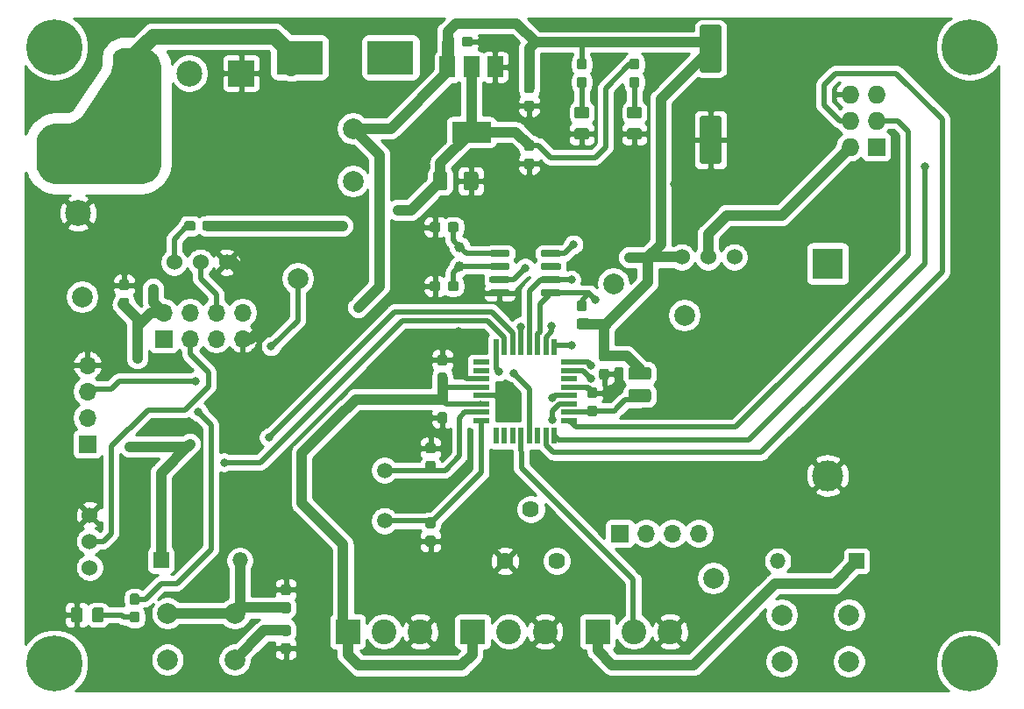
<source format=gbr>
G04 #@! TF.GenerationSoftware,KiCad,Pcbnew,(5.1.5)-3*
G04 #@! TF.CreationDate,2021-01-23T10:44:03+01:00*
G04 #@! TF.ProjectId,PONG_Display,504f4e47-5f44-4697-9370-6c61792e6b69,rev?*
G04 #@! TF.SameCoordinates,Original*
G04 #@! TF.FileFunction,Copper,L1,Top*
G04 #@! TF.FilePolarity,Positive*
%FSLAX46Y46*%
G04 Gerber Fmt 4.6, Leading zero omitted, Abs format (unit mm)*
G04 Created by KiCad (PCBNEW (5.1.5)-3) date 2021-01-23 10:44:03*
%MOMM*%
%LPD*%
G04 APERTURE LIST*
%ADD10C,2.500000*%
%ADD11R,2.500000X2.500000*%
%ADD12C,2.000000*%
%ADD13C,0.100000*%
%ADD14C,2.400000*%
%ADD15R,2.400000X2.400000*%
%ADD16R,1.700000X1.700000*%
%ADD17O,1.700000X1.700000*%
%ADD18C,1.000000*%
%ADD19C,1.524000*%
%ADD20C,1.620000*%
%ADD21C,3.000000*%
%ADD22R,3.000000X3.000000*%
%ADD23R,1.500000X1.500000*%
%ADD24O,1.500000X1.500000*%
%ADD25C,0.800000*%
%ADD26C,5.400000*%
%ADD27R,3.800000X2.000000*%
%ADD28R,1.500000X2.000000*%
%ADD29R,1.600000X0.550000*%
%ADD30R,0.550000X1.600000*%
%ADD31C,1.500000*%
%ADD32R,1.727200X1.727200*%
%ADD33O,1.727200X1.727200*%
%ADD34R,4.500000X3.300000*%
%ADD35C,0.500000*%
%ADD36C,1.000000*%
%ADD37C,1.500000*%
%ADD38C,0.254000*%
G04 APERTURE END LIST*
D10*
X24163000Y-17526000D03*
X29163000Y-17526000D03*
D11*
X34163000Y-17526000D03*
D12*
X44958000Y-22860000D03*
X44958000Y-27940000D03*
G04 #@! TA.AperFunction,SMDPad,CuDef*
D13*
G36*
X54553779Y-14004144D02*
G01*
X54576834Y-14007563D01*
X54599443Y-14013227D01*
X54621387Y-14021079D01*
X54642457Y-14031044D01*
X54662448Y-14043026D01*
X54681168Y-14056910D01*
X54698438Y-14072562D01*
X54714090Y-14089832D01*
X54727974Y-14108552D01*
X54739956Y-14128543D01*
X54749921Y-14149613D01*
X54757773Y-14171557D01*
X54763437Y-14194166D01*
X54766856Y-14217221D01*
X54768000Y-14240500D01*
X54768000Y-14715500D01*
X54766856Y-14738779D01*
X54763437Y-14761834D01*
X54757773Y-14784443D01*
X54749921Y-14806387D01*
X54739956Y-14827457D01*
X54727974Y-14847448D01*
X54714090Y-14866168D01*
X54698438Y-14883438D01*
X54681168Y-14899090D01*
X54662448Y-14912974D01*
X54642457Y-14924956D01*
X54621387Y-14934921D01*
X54599443Y-14942773D01*
X54576834Y-14948437D01*
X54553779Y-14951856D01*
X54530500Y-14953000D01*
X53955500Y-14953000D01*
X53932221Y-14951856D01*
X53909166Y-14948437D01*
X53886557Y-14942773D01*
X53864613Y-14934921D01*
X53843543Y-14924956D01*
X53823552Y-14912974D01*
X53804832Y-14899090D01*
X53787562Y-14883438D01*
X53771910Y-14866168D01*
X53758026Y-14847448D01*
X53746044Y-14827457D01*
X53736079Y-14806387D01*
X53728227Y-14784443D01*
X53722563Y-14761834D01*
X53719144Y-14738779D01*
X53718000Y-14715500D01*
X53718000Y-14240500D01*
X53719144Y-14217221D01*
X53722563Y-14194166D01*
X53728227Y-14171557D01*
X53736079Y-14149613D01*
X53746044Y-14128543D01*
X53758026Y-14108552D01*
X53771910Y-14089832D01*
X53787562Y-14072562D01*
X53804832Y-14056910D01*
X53823552Y-14043026D01*
X53843543Y-14031044D01*
X53864613Y-14021079D01*
X53886557Y-14013227D01*
X53909166Y-14007563D01*
X53932221Y-14004144D01*
X53955500Y-14003000D01*
X54530500Y-14003000D01*
X54553779Y-14004144D01*
G37*
G04 #@! TD.AperFunction*
G04 #@! TA.AperFunction,SMDPad,CuDef*
G36*
X56303779Y-14004144D02*
G01*
X56326834Y-14007563D01*
X56349443Y-14013227D01*
X56371387Y-14021079D01*
X56392457Y-14031044D01*
X56412448Y-14043026D01*
X56431168Y-14056910D01*
X56448438Y-14072562D01*
X56464090Y-14089832D01*
X56477974Y-14108552D01*
X56489956Y-14128543D01*
X56499921Y-14149613D01*
X56507773Y-14171557D01*
X56513437Y-14194166D01*
X56516856Y-14217221D01*
X56518000Y-14240500D01*
X56518000Y-14715500D01*
X56516856Y-14738779D01*
X56513437Y-14761834D01*
X56507773Y-14784443D01*
X56499921Y-14806387D01*
X56489956Y-14827457D01*
X56477974Y-14847448D01*
X56464090Y-14866168D01*
X56448438Y-14883438D01*
X56431168Y-14899090D01*
X56412448Y-14912974D01*
X56392457Y-14924956D01*
X56371387Y-14934921D01*
X56349443Y-14942773D01*
X56326834Y-14948437D01*
X56303779Y-14951856D01*
X56280500Y-14953000D01*
X55705500Y-14953000D01*
X55682221Y-14951856D01*
X55659166Y-14948437D01*
X55636557Y-14942773D01*
X55614613Y-14934921D01*
X55593543Y-14924956D01*
X55573552Y-14912974D01*
X55554832Y-14899090D01*
X55537562Y-14883438D01*
X55521910Y-14866168D01*
X55508026Y-14847448D01*
X55496044Y-14827457D01*
X55486079Y-14806387D01*
X55478227Y-14784443D01*
X55472563Y-14761834D01*
X55469144Y-14738779D01*
X55468000Y-14715500D01*
X55468000Y-14240500D01*
X55469144Y-14217221D01*
X55472563Y-14194166D01*
X55478227Y-14171557D01*
X55486079Y-14149613D01*
X55496044Y-14128543D01*
X55508026Y-14108552D01*
X55521910Y-14089832D01*
X55537562Y-14072562D01*
X55554832Y-14056910D01*
X55573552Y-14043026D01*
X55593543Y-14031044D01*
X55614613Y-14021079D01*
X55636557Y-14013227D01*
X55659166Y-14007563D01*
X55682221Y-14004144D01*
X55705500Y-14003000D01*
X56280500Y-14003000D01*
X56303779Y-14004144D01*
G37*
G04 #@! TD.AperFunction*
G04 #@! TA.AperFunction,SMDPad,CuDef*
G36*
X62236779Y-25751144D02*
G01*
X62259834Y-25754563D01*
X62282443Y-25760227D01*
X62304387Y-25768079D01*
X62325457Y-25778044D01*
X62345448Y-25790026D01*
X62364168Y-25803910D01*
X62381438Y-25819562D01*
X62397090Y-25836832D01*
X62410974Y-25855552D01*
X62422956Y-25875543D01*
X62432921Y-25896613D01*
X62440773Y-25918557D01*
X62446437Y-25941166D01*
X62449856Y-25964221D01*
X62451000Y-25987500D01*
X62451000Y-26562500D01*
X62449856Y-26585779D01*
X62446437Y-26608834D01*
X62440773Y-26631443D01*
X62432921Y-26653387D01*
X62422956Y-26674457D01*
X62410974Y-26694448D01*
X62397090Y-26713168D01*
X62381438Y-26730438D01*
X62364168Y-26746090D01*
X62345448Y-26759974D01*
X62325457Y-26771956D01*
X62304387Y-26781921D01*
X62282443Y-26789773D01*
X62259834Y-26795437D01*
X62236779Y-26798856D01*
X62213500Y-26800000D01*
X61738500Y-26800000D01*
X61715221Y-26798856D01*
X61692166Y-26795437D01*
X61669557Y-26789773D01*
X61647613Y-26781921D01*
X61626543Y-26771956D01*
X61606552Y-26759974D01*
X61587832Y-26746090D01*
X61570562Y-26730438D01*
X61554910Y-26713168D01*
X61541026Y-26694448D01*
X61529044Y-26674457D01*
X61519079Y-26653387D01*
X61511227Y-26631443D01*
X61505563Y-26608834D01*
X61502144Y-26585779D01*
X61501000Y-26562500D01*
X61501000Y-25987500D01*
X61502144Y-25964221D01*
X61505563Y-25941166D01*
X61511227Y-25918557D01*
X61519079Y-25896613D01*
X61529044Y-25875543D01*
X61541026Y-25855552D01*
X61554910Y-25836832D01*
X61570562Y-25819562D01*
X61587832Y-25803910D01*
X61606552Y-25790026D01*
X61626543Y-25778044D01*
X61647613Y-25768079D01*
X61669557Y-25760227D01*
X61692166Y-25754563D01*
X61715221Y-25751144D01*
X61738500Y-25750000D01*
X62213500Y-25750000D01*
X62236779Y-25751144D01*
G37*
G04 #@! TD.AperFunction*
G04 #@! TA.AperFunction,SMDPad,CuDef*
G36*
X62236779Y-24001144D02*
G01*
X62259834Y-24004563D01*
X62282443Y-24010227D01*
X62304387Y-24018079D01*
X62325457Y-24028044D01*
X62345448Y-24040026D01*
X62364168Y-24053910D01*
X62381438Y-24069562D01*
X62397090Y-24086832D01*
X62410974Y-24105552D01*
X62422956Y-24125543D01*
X62432921Y-24146613D01*
X62440773Y-24168557D01*
X62446437Y-24191166D01*
X62449856Y-24214221D01*
X62451000Y-24237500D01*
X62451000Y-24812500D01*
X62449856Y-24835779D01*
X62446437Y-24858834D01*
X62440773Y-24881443D01*
X62432921Y-24903387D01*
X62422956Y-24924457D01*
X62410974Y-24944448D01*
X62397090Y-24963168D01*
X62381438Y-24980438D01*
X62364168Y-24996090D01*
X62345448Y-25009974D01*
X62325457Y-25021956D01*
X62304387Y-25031921D01*
X62282443Y-25039773D01*
X62259834Y-25045437D01*
X62236779Y-25048856D01*
X62213500Y-25050000D01*
X61738500Y-25050000D01*
X61715221Y-25048856D01*
X61692166Y-25045437D01*
X61669557Y-25039773D01*
X61647613Y-25031921D01*
X61626543Y-25021956D01*
X61606552Y-25009974D01*
X61587832Y-24996090D01*
X61570562Y-24980438D01*
X61554910Y-24963168D01*
X61541026Y-24944448D01*
X61529044Y-24924457D01*
X61519079Y-24903387D01*
X61511227Y-24881443D01*
X61505563Y-24858834D01*
X61502144Y-24835779D01*
X61501000Y-24812500D01*
X61501000Y-24237500D01*
X61502144Y-24214221D01*
X61505563Y-24191166D01*
X61511227Y-24168557D01*
X61519079Y-24146613D01*
X61529044Y-24125543D01*
X61541026Y-24105552D01*
X61554910Y-24086832D01*
X61570562Y-24069562D01*
X61587832Y-24053910D01*
X61606552Y-24040026D01*
X61626543Y-24028044D01*
X61647613Y-24018079D01*
X61669557Y-24010227D01*
X61692166Y-24004563D01*
X61715221Y-24001144D01*
X61738500Y-24000000D01*
X62213500Y-24000000D01*
X62236779Y-24001144D01*
G37*
G04 #@! TD.AperFunction*
G04 #@! TA.AperFunction,SMDPad,CuDef*
G36*
X80326504Y-12859204D02*
G01*
X80350773Y-12862804D01*
X80374571Y-12868765D01*
X80397671Y-12877030D01*
X80419849Y-12887520D01*
X80440893Y-12900133D01*
X80460598Y-12914747D01*
X80478777Y-12931223D01*
X80495253Y-12949402D01*
X80509867Y-12969107D01*
X80522480Y-12990151D01*
X80532970Y-13012329D01*
X80541235Y-13035429D01*
X80547196Y-13059227D01*
X80550796Y-13083496D01*
X80552000Y-13108000D01*
X80552000Y-17208000D01*
X80550796Y-17232504D01*
X80547196Y-17256773D01*
X80541235Y-17280571D01*
X80532970Y-17303671D01*
X80522480Y-17325849D01*
X80509867Y-17346893D01*
X80495253Y-17366598D01*
X80478777Y-17384777D01*
X80460598Y-17401253D01*
X80440893Y-17415867D01*
X80419849Y-17428480D01*
X80397671Y-17438970D01*
X80374571Y-17447235D01*
X80350773Y-17453196D01*
X80326504Y-17456796D01*
X80302000Y-17458000D01*
X78702000Y-17458000D01*
X78677496Y-17456796D01*
X78653227Y-17453196D01*
X78629429Y-17447235D01*
X78606329Y-17438970D01*
X78584151Y-17428480D01*
X78563107Y-17415867D01*
X78543402Y-17401253D01*
X78525223Y-17384777D01*
X78508747Y-17366598D01*
X78494133Y-17346893D01*
X78481520Y-17325849D01*
X78471030Y-17303671D01*
X78462765Y-17280571D01*
X78456804Y-17256773D01*
X78453204Y-17232504D01*
X78452000Y-17208000D01*
X78452000Y-13108000D01*
X78453204Y-13083496D01*
X78456804Y-13059227D01*
X78462765Y-13035429D01*
X78471030Y-13012329D01*
X78481520Y-12990151D01*
X78494133Y-12969107D01*
X78508747Y-12949402D01*
X78525223Y-12931223D01*
X78543402Y-12914747D01*
X78563107Y-12900133D01*
X78584151Y-12887520D01*
X78606329Y-12877030D01*
X78629429Y-12868765D01*
X78653227Y-12862804D01*
X78677496Y-12859204D01*
X78702000Y-12858000D01*
X80302000Y-12858000D01*
X80326504Y-12859204D01*
G37*
G04 #@! TD.AperFunction*
G04 #@! TA.AperFunction,SMDPad,CuDef*
G36*
X80326504Y-21659204D02*
G01*
X80350773Y-21662804D01*
X80374571Y-21668765D01*
X80397671Y-21677030D01*
X80419849Y-21687520D01*
X80440893Y-21700133D01*
X80460598Y-21714747D01*
X80478777Y-21731223D01*
X80495253Y-21749402D01*
X80509867Y-21769107D01*
X80522480Y-21790151D01*
X80532970Y-21812329D01*
X80541235Y-21835429D01*
X80547196Y-21859227D01*
X80550796Y-21883496D01*
X80552000Y-21908000D01*
X80552000Y-26008000D01*
X80550796Y-26032504D01*
X80547196Y-26056773D01*
X80541235Y-26080571D01*
X80532970Y-26103671D01*
X80522480Y-26125849D01*
X80509867Y-26146893D01*
X80495253Y-26166598D01*
X80478777Y-26184777D01*
X80460598Y-26201253D01*
X80440893Y-26215867D01*
X80419849Y-26228480D01*
X80397671Y-26238970D01*
X80374571Y-26247235D01*
X80350773Y-26253196D01*
X80326504Y-26256796D01*
X80302000Y-26258000D01*
X78702000Y-26258000D01*
X78677496Y-26256796D01*
X78653227Y-26253196D01*
X78629429Y-26247235D01*
X78606329Y-26238970D01*
X78584151Y-26228480D01*
X78563107Y-26215867D01*
X78543402Y-26201253D01*
X78525223Y-26184777D01*
X78508747Y-26166598D01*
X78494133Y-26146893D01*
X78481520Y-26125849D01*
X78471030Y-26103671D01*
X78462765Y-26080571D01*
X78456804Y-26056773D01*
X78453204Y-26032504D01*
X78452000Y-26008000D01*
X78452000Y-21908000D01*
X78453204Y-21883496D01*
X78456804Y-21859227D01*
X78462765Y-21835429D01*
X78471030Y-21812329D01*
X78481520Y-21790151D01*
X78494133Y-21769107D01*
X78508747Y-21749402D01*
X78525223Y-21731223D01*
X78543402Y-21714747D01*
X78563107Y-21700133D01*
X78584151Y-21687520D01*
X78606329Y-21677030D01*
X78629429Y-21668765D01*
X78653227Y-21662804D01*
X78677496Y-21659204D01*
X78702000Y-21658000D01*
X80302000Y-21658000D01*
X80326504Y-21659204D01*
G37*
G04 #@! TD.AperFunction*
G04 #@! TA.AperFunction,SMDPad,CuDef*
G36*
X31270779Y-31798144D02*
G01*
X31293834Y-31801563D01*
X31316443Y-31807227D01*
X31338387Y-31815079D01*
X31359457Y-31825044D01*
X31379448Y-31837026D01*
X31398168Y-31850910D01*
X31415438Y-31866562D01*
X31431090Y-31883832D01*
X31444974Y-31902552D01*
X31456956Y-31922543D01*
X31466921Y-31943613D01*
X31474773Y-31965557D01*
X31480437Y-31988166D01*
X31483856Y-32011221D01*
X31485000Y-32034500D01*
X31485000Y-32509500D01*
X31483856Y-32532779D01*
X31480437Y-32555834D01*
X31474773Y-32578443D01*
X31466921Y-32600387D01*
X31456956Y-32621457D01*
X31444974Y-32641448D01*
X31431090Y-32660168D01*
X31415438Y-32677438D01*
X31398168Y-32693090D01*
X31379448Y-32706974D01*
X31359457Y-32718956D01*
X31338387Y-32728921D01*
X31316443Y-32736773D01*
X31293834Y-32742437D01*
X31270779Y-32745856D01*
X31247500Y-32747000D01*
X30672500Y-32747000D01*
X30649221Y-32745856D01*
X30626166Y-32742437D01*
X30603557Y-32736773D01*
X30581613Y-32728921D01*
X30560543Y-32718956D01*
X30540552Y-32706974D01*
X30521832Y-32693090D01*
X30504562Y-32677438D01*
X30488910Y-32660168D01*
X30475026Y-32641448D01*
X30463044Y-32621457D01*
X30453079Y-32600387D01*
X30445227Y-32578443D01*
X30439563Y-32555834D01*
X30436144Y-32532779D01*
X30435000Y-32509500D01*
X30435000Y-32034500D01*
X30436144Y-32011221D01*
X30439563Y-31988166D01*
X30445227Y-31965557D01*
X30453079Y-31943613D01*
X30463044Y-31922543D01*
X30475026Y-31902552D01*
X30488910Y-31883832D01*
X30504562Y-31866562D01*
X30521832Y-31850910D01*
X30540552Y-31837026D01*
X30560543Y-31825044D01*
X30581613Y-31815079D01*
X30603557Y-31807227D01*
X30626166Y-31801563D01*
X30649221Y-31798144D01*
X30672500Y-31797000D01*
X31247500Y-31797000D01*
X31270779Y-31798144D01*
G37*
G04 #@! TD.AperFunction*
G04 #@! TA.AperFunction,SMDPad,CuDef*
G36*
X29520779Y-31798144D02*
G01*
X29543834Y-31801563D01*
X29566443Y-31807227D01*
X29588387Y-31815079D01*
X29609457Y-31825044D01*
X29629448Y-31837026D01*
X29648168Y-31850910D01*
X29665438Y-31866562D01*
X29681090Y-31883832D01*
X29694974Y-31902552D01*
X29706956Y-31922543D01*
X29716921Y-31943613D01*
X29724773Y-31965557D01*
X29730437Y-31988166D01*
X29733856Y-32011221D01*
X29735000Y-32034500D01*
X29735000Y-32509500D01*
X29733856Y-32532779D01*
X29730437Y-32555834D01*
X29724773Y-32578443D01*
X29716921Y-32600387D01*
X29706956Y-32621457D01*
X29694974Y-32641448D01*
X29681090Y-32660168D01*
X29665438Y-32677438D01*
X29648168Y-32693090D01*
X29629448Y-32706974D01*
X29609457Y-32718956D01*
X29588387Y-32728921D01*
X29566443Y-32736773D01*
X29543834Y-32742437D01*
X29520779Y-32745856D01*
X29497500Y-32747000D01*
X28922500Y-32747000D01*
X28899221Y-32745856D01*
X28876166Y-32742437D01*
X28853557Y-32736773D01*
X28831613Y-32728921D01*
X28810543Y-32718956D01*
X28790552Y-32706974D01*
X28771832Y-32693090D01*
X28754562Y-32677438D01*
X28738910Y-32660168D01*
X28725026Y-32641448D01*
X28713044Y-32621457D01*
X28703079Y-32600387D01*
X28695227Y-32578443D01*
X28689563Y-32555834D01*
X28686144Y-32532779D01*
X28685000Y-32509500D01*
X28685000Y-32034500D01*
X28686144Y-32011221D01*
X28689563Y-31988166D01*
X28695227Y-31965557D01*
X28703079Y-31943613D01*
X28713044Y-31922543D01*
X28725026Y-31902552D01*
X28738910Y-31883832D01*
X28754562Y-31866562D01*
X28771832Y-31850910D01*
X28790552Y-31837026D01*
X28810543Y-31825044D01*
X28831613Y-31815079D01*
X28853557Y-31807227D01*
X28876166Y-31801563D01*
X28899221Y-31798144D01*
X28922500Y-31797000D01*
X29497500Y-31797000D01*
X29520779Y-31798144D01*
G37*
G04 #@! TD.AperFunction*
D14*
X75580000Y-71470000D03*
X72080000Y-71470000D03*
D15*
X68580000Y-71470000D03*
D14*
X51450000Y-71470000D03*
X47950000Y-71470000D03*
D15*
X44450000Y-71470000D03*
D14*
X63515000Y-71470000D03*
X60015000Y-71470000D03*
D15*
X56515000Y-71470000D03*
D16*
X26670000Y-43180000D03*
D17*
X26670000Y-40640000D03*
X29210000Y-43180000D03*
X29210000Y-40640000D03*
X31750000Y-43180000D03*
X31750000Y-40640000D03*
X34290000Y-43180000D03*
X34290000Y-40640000D03*
D18*
X55245000Y-34290000D03*
X55245000Y-36190000D03*
D19*
X19534000Y-60198000D03*
X19534000Y-62738000D03*
X19534000Y-65278000D03*
X32766000Y-35790000D03*
X30226000Y-35790000D03*
X27686000Y-35790000D03*
X81788000Y-35282000D03*
X79248000Y-35282000D03*
X76708000Y-35282000D03*
D20*
X59643000Y-64643000D03*
X62143000Y-59643000D03*
X64643000Y-64643000D03*
D11*
X18415000Y-26035000D03*
D10*
X18415000Y-31035000D03*
G04 #@! TA.AperFunction,SMDPad,CuDef*
D13*
G36*
X68332779Y-49627144D02*
G01*
X68355834Y-49630563D01*
X68378443Y-49636227D01*
X68400387Y-49644079D01*
X68421457Y-49654044D01*
X68441448Y-49666026D01*
X68460168Y-49679910D01*
X68477438Y-49695562D01*
X68493090Y-49712832D01*
X68506974Y-49731552D01*
X68518956Y-49751543D01*
X68528921Y-49772613D01*
X68536773Y-49794557D01*
X68542437Y-49817166D01*
X68545856Y-49840221D01*
X68547000Y-49863500D01*
X68547000Y-50438500D01*
X68545856Y-50461779D01*
X68542437Y-50484834D01*
X68536773Y-50507443D01*
X68528921Y-50529387D01*
X68518956Y-50550457D01*
X68506974Y-50570448D01*
X68493090Y-50589168D01*
X68477438Y-50606438D01*
X68460168Y-50622090D01*
X68441448Y-50635974D01*
X68421457Y-50647956D01*
X68400387Y-50657921D01*
X68378443Y-50665773D01*
X68355834Y-50671437D01*
X68332779Y-50674856D01*
X68309500Y-50676000D01*
X67834500Y-50676000D01*
X67811221Y-50674856D01*
X67788166Y-50671437D01*
X67765557Y-50665773D01*
X67743613Y-50657921D01*
X67722543Y-50647956D01*
X67702552Y-50635974D01*
X67683832Y-50622090D01*
X67666562Y-50606438D01*
X67650910Y-50589168D01*
X67637026Y-50570448D01*
X67625044Y-50550457D01*
X67615079Y-50529387D01*
X67607227Y-50507443D01*
X67601563Y-50484834D01*
X67598144Y-50461779D01*
X67597000Y-50438500D01*
X67597000Y-49863500D01*
X67598144Y-49840221D01*
X67601563Y-49817166D01*
X67607227Y-49794557D01*
X67615079Y-49772613D01*
X67625044Y-49751543D01*
X67637026Y-49731552D01*
X67650910Y-49712832D01*
X67666562Y-49695562D01*
X67683832Y-49679910D01*
X67702552Y-49666026D01*
X67722543Y-49654044D01*
X67743613Y-49644079D01*
X67765557Y-49636227D01*
X67788166Y-49630563D01*
X67811221Y-49627144D01*
X67834500Y-49626000D01*
X68309500Y-49626000D01*
X68332779Y-49627144D01*
G37*
G04 #@! TD.AperFunction*
G04 #@! TA.AperFunction,SMDPad,CuDef*
G36*
X68332779Y-47877144D02*
G01*
X68355834Y-47880563D01*
X68378443Y-47886227D01*
X68400387Y-47894079D01*
X68421457Y-47904044D01*
X68441448Y-47916026D01*
X68460168Y-47929910D01*
X68477438Y-47945562D01*
X68493090Y-47962832D01*
X68506974Y-47981552D01*
X68518956Y-48001543D01*
X68528921Y-48022613D01*
X68536773Y-48044557D01*
X68542437Y-48067166D01*
X68545856Y-48090221D01*
X68547000Y-48113500D01*
X68547000Y-48688500D01*
X68545856Y-48711779D01*
X68542437Y-48734834D01*
X68536773Y-48757443D01*
X68528921Y-48779387D01*
X68518956Y-48800457D01*
X68506974Y-48820448D01*
X68493090Y-48839168D01*
X68477438Y-48856438D01*
X68460168Y-48872090D01*
X68441448Y-48885974D01*
X68421457Y-48897956D01*
X68400387Y-48907921D01*
X68378443Y-48915773D01*
X68355834Y-48921437D01*
X68332779Y-48924856D01*
X68309500Y-48926000D01*
X67834500Y-48926000D01*
X67811221Y-48924856D01*
X67788166Y-48921437D01*
X67765557Y-48915773D01*
X67743613Y-48907921D01*
X67722543Y-48897956D01*
X67702552Y-48885974D01*
X67683832Y-48872090D01*
X67666562Y-48856438D01*
X67650910Y-48839168D01*
X67637026Y-48820448D01*
X67625044Y-48800457D01*
X67615079Y-48779387D01*
X67607227Y-48757443D01*
X67601563Y-48734834D01*
X67598144Y-48711779D01*
X67597000Y-48688500D01*
X67597000Y-48113500D01*
X67598144Y-48090221D01*
X67601563Y-48067166D01*
X67607227Y-48044557D01*
X67615079Y-48022613D01*
X67625044Y-48001543D01*
X67637026Y-47981552D01*
X67650910Y-47962832D01*
X67666562Y-47945562D01*
X67683832Y-47929910D01*
X67702552Y-47916026D01*
X67722543Y-47904044D01*
X67743613Y-47894079D01*
X67765557Y-47886227D01*
X67788166Y-47880563D01*
X67811221Y-47877144D01*
X67834500Y-47876000D01*
X68309500Y-47876000D01*
X68332779Y-47877144D01*
G37*
G04 #@! TD.AperFunction*
D16*
X70739000Y-61976000D03*
D17*
X73279000Y-61976000D03*
X75819000Y-61976000D03*
X78359000Y-61976000D03*
D21*
X90805000Y-56400000D03*
D22*
X90805000Y-35910000D03*
G04 #@! TA.AperFunction,SMDPad,CuDef*
D13*
G36*
X23120779Y-39213144D02*
G01*
X23143834Y-39216563D01*
X23166443Y-39222227D01*
X23188387Y-39230079D01*
X23209457Y-39240044D01*
X23229448Y-39252026D01*
X23248168Y-39265910D01*
X23265438Y-39281562D01*
X23281090Y-39298832D01*
X23294974Y-39317552D01*
X23306956Y-39337543D01*
X23316921Y-39358613D01*
X23324773Y-39380557D01*
X23330437Y-39403166D01*
X23333856Y-39426221D01*
X23335000Y-39449500D01*
X23335000Y-40024500D01*
X23333856Y-40047779D01*
X23330437Y-40070834D01*
X23324773Y-40093443D01*
X23316921Y-40115387D01*
X23306956Y-40136457D01*
X23294974Y-40156448D01*
X23281090Y-40175168D01*
X23265438Y-40192438D01*
X23248168Y-40208090D01*
X23229448Y-40221974D01*
X23209457Y-40233956D01*
X23188387Y-40243921D01*
X23166443Y-40251773D01*
X23143834Y-40257437D01*
X23120779Y-40260856D01*
X23097500Y-40262000D01*
X22622500Y-40262000D01*
X22599221Y-40260856D01*
X22576166Y-40257437D01*
X22553557Y-40251773D01*
X22531613Y-40243921D01*
X22510543Y-40233956D01*
X22490552Y-40221974D01*
X22471832Y-40208090D01*
X22454562Y-40192438D01*
X22438910Y-40175168D01*
X22425026Y-40156448D01*
X22413044Y-40136457D01*
X22403079Y-40115387D01*
X22395227Y-40093443D01*
X22389563Y-40070834D01*
X22386144Y-40047779D01*
X22385000Y-40024500D01*
X22385000Y-39449500D01*
X22386144Y-39426221D01*
X22389563Y-39403166D01*
X22395227Y-39380557D01*
X22403079Y-39358613D01*
X22413044Y-39337543D01*
X22425026Y-39317552D01*
X22438910Y-39298832D01*
X22454562Y-39281562D01*
X22471832Y-39265910D01*
X22490552Y-39252026D01*
X22510543Y-39240044D01*
X22531613Y-39230079D01*
X22553557Y-39222227D01*
X22576166Y-39216563D01*
X22599221Y-39213144D01*
X22622500Y-39212000D01*
X23097500Y-39212000D01*
X23120779Y-39213144D01*
G37*
G04 #@! TD.AperFunction*
G04 #@! TA.AperFunction,SMDPad,CuDef*
G36*
X23120779Y-37463144D02*
G01*
X23143834Y-37466563D01*
X23166443Y-37472227D01*
X23188387Y-37480079D01*
X23209457Y-37490044D01*
X23229448Y-37502026D01*
X23248168Y-37515910D01*
X23265438Y-37531562D01*
X23281090Y-37548832D01*
X23294974Y-37567552D01*
X23306956Y-37587543D01*
X23316921Y-37608613D01*
X23324773Y-37630557D01*
X23330437Y-37653166D01*
X23333856Y-37676221D01*
X23335000Y-37699500D01*
X23335000Y-38274500D01*
X23333856Y-38297779D01*
X23330437Y-38320834D01*
X23324773Y-38343443D01*
X23316921Y-38365387D01*
X23306956Y-38386457D01*
X23294974Y-38406448D01*
X23281090Y-38425168D01*
X23265438Y-38442438D01*
X23248168Y-38458090D01*
X23229448Y-38471974D01*
X23209457Y-38483956D01*
X23188387Y-38493921D01*
X23166443Y-38501773D01*
X23143834Y-38507437D01*
X23120779Y-38510856D01*
X23097500Y-38512000D01*
X22622500Y-38512000D01*
X22599221Y-38510856D01*
X22576166Y-38507437D01*
X22553557Y-38501773D01*
X22531613Y-38493921D01*
X22510543Y-38483956D01*
X22490552Y-38471974D01*
X22471832Y-38458090D01*
X22454562Y-38442438D01*
X22438910Y-38425168D01*
X22425026Y-38406448D01*
X22413044Y-38386457D01*
X22403079Y-38365387D01*
X22395227Y-38343443D01*
X22389563Y-38320834D01*
X22386144Y-38297779D01*
X22385000Y-38274500D01*
X22385000Y-37699500D01*
X22386144Y-37676221D01*
X22389563Y-37653166D01*
X22395227Y-37630557D01*
X22403079Y-37608613D01*
X22413044Y-37587543D01*
X22425026Y-37567552D01*
X22438910Y-37548832D01*
X22454562Y-37531562D01*
X22471832Y-37515910D01*
X22490552Y-37502026D01*
X22510543Y-37490044D01*
X22531613Y-37480079D01*
X22553557Y-37472227D01*
X22576166Y-37466563D01*
X22599221Y-37463144D01*
X22622500Y-37462000D01*
X23097500Y-37462000D01*
X23120779Y-37463144D01*
G37*
G04 #@! TD.AperFunction*
D23*
X93599000Y-64643000D03*
D24*
X85979000Y-64643000D03*
X34036000Y-64579500D03*
D23*
X26416000Y-64579500D03*
D25*
X105952891Y-13554109D03*
X104521000Y-12961000D03*
X103089109Y-13554109D03*
X102496000Y-14986000D03*
X103089109Y-16417891D03*
X104521000Y-17011000D03*
X105952891Y-16417891D03*
X106546000Y-14986000D03*
D26*
X104521000Y-14986000D03*
X104521000Y-74549000D03*
D25*
X106546000Y-74549000D03*
X105952891Y-75980891D03*
X104521000Y-76574000D03*
X103089109Y-75980891D03*
X102496000Y-74549000D03*
X103089109Y-73117109D03*
X104521000Y-72524000D03*
X105952891Y-73117109D03*
X17553891Y-73117109D03*
X16122000Y-72524000D03*
X14690109Y-73117109D03*
X14097000Y-74549000D03*
X14690109Y-75980891D03*
X16122000Y-76574000D03*
X17553891Y-75980891D03*
X18147000Y-74549000D03*
D26*
X16122000Y-74549000D03*
X16129000Y-14986000D03*
D25*
X18154000Y-14986000D03*
X17560891Y-16417891D03*
X16129000Y-17011000D03*
X14697109Y-16417891D03*
X14104000Y-14986000D03*
X14697109Y-13554109D03*
X16129000Y-12961000D03*
X17560891Y-13554109D03*
D17*
X19304000Y-45720000D03*
X19304000Y-48260000D03*
X19304000Y-50800000D03*
D16*
X19304000Y-53340000D03*
D12*
X92860000Y-69850000D03*
X92860000Y-74350000D03*
X86360000Y-69850000D03*
X86360000Y-74350000D03*
X27051000Y-74192000D03*
X27051000Y-69692000D03*
X33551000Y-74192000D03*
X33551000Y-69692000D03*
D27*
X56388000Y-23216000D03*
D28*
X56388000Y-16916000D03*
X54088000Y-16916000D03*
X58688000Y-16916000D03*
D29*
X57345000Y-45460000D03*
X57345000Y-46260000D03*
X57345000Y-47060000D03*
X57345000Y-47860000D03*
X57345000Y-48660000D03*
X57345000Y-49460000D03*
X57345000Y-50260000D03*
X57345000Y-51060000D03*
D30*
X58795000Y-52510000D03*
X59595000Y-52510000D03*
X60395000Y-52510000D03*
X61195000Y-52510000D03*
X61995000Y-52510000D03*
X62795000Y-52510000D03*
X63595000Y-52510000D03*
X64395000Y-52510000D03*
D29*
X65845000Y-51060000D03*
X65845000Y-50260000D03*
X65845000Y-49460000D03*
X65845000Y-48660000D03*
X65845000Y-47860000D03*
X65845000Y-47060000D03*
X65845000Y-46260000D03*
X65845000Y-45460000D03*
D30*
X64395000Y-44010000D03*
X63595000Y-44010000D03*
X62795000Y-44010000D03*
X61995000Y-44010000D03*
X61195000Y-44010000D03*
X60395000Y-44010000D03*
X59595000Y-44010000D03*
X58795000Y-44010000D03*
G04 #@! TA.AperFunction,SMDPad,CuDef*
D13*
G36*
X59959703Y-34625722D02*
G01*
X59974264Y-34627882D01*
X59988543Y-34631459D01*
X60002403Y-34636418D01*
X60015710Y-34642712D01*
X60028336Y-34650280D01*
X60040159Y-34659048D01*
X60051066Y-34668934D01*
X60060952Y-34679841D01*
X60069720Y-34691664D01*
X60077288Y-34704290D01*
X60083582Y-34717597D01*
X60088541Y-34731457D01*
X60092118Y-34745736D01*
X60094278Y-34760297D01*
X60095000Y-34775000D01*
X60095000Y-35075000D01*
X60094278Y-35089703D01*
X60092118Y-35104264D01*
X60088541Y-35118543D01*
X60083582Y-35132403D01*
X60077288Y-35145710D01*
X60069720Y-35158336D01*
X60060952Y-35170159D01*
X60051066Y-35181066D01*
X60040159Y-35190952D01*
X60028336Y-35199720D01*
X60015710Y-35207288D01*
X60002403Y-35213582D01*
X59988543Y-35218541D01*
X59974264Y-35222118D01*
X59959703Y-35224278D01*
X59945000Y-35225000D01*
X58295000Y-35225000D01*
X58280297Y-35224278D01*
X58265736Y-35222118D01*
X58251457Y-35218541D01*
X58237597Y-35213582D01*
X58224290Y-35207288D01*
X58211664Y-35199720D01*
X58199841Y-35190952D01*
X58188934Y-35181066D01*
X58179048Y-35170159D01*
X58170280Y-35158336D01*
X58162712Y-35145710D01*
X58156418Y-35132403D01*
X58151459Y-35118543D01*
X58147882Y-35104264D01*
X58145722Y-35089703D01*
X58145000Y-35075000D01*
X58145000Y-34775000D01*
X58145722Y-34760297D01*
X58147882Y-34745736D01*
X58151459Y-34731457D01*
X58156418Y-34717597D01*
X58162712Y-34704290D01*
X58170280Y-34691664D01*
X58179048Y-34679841D01*
X58188934Y-34668934D01*
X58199841Y-34659048D01*
X58211664Y-34650280D01*
X58224290Y-34642712D01*
X58237597Y-34636418D01*
X58251457Y-34631459D01*
X58265736Y-34627882D01*
X58280297Y-34625722D01*
X58295000Y-34625000D01*
X59945000Y-34625000D01*
X59959703Y-34625722D01*
G37*
G04 #@! TD.AperFunction*
G04 #@! TA.AperFunction,SMDPad,CuDef*
G36*
X59959703Y-35895722D02*
G01*
X59974264Y-35897882D01*
X59988543Y-35901459D01*
X60002403Y-35906418D01*
X60015710Y-35912712D01*
X60028336Y-35920280D01*
X60040159Y-35929048D01*
X60051066Y-35938934D01*
X60060952Y-35949841D01*
X60069720Y-35961664D01*
X60077288Y-35974290D01*
X60083582Y-35987597D01*
X60088541Y-36001457D01*
X60092118Y-36015736D01*
X60094278Y-36030297D01*
X60095000Y-36045000D01*
X60095000Y-36345000D01*
X60094278Y-36359703D01*
X60092118Y-36374264D01*
X60088541Y-36388543D01*
X60083582Y-36402403D01*
X60077288Y-36415710D01*
X60069720Y-36428336D01*
X60060952Y-36440159D01*
X60051066Y-36451066D01*
X60040159Y-36460952D01*
X60028336Y-36469720D01*
X60015710Y-36477288D01*
X60002403Y-36483582D01*
X59988543Y-36488541D01*
X59974264Y-36492118D01*
X59959703Y-36494278D01*
X59945000Y-36495000D01*
X58295000Y-36495000D01*
X58280297Y-36494278D01*
X58265736Y-36492118D01*
X58251457Y-36488541D01*
X58237597Y-36483582D01*
X58224290Y-36477288D01*
X58211664Y-36469720D01*
X58199841Y-36460952D01*
X58188934Y-36451066D01*
X58179048Y-36440159D01*
X58170280Y-36428336D01*
X58162712Y-36415710D01*
X58156418Y-36402403D01*
X58151459Y-36388543D01*
X58147882Y-36374264D01*
X58145722Y-36359703D01*
X58145000Y-36345000D01*
X58145000Y-36045000D01*
X58145722Y-36030297D01*
X58147882Y-36015736D01*
X58151459Y-36001457D01*
X58156418Y-35987597D01*
X58162712Y-35974290D01*
X58170280Y-35961664D01*
X58179048Y-35949841D01*
X58188934Y-35938934D01*
X58199841Y-35929048D01*
X58211664Y-35920280D01*
X58224290Y-35912712D01*
X58237597Y-35906418D01*
X58251457Y-35901459D01*
X58265736Y-35897882D01*
X58280297Y-35895722D01*
X58295000Y-35895000D01*
X59945000Y-35895000D01*
X59959703Y-35895722D01*
G37*
G04 #@! TD.AperFunction*
G04 #@! TA.AperFunction,SMDPad,CuDef*
G36*
X59959703Y-37165722D02*
G01*
X59974264Y-37167882D01*
X59988543Y-37171459D01*
X60002403Y-37176418D01*
X60015710Y-37182712D01*
X60028336Y-37190280D01*
X60040159Y-37199048D01*
X60051066Y-37208934D01*
X60060952Y-37219841D01*
X60069720Y-37231664D01*
X60077288Y-37244290D01*
X60083582Y-37257597D01*
X60088541Y-37271457D01*
X60092118Y-37285736D01*
X60094278Y-37300297D01*
X60095000Y-37315000D01*
X60095000Y-37615000D01*
X60094278Y-37629703D01*
X60092118Y-37644264D01*
X60088541Y-37658543D01*
X60083582Y-37672403D01*
X60077288Y-37685710D01*
X60069720Y-37698336D01*
X60060952Y-37710159D01*
X60051066Y-37721066D01*
X60040159Y-37730952D01*
X60028336Y-37739720D01*
X60015710Y-37747288D01*
X60002403Y-37753582D01*
X59988543Y-37758541D01*
X59974264Y-37762118D01*
X59959703Y-37764278D01*
X59945000Y-37765000D01*
X58295000Y-37765000D01*
X58280297Y-37764278D01*
X58265736Y-37762118D01*
X58251457Y-37758541D01*
X58237597Y-37753582D01*
X58224290Y-37747288D01*
X58211664Y-37739720D01*
X58199841Y-37730952D01*
X58188934Y-37721066D01*
X58179048Y-37710159D01*
X58170280Y-37698336D01*
X58162712Y-37685710D01*
X58156418Y-37672403D01*
X58151459Y-37658543D01*
X58147882Y-37644264D01*
X58145722Y-37629703D01*
X58145000Y-37615000D01*
X58145000Y-37315000D01*
X58145722Y-37300297D01*
X58147882Y-37285736D01*
X58151459Y-37271457D01*
X58156418Y-37257597D01*
X58162712Y-37244290D01*
X58170280Y-37231664D01*
X58179048Y-37219841D01*
X58188934Y-37208934D01*
X58199841Y-37199048D01*
X58211664Y-37190280D01*
X58224290Y-37182712D01*
X58237597Y-37176418D01*
X58251457Y-37171459D01*
X58265736Y-37167882D01*
X58280297Y-37165722D01*
X58295000Y-37165000D01*
X59945000Y-37165000D01*
X59959703Y-37165722D01*
G37*
G04 #@! TD.AperFunction*
G04 #@! TA.AperFunction,SMDPad,CuDef*
G36*
X59959703Y-38435722D02*
G01*
X59974264Y-38437882D01*
X59988543Y-38441459D01*
X60002403Y-38446418D01*
X60015710Y-38452712D01*
X60028336Y-38460280D01*
X60040159Y-38469048D01*
X60051066Y-38478934D01*
X60060952Y-38489841D01*
X60069720Y-38501664D01*
X60077288Y-38514290D01*
X60083582Y-38527597D01*
X60088541Y-38541457D01*
X60092118Y-38555736D01*
X60094278Y-38570297D01*
X60095000Y-38585000D01*
X60095000Y-38885000D01*
X60094278Y-38899703D01*
X60092118Y-38914264D01*
X60088541Y-38928543D01*
X60083582Y-38942403D01*
X60077288Y-38955710D01*
X60069720Y-38968336D01*
X60060952Y-38980159D01*
X60051066Y-38991066D01*
X60040159Y-39000952D01*
X60028336Y-39009720D01*
X60015710Y-39017288D01*
X60002403Y-39023582D01*
X59988543Y-39028541D01*
X59974264Y-39032118D01*
X59959703Y-39034278D01*
X59945000Y-39035000D01*
X58295000Y-39035000D01*
X58280297Y-39034278D01*
X58265736Y-39032118D01*
X58251457Y-39028541D01*
X58237597Y-39023582D01*
X58224290Y-39017288D01*
X58211664Y-39009720D01*
X58199841Y-39000952D01*
X58188934Y-38991066D01*
X58179048Y-38980159D01*
X58170280Y-38968336D01*
X58162712Y-38955710D01*
X58156418Y-38942403D01*
X58151459Y-38928543D01*
X58147882Y-38914264D01*
X58145722Y-38899703D01*
X58145000Y-38885000D01*
X58145000Y-38585000D01*
X58145722Y-38570297D01*
X58147882Y-38555736D01*
X58151459Y-38541457D01*
X58156418Y-38527597D01*
X58162712Y-38514290D01*
X58170280Y-38501664D01*
X58179048Y-38489841D01*
X58188934Y-38478934D01*
X58199841Y-38469048D01*
X58211664Y-38460280D01*
X58224290Y-38452712D01*
X58237597Y-38446418D01*
X58251457Y-38441459D01*
X58265736Y-38437882D01*
X58280297Y-38435722D01*
X58295000Y-38435000D01*
X59945000Y-38435000D01*
X59959703Y-38435722D01*
G37*
G04 #@! TD.AperFunction*
G04 #@! TA.AperFunction,SMDPad,CuDef*
G36*
X64909703Y-38435722D02*
G01*
X64924264Y-38437882D01*
X64938543Y-38441459D01*
X64952403Y-38446418D01*
X64965710Y-38452712D01*
X64978336Y-38460280D01*
X64990159Y-38469048D01*
X65001066Y-38478934D01*
X65010952Y-38489841D01*
X65019720Y-38501664D01*
X65027288Y-38514290D01*
X65033582Y-38527597D01*
X65038541Y-38541457D01*
X65042118Y-38555736D01*
X65044278Y-38570297D01*
X65045000Y-38585000D01*
X65045000Y-38885000D01*
X65044278Y-38899703D01*
X65042118Y-38914264D01*
X65038541Y-38928543D01*
X65033582Y-38942403D01*
X65027288Y-38955710D01*
X65019720Y-38968336D01*
X65010952Y-38980159D01*
X65001066Y-38991066D01*
X64990159Y-39000952D01*
X64978336Y-39009720D01*
X64965710Y-39017288D01*
X64952403Y-39023582D01*
X64938543Y-39028541D01*
X64924264Y-39032118D01*
X64909703Y-39034278D01*
X64895000Y-39035000D01*
X63245000Y-39035000D01*
X63230297Y-39034278D01*
X63215736Y-39032118D01*
X63201457Y-39028541D01*
X63187597Y-39023582D01*
X63174290Y-39017288D01*
X63161664Y-39009720D01*
X63149841Y-39000952D01*
X63138934Y-38991066D01*
X63129048Y-38980159D01*
X63120280Y-38968336D01*
X63112712Y-38955710D01*
X63106418Y-38942403D01*
X63101459Y-38928543D01*
X63097882Y-38914264D01*
X63095722Y-38899703D01*
X63095000Y-38885000D01*
X63095000Y-38585000D01*
X63095722Y-38570297D01*
X63097882Y-38555736D01*
X63101459Y-38541457D01*
X63106418Y-38527597D01*
X63112712Y-38514290D01*
X63120280Y-38501664D01*
X63129048Y-38489841D01*
X63138934Y-38478934D01*
X63149841Y-38469048D01*
X63161664Y-38460280D01*
X63174290Y-38452712D01*
X63187597Y-38446418D01*
X63201457Y-38441459D01*
X63215736Y-38437882D01*
X63230297Y-38435722D01*
X63245000Y-38435000D01*
X64895000Y-38435000D01*
X64909703Y-38435722D01*
G37*
G04 #@! TD.AperFunction*
G04 #@! TA.AperFunction,SMDPad,CuDef*
G36*
X64909703Y-37165722D02*
G01*
X64924264Y-37167882D01*
X64938543Y-37171459D01*
X64952403Y-37176418D01*
X64965710Y-37182712D01*
X64978336Y-37190280D01*
X64990159Y-37199048D01*
X65001066Y-37208934D01*
X65010952Y-37219841D01*
X65019720Y-37231664D01*
X65027288Y-37244290D01*
X65033582Y-37257597D01*
X65038541Y-37271457D01*
X65042118Y-37285736D01*
X65044278Y-37300297D01*
X65045000Y-37315000D01*
X65045000Y-37615000D01*
X65044278Y-37629703D01*
X65042118Y-37644264D01*
X65038541Y-37658543D01*
X65033582Y-37672403D01*
X65027288Y-37685710D01*
X65019720Y-37698336D01*
X65010952Y-37710159D01*
X65001066Y-37721066D01*
X64990159Y-37730952D01*
X64978336Y-37739720D01*
X64965710Y-37747288D01*
X64952403Y-37753582D01*
X64938543Y-37758541D01*
X64924264Y-37762118D01*
X64909703Y-37764278D01*
X64895000Y-37765000D01*
X63245000Y-37765000D01*
X63230297Y-37764278D01*
X63215736Y-37762118D01*
X63201457Y-37758541D01*
X63187597Y-37753582D01*
X63174290Y-37747288D01*
X63161664Y-37739720D01*
X63149841Y-37730952D01*
X63138934Y-37721066D01*
X63129048Y-37710159D01*
X63120280Y-37698336D01*
X63112712Y-37685710D01*
X63106418Y-37672403D01*
X63101459Y-37658543D01*
X63097882Y-37644264D01*
X63095722Y-37629703D01*
X63095000Y-37615000D01*
X63095000Y-37315000D01*
X63095722Y-37300297D01*
X63097882Y-37285736D01*
X63101459Y-37271457D01*
X63106418Y-37257597D01*
X63112712Y-37244290D01*
X63120280Y-37231664D01*
X63129048Y-37219841D01*
X63138934Y-37208934D01*
X63149841Y-37199048D01*
X63161664Y-37190280D01*
X63174290Y-37182712D01*
X63187597Y-37176418D01*
X63201457Y-37171459D01*
X63215736Y-37167882D01*
X63230297Y-37165722D01*
X63245000Y-37165000D01*
X64895000Y-37165000D01*
X64909703Y-37165722D01*
G37*
G04 #@! TD.AperFunction*
G04 #@! TA.AperFunction,SMDPad,CuDef*
G36*
X64909703Y-35895722D02*
G01*
X64924264Y-35897882D01*
X64938543Y-35901459D01*
X64952403Y-35906418D01*
X64965710Y-35912712D01*
X64978336Y-35920280D01*
X64990159Y-35929048D01*
X65001066Y-35938934D01*
X65010952Y-35949841D01*
X65019720Y-35961664D01*
X65027288Y-35974290D01*
X65033582Y-35987597D01*
X65038541Y-36001457D01*
X65042118Y-36015736D01*
X65044278Y-36030297D01*
X65045000Y-36045000D01*
X65045000Y-36345000D01*
X65044278Y-36359703D01*
X65042118Y-36374264D01*
X65038541Y-36388543D01*
X65033582Y-36402403D01*
X65027288Y-36415710D01*
X65019720Y-36428336D01*
X65010952Y-36440159D01*
X65001066Y-36451066D01*
X64990159Y-36460952D01*
X64978336Y-36469720D01*
X64965710Y-36477288D01*
X64952403Y-36483582D01*
X64938543Y-36488541D01*
X64924264Y-36492118D01*
X64909703Y-36494278D01*
X64895000Y-36495000D01*
X63245000Y-36495000D01*
X63230297Y-36494278D01*
X63215736Y-36492118D01*
X63201457Y-36488541D01*
X63187597Y-36483582D01*
X63174290Y-36477288D01*
X63161664Y-36469720D01*
X63149841Y-36460952D01*
X63138934Y-36451066D01*
X63129048Y-36440159D01*
X63120280Y-36428336D01*
X63112712Y-36415710D01*
X63106418Y-36402403D01*
X63101459Y-36388543D01*
X63097882Y-36374264D01*
X63095722Y-36359703D01*
X63095000Y-36345000D01*
X63095000Y-36045000D01*
X63095722Y-36030297D01*
X63097882Y-36015736D01*
X63101459Y-36001457D01*
X63106418Y-35987597D01*
X63112712Y-35974290D01*
X63120280Y-35961664D01*
X63129048Y-35949841D01*
X63138934Y-35938934D01*
X63149841Y-35929048D01*
X63161664Y-35920280D01*
X63174290Y-35912712D01*
X63187597Y-35906418D01*
X63201457Y-35901459D01*
X63215736Y-35897882D01*
X63230297Y-35895722D01*
X63245000Y-35895000D01*
X64895000Y-35895000D01*
X64909703Y-35895722D01*
G37*
G04 #@! TD.AperFunction*
G04 #@! TA.AperFunction,SMDPad,CuDef*
G36*
X64909703Y-34625722D02*
G01*
X64924264Y-34627882D01*
X64938543Y-34631459D01*
X64952403Y-34636418D01*
X64965710Y-34642712D01*
X64978336Y-34650280D01*
X64990159Y-34659048D01*
X65001066Y-34668934D01*
X65010952Y-34679841D01*
X65019720Y-34691664D01*
X65027288Y-34704290D01*
X65033582Y-34717597D01*
X65038541Y-34731457D01*
X65042118Y-34745736D01*
X65044278Y-34760297D01*
X65045000Y-34775000D01*
X65045000Y-35075000D01*
X65044278Y-35089703D01*
X65042118Y-35104264D01*
X65038541Y-35118543D01*
X65033582Y-35132403D01*
X65027288Y-35145710D01*
X65019720Y-35158336D01*
X65010952Y-35170159D01*
X65001066Y-35181066D01*
X64990159Y-35190952D01*
X64978336Y-35199720D01*
X64965710Y-35207288D01*
X64952403Y-35213582D01*
X64938543Y-35218541D01*
X64924264Y-35222118D01*
X64909703Y-35224278D01*
X64895000Y-35225000D01*
X63245000Y-35225000D01*
X63230297Y-35224278D01*
X63215736Y-35222118D01*
X63201457Y-35218541D01*
X63187597Y-35213582D01*
X63174290Y-35207288D01*
X63161664Y-35199720D01*
X63149841Y-35190952D01*
X63138934Y-35181066D01*
X63129048Y-35170159D01*
X63120280Y-35158336D01*
X63112712Y-35145710D01*
X63106418Y-35132403D01*
X63101459Y-35118543D01*
X63097882Y-35104264D01*
X63095722Y-35089703D01*
X63095000Y-35075000D01*
X63095000Y-34775000D01*
X63095722Y-34760297D01*
X63097882Y-34745736D01*
X63101459Y-34731457D01*
X63106418Y-34717597D01*
X63112712Y-34704290D01*
X63120280Y-34691664D01*
X63129048Y-34679841D01*
X63138934Y-34668934D01*
X63149841Y-34659048D01*
X63161664Y-34650280D01*
X63174290Y-34642712D01*
X63187597Y-34636418D01*
X63201457Y-34631459D01*
X63215736Y-34627882D01*
X63230297Y-34625722D01*
X63245000Y-34625000D01*
X64895000Y-34625000D01*
X64909703Y-34625722D01*
G37*
G04 #@! TD.AperFunction*
D31*
X48006000Y-55880000D03*
X48006000Y-60760000D03*
G04 #@! TA.AperFunction,SMDPad,CuDef*
D13*
G36*
X53863504Y-27066204D02*
G01*
X53887773Y-27069804D01*
X53911571Y-27075765D01*
X53934671Y-27084030D01*
X53956849Y-27094520D01*
X53977893Y-27107133D01*
X53997598Y-27121747D01*
X54015777Y-27138223D01*
X54032253Y-27156402D01*
X54046867Y-27176107D01*
X54059480Y-27197151D01*
X54069970Y-27219329D01*
X54078235Y-27242429D01*
X54084196Y-27266227D01*
X54087796Y-27290496D01*
X54089000Y-27315000D01*
X54089000Y-28565000D01*
X54087796Y-28589504D01*
X54084196Y-28613773D01*
X54078235Y-28637571D01*
X54069970Y-28660671D01*
X54059480Y-28682849D01*
X54046867Y-28703893D01*
X54032253Y-28723598D01*
X54015777Y-28741777D01*
X53997598Y-28758253D01*
X53977893Y-28772867D01*
X53956849Y-28785480D01*
X53934671Y-28795970D01*
X53911571Y-28804235D01*
X53887773Y-28810196D01*
X53863504Y-28813796D01*
X53839000Y-28815000D01*
X52914000Y-28815000D01*
X52889496Y-28813796D01*
X52865227Y-28810196D01*
X52841429Y-28804235D01*
X52818329Y-28795970D01*
X52796151Y-28785480D01*
X52775107Y-28772867D01*
X52755402Y-28758253D01*
X52737223Y-28741777D01*
X52720747Y-28723598D01*
X52706133Y-28703893D01*
X52693520Y-28682849D01*
X52683030Y-28660671D01*
X52674765Y-28637571D01*
X52668804Y-28613773D01*
X52665204Y-28589504D01*
X52664000Y-28565000D01*
X52664000Y-27315000D01*
X52665204Y-27290496D01*
X52668804Y-27266227D01*
X52674765Y-27242429D01*
X52683030Y-27219329D01*
X52693520Y-27197151D01*
X52706133Y-27176107D01*
X52720747Y-27156402D01*
X52737223Y-27138223D01*
X52755402Y-27121747D01*
X52775107Y-27107133D01*
X52796151Y-27094520D01*
X52818329Y-27084030D01*
X52841429Y-27075765D01*
X52865227Y-27069804D01*
X52889496Y-27066204D01*
X52914000Y-27065000D01*
X53839000Y-27065000D01*
X53863504Y-27066204D01*
G37*
G04 #@! TD.AperFunction*
G04 #@! TA.AperFunction,SMDPad,CuDef*
G36*
X56838504Y-27066204D02*
G01*
X56862773Y-27069804D01*
X56886571Y-27075765D01*
X56909671Y-27084030D01*
X56931849Y-27094520D01*
X56952893Y-27107133D01*
X56972598Y-27121747D01*
X56990777Y-27138223D01*
X57007253Y-27156402D01*
X57021867Y-27176107D01*
X57034480Y-27197151D01*
X57044970Y-27219329D01*
X57053235Y-27242429D01*
X57059196Y-27266227D01*
X57062796Y-27290496D01*
X57064000Y-27315000D01*
X57064000Y-28565000D01*
X57062796Y-28589504D01*
X57059196Y-28613773D01*
X57053235Y-28637571D01*
X57044970Y-28660671D01*
X57034480Y-28682849D01*
X57021867Y-28703893D01*
X57007253Y-28723598D01*
X56990777Y-28741777D01*
X56972598Y-28758253D01*
X56952893Y-28772867D01*
X56931849Y-28785480D01*
X56909671Y-28795970D01*
X56886571Y-28804235D01*
X56862773Y-28810196D01*
X56838504Y-28813796D01*
X56814000Y-28815000D01*
X55889000Y-28815000D01*
X55864496Y-28813796D01*
X55840227Y-28810196D01*
X55816429Y-28804235D01*
X55793329Y-28795970D01*
X55771151Y-28785480D01*
X55750107Y-28772867D01*
X55730402Y-28758253D01*
X55712223Y-28741777D01*
X55695747Y-28723598D01*
X55681133Y-28703893D01*
X55668520Y-28682849D01*
X55658030Y-28660671D01*
X55649765Y-28637571D01*
X55643804Y-28613773D01*
X55640204Y-28589504D01*
X55639000Y-28565000D01*
X55639000Y-27315000D01*
X55640204Y-27290496D01*
X55643804Y-27266227D01*
X55649765Y-27242429D01*
X55658030Y-27219329D01*
X55668520Y-27197151D01*
X55681133Y-27176107D01*
X55695747Y-27156402D01*
X55712223Y-27138223D01*
X55730402Y-27121747D01*
X55750107Y-27107133D01*
X55771151Y-27094520D01*
X55793329Y-27084030D01*
X55816429Y-27075765D01*
X55840227Y-27069804D01*
X55864496Y-27066204D01*
X55889000Y-27065000D01*
X56814000Y-27065000D01*
X56838504Y-27066204D01*
G37*
G04 #@! TD.AperFunction*
G04 #@! TA.AperFunction,SMDPad,CuDef*
G36*
X53854779Y-50276144D02*
G01*
X53877834Y-50279563D01*
X53900443Y-50285227D01*
X53922387Y-50293079D01*
X53943457Y-50303044D01*
X53963448Y-50315026D01*
X53982168Y-50328910D01*
X53999438Y-50344562D01*
X54015090Y-50361832D01*
X54028974Y-50380552D01*
X54040956Y-50400543D01*
X54050921Y-50421613D01*
X54058773Y-50443557D01*
X54064437Y-50466166D01*
X54067856Y-50489221D01*
X54069000Y-50512500D01*
X54069000Y-51087500D01*
X54067856Y-51110779D01*
X54064437Y-51133834D01*
X54058773Y-51156443D01*
X54050921Y-51178387D01*
X54040956Y-51199457D01*
X54028974Y-51219448D01*
X54015090Y-51238168D01*
X53999438Y-51255438D01*
X53982168Y-51271090D01*
X53963448Y-51284974D01*
X53943457Y-51296956D01*
X53922387Y-51306921D01*
X53900443Y-51314773D01*
X53877834Y-51320437D01*
X53854779Y-51323856D01*
X53831500Y-51325000D01*
X53356500Y-51325000D01*
X53333221Y-51323856D01*
X53310166Y-51320437D01*
X53287557Y-51314773D01*
X53265613Y-51306921D01*
X53244543Y-51296956D01*
X53224552Y-51284974D01*
X53205832Y-51271090D01*
X53188562Y-51255438D01*
X53172910Y-51238168D01*
X53159026Y-51219448D01*
X53147044Y-51199457D01*
X53137079Y-51178387D01*
X53129227Y-51156443D01*
X53123563Y-51133834D01*
X53120144Y-51110779D01*
X53119000Y-51087500D01*
X53119000Y-50512500D01*
X53120144Y-50489221D01*
X53123563Y-50466166D01*
X53129227Y-50443557D01*
X53137079Y-50421613D01*
X53147044Y-50400543D01*
X53159026Y-50380552D01*
X53172910Y-50361832D01*
X53188562Y-50344562D01*
X53205832Y-50328910D01*
X53224552Y-50315026D01*
X53244543Y-50303044D01*
X53265613Y-50293079D01*
X53287557Y-50285227D01*
X53310166Y-50279563D01*
X53333221Y-50276144D01*
X53356500Y-50275000D01*
X53831500Y-50275000D01*
X53854779Y-50276144D01*
G37*
G04 #@! TD.AperFunction*
G04 #@! TA.AperFunction,SMDPad,CuDef*
G36*
X53854779Y-48526144D02*
G01*
X53877834Y-48529563D01*
X53900443Y-48535227D01*
X53922387Y-48543079D01*
X53943457Y-48553044D01*
X53963448Y-48565026D01*
X53982168Y-48578910D01*
X53999438Y-48594562D01*
X54015090Y-48611832D01*
X54028974Y-48630552D01*
X54040956Y-48650543D01*
X54050921Y-48671613D01*
X54058773Y-48693557D01*
X54064437Y-48716166D01*
X54067856Y-48739221D01*
X54069000Y-48762500D01*
X54069000Y-49337500D01*
X54067856Y-49360779D01*
X54064437Y-49383834D01*
X54058773Y-49406443D01*
X54050921Y-49428387D01*
X54040956Y-49449457D01*
X54028974Y-49469448D01*
X54015090Y-49488168D01*
X53999438Y-49505438D01*
X53982168Y-49521090D01*
X53963448Y-49534974D01*
X53943457Y-49546956D01*
X53922387Y-49556921D01*
X53900443Y-49564773D01*
X53877834Y-49570437D01*
X53854779Y-49573856D01*
X53831500Y-49575000D01*
X53356500Y-49575000D01*
X53333221Y-49573856D01*
X53310166Y-49570437D01*
X53287557Y-49564773D01*
X53265613Y-49556921D01*
X53244543Y-49546956D01*
X53224552Y-49534974D01*
X53205832Y-49521090D01*
X53188562Y-49505438D01*
X53172910Y-49488168D01*
X53159026Y-49469448D01*
X53147044Y-49449457D01*
X53137079Y-49428387D01*
X53129227Y-49406443D01*
X53123563Y-49383834D01*
X53120144Y-49360779D01*
X53119000Y-49337500D01*
X53119000Y-48762500D01*
X53120144Y-48739221D01*
X53123563Y-48716166D01*
X53129227Y-48693557D01*
X53137079Y-48671613D01*
X53147044Y-48650543D01*
X53159026Y-48630552D01*
X53172910Y-48611832D01*
X53188562Y-48594562D01*
X53205832Y-48578910D01*
X53224552Y-48565026D01*
X53244543Y-48553044D01*
X53265613Y-48543079D01*
X53287557Y-48535227D01*
X53310166Y-48529563D01*
X53333221Y-48526144D01*
X53356500Y-48525000D01*
X53831500Y-48525000D01*
X53854779Y-48526144D01*
G37*
G04 #@! TD.AperFunction*
G04 #@! TA.AperFunction,SMDPad,CuDef*
G36*
X69475779Y-46071144D02*
G01*
X69498834Y-46074563D01*
X69521443Y-46080227D01*
X69543387Y-46088079D01*
X69564457Y-46098044D01*
X69584448Y-46110026D01*
X69603168Y-46123910D01*
X69620438Y-46139562D01*
X69636090Y-46156832D01*
X69649974Y-46175552D01*
X69661956Y-46195543D01*
X69671921Y-46216613D01*
X69679773Y-46238557D01*
X69685437Y-46261166D01*
X69688856Y-46284221D01*
X69690000Y-46307500D01*
X69690000Y-46882500D01*
X69688856Y-46905779D01*
X69685437Y-46928834D01*
X69679773Y-46951443D01*
X69671921Y-46973387D01*
X69661956Y-46994457D01*
X69649974Y-47014448D01*
X69636090Y-47033168D01*
X69620438Y-47050438D01*
X69603168Y-47066090D01*
X69584448Y-47079974D01*
X69564457Y-47091956D01*
X69543387Y-47101921D01*
X69521443Y-47109773D01*
X69498834Y-47115437D01*
X69475779Y-47118856D01*
X69452500Y-47120000D01*
X68977500Y-47120000D01*
X68954221Y-47118856D01*
X68931166Y-47115437D01*
X68908557Y-47109773D01*
X68886613Y-47101921D01*
X68865543Y-47091956D01*
X68845552Y-47079974D01*
X68826832Y-47066090D01*
X68809562Y-47050438D01*
X68793910Y-47033168D01*
X68780026Y-47014448D01*
X68768044Y-46994457D01*
X68758079Y-46973387D01*
X68750227Y-46951443D01*
X68744563Y-46928834D01*
X68741144Y-46905779D01*
X68740000Y-46882500D01*
X68740000Y-46307500D01*
X68741144Y-46284221D01*
X68744563Y-46261166D01*
X68750227Y-46238557D01*
X68758079Y-46216613D01*
X68768044Y-46195543D01*
X68780026Y-46175552D01*
X68793910Y-46156832D01*
X68809562Y-46139562D01*
X68826832Y-46123910D01*
X68845552Y-46110026D01*
X68865543Y-46098044D01*
X68886613Y-46088079D01*
X68908557Y-46080227D01*
X68931166Y-46074563D01*
X68954221Y-46071144D01*
X68977500Y-46070000D01*
X69452500Y-46070000D01*
X69475779Y-46071144D01*
G37*
G04 #@! TD.AperFunction*
G04 #@! TA.AperFunction,SMDPad,CuDef*
G36*
X69475779Y-44321144D02*
G01*
X69498834Y-44324563D01*
X69521443Y-44330227D01*
X69543387Y-44338079D01*
X69564457Y-44348044D01*
X69584448Y-44360026D01*
X69603168Y-44373910D01*
X69620438Y-44389562D01*
X69636090Y-44406832D01*
X69649974Y-44425552D01*
X69661956Y-44445543D01*
X69671921Y-44466613D01*
X69679773Y-44488557D01*
X69685437Y-44511166D01*
X69688856Y-44534221D01*
X69690000Y-44557500D01*
X69690000Y-45132500D01*
X69688856Y-45155779D01*
X69685437Y-45178834D01*
X69679773Y-45201443D01*
X69671921Y-45223387D01*
X69661956Y-45244457D01*
X69649974Y-45264448D01*
X69636090Y-45283168D01*
X69620438Y-45300438D01*
X69603168Y-45316090D01*
X69584448Y-45329974D01*
X69564457Y-45341956D01*
X69543387Y-45351921D01*
X69521443Y-45359773D01*
X69498834Y-45365437D01*
X69475779Y-45368856D01*
X69452500Y-45370000D01*
X68977500Y-45370000D01*
X68954221Y-45368856D01*
X68931166Y-45365437D01*
X68908557Y-45359773D01*
X68886613Y-45351921D01*
X68865543Y-45341956D01*
X68845552Y-45329974D01*
X68826832Y-45316090D01*
X68809562Y-45300438D01*
X68793910Y-45283168D01*
X68780026Y-45264448D01*
X68768044Y-45244457D01*
X68758079Y-45223387D01*
X68750227Y-45201443D01*
X68744563Y-45178834D01*
X68741144Y-45155779D01*
X68740000Y-45132500D01*
X68740000Y-44557500D01*
X68741144Y-44534221D01*
X68744563Y-44511166D01*
X68750227Y-44488557D01*
X68758079Y-44466613D01*
X68768044Y-44445543D01*
X68780026Y-44425552D01*
X68793910Y-44406832D01*
X68809562Y-44389562D01*
X68826832Y-44373910D01*
X68845552Y-44360026D01*
X68865543Y-44348044D01*
X68886613Y-44338079D01*
X68908557Y-44330227D01*
X68931166Y-44324563D01*
X68954221Y-44321144D01*
X68977500Y-44320000D01*
X69452500Y-44320000D01*
X69475779Y-44321144D01*
G37*
G04 #@! TD.AperFunction*
G04 #@! TA.AperFunction,SMDPad,CuDef*
G36*
X53854779Y-46466144D02*
G01*
X53877834Y-46469563D01*
X53900443Y-46475227D01*
X53922387Y-46483079D01*
X53943457Y-46493044D01*
X53963448Y-46505026D01*
X53982168Y-46518910D01*
X53999438Y-46534562D01*
X54015090Y-46551832D01*
X54028974Y-46570552D01*
X54040956Y-46590543D01*
X54050921Y-46611613D01*
X54058773Y-46633557D01*
X54064437Y-46656166D01*
X54067856Y-46679221D01*
X54069000Y-46702500D01*
X54069000Y-47277500D01*
X54067856Y-47300779D01*
X54064437Y-47323834D01*
X54058773Y-47346443D01*
X54050921Y-47368387D01*
X54040956Y-47389457D01*
X54028974Y-47409448D01*
X54015090Y-47428168D01*
X53999438Y-47445438D01*
X53982168Y-47461090D01*
X53963448Y-47474974D01*
X53943457Y-47486956D01*
X53922387Y-47496921D01*
X53900443Y-47504773D01*
X53877834Y-47510437D01*
X53854779Y-47513856D01*
X53831500Y-47515000D01*
X53356500Y-47515000D01*
X53333221Y-47513856D01*
X53310166Y-47510437D01*
X53287557Y-47504773D01*
X53265613Y-47496921D01*
X53244543Y-47486956D01*
X53224552Y-47474974D01*
X53205832Y-47461090D01*
X53188562Y-47445438D01*
X53172910Y-47428168D01*
X53159026Y-47409448D01*
X53147044Y-47389457D01*
X53137079Y-47368387D01*
X53129227Y-47346443D01*
X53123563Y-47323834D01*
X53120144Y-47300779D01*
X53119000Y-47277500D01*
X53119000Y-46702500D01*
X53120144Y-46679221D01*
X53123563Y-46656166D01*
X53129227Y-46633557D01*
X53137079Y-46611613D01*
X53147044Y-46590543D01*
X53159026Y-46570552D01*
X53172910Y-46551832D01*
X53188562Y-46534562D01*
X53205832Y-46518910D01*
X53224552Y-46505026D01*
X53244543Y-46493044D01*
X53265613Y-46483079D01*
X53287557Y-46475227D01*
X53310166Y-46469563D01*
X53333221Y-46466144D01*
X53356500Y-46465000D01*
X53831500Y-46465000D01*
X53854779Y-46466144D01*
G37*
G04 #@! TD.AperFunction*
G04 #@! TA.AperFunction,SMDPad,CuDef*
G36*
X53854779Y-44716144D02*
G01*
X53877834Y-44719563D01*
X53900443Y-44725227D01*
X53922387Y-44733079D01*
X53943457Y-44743044D01*
X53963448Y-44755026D01*
X53982168Y-44768910D01*
X53999438Y-44784562D01*
X54015090Y-44801832D01*
X54028974Y-44820552D01*
X54040956Y-44840543D01*
X54050921Y-44861613D01*
X54058773Y-44883557D01*
X54064437Y-44906166D01*
X54067856Y-44929221D01*
X54069000Y-44952500D01*
X54069000Y-45527500D01*
X54067856Y-45550779D01*
X54064437Y-45573834D01*
X54058773Y-45596443D01*
X54050921Y-45618387D01*
X54040956Y-45639457D01*
X54028974Y-45659448D01*
X54015090Y-45678168D01*
X53999438Y-45695438D01*
X53982168Y-45711090D01*
X53963448Y-45724974D01*
X53943457Y-45736956D01*
X53922387Y-45746921D01*
X53900443Y-45754773D01*
X53877834Y-45760437D01*
X53854779Y-45763856D01*
X53831500Y-45765000D01*
X53356500Y-45765000D01*
X53333221Y-45763856D01*
X53310166Y-45760437D01*
X53287557Y-45754773D01*
X53265613Y-45746921D01*
X53244543Y-45736956D01*
X53224552Y-45724974D01*
X53205832Y-45711090D01*
X53188562Y-45695438D01*
X53172910Y-45678168D01*
X53159026Y-45659448D01*
X53147044Y-45639457D01*
X53137079Y-45618387D01*
X53129227Y-45596443D01*
X53123563Y-45573834D01*
X53120144Y-45550779D01*
X53119000Y-45527500D01*
X53119000Y-44952500D01*
X53120144Y-44929221D01*
X53123563Y-44906166D01*
X53129227Y-44883557D01*
X53137079Y-44861613D01*
X53147044Y-44840543D01*
X53159026Y-44820552D01*
X53172910Y-44801832D01*
X53188562Y-44784562D01*
X53205832Y-44768910D01*
X53224552Y-44755026D01*
X53244543Y-44743044D01*
X53265613Y-44733079D01*
X53287557Y-44725227D01*
X53310166Y-44719563D01*
X53333221Y-44716144D01*
X53356500Y-44715000D01*
X53831500Y-44715000D01*
X53854779Y-44716144D01*
G37*
G04 #@! TD.AperFunction*
G04 #@! TA.AperFunction,SMDPad,CuDef*
G36*
X62236779Y-18413144D02*
G01*
X62259834Y-18416563D01*
X62282443Y-18422227D01*
X62304387Y-18430079D01*
X62325457Y-18440044D01*
X62345448Y-18452026D01*
X62364168Y-18465910D01*
X62381438Y-18481562D01*
X62397090Y-18498832D01*
X62410974Y-18517552D01*
X62422956Y-18537543D01*
X62432921Y-18558613D01*
X62440773Y-18580557D01*
X62446437Y-18603166D01*
X62449856Y-18626221D01*
X62451000Y-18649500D01*
X62451000Y-19224500D01*
X62449856Y-19247779D01*
X62446437Y-19270834D01*
X62440773Y-19293443D01*
X62432921Y-19315387D01*
X62422956Y-19336457D01*
X62410974Y-19356448D01*
X62397090Y-19375168D01*
X62381438Y-19392438D01*
X62364168Y-19408090D01*
X62345448Y-19421974D01*
X62325457Y-19433956D01*
X62304387Y-19443921D01*
X62282443Y-19451773D01*
X62259834Y-19457437D01*
X62236779Y-19460856D01*
X62213500Y-19462000D01*
X61738500Y-19462000D01*
X61715221Y-19460856D01*
X61692166Y-19457437D01*
X61669557Y-19451773D01*
X61647613Y-19443921D01*
X61626543Y-19433956D01*
X61606552Y-19421974D01*
X61587832Y-19408090D01*
X61570562Y-19392438D01*
X61554910Y-19375168D01*
X61541026Y-19356448D01*
X61529044Y-19336457D01*
X61519079Y-19315387D01*
X61511227Y-19293443D01*
X61505563Y-19270834D01*
X61502144Y-19247779D01*
X61501000Y-19224500D01*
X61501000Y-18649500D01*
X61502144Y-18626221D01*
X61505563Y-18603166D01*
X61511227Y-18580557D01*
X61519079Y-18558613D01*
X61529044Y-18537543D01*
X61541026Y-18517552D01*
X61554910Y-18498832D01*
X61570562Y-18481562D01*
X61587832Y-18465910D01*
X61606552Y-18452026D01*
X61626543Y-18440044D01*
X61647613Y-18430079D01*
X61669557Y-18422227D01*
X61692166Y-18416563D01*
X61715221Y-18413144D01*
X61738500Y-18412000D01*
X62213500Y-18412000D01*
X62236779Y-18413144D01*
G37*
G04 #@! TD.AperFunction*
G04 #@! TA.AperFunction,SMDPad,CuDef*
G36*
X62236779Y-20163144D02*
G01*
X62259834Y-20166563D01*
X62282443Y-20172227D01*
X62304387Y-20180079D01*
X62325457Y-20190044D01*
X62345448Y-20202026D01*
X62364168Y-20215910D01*
X62381438Y-20231562D01*
X62397090Y-20248832D01*
X62410974Y-20267552D01*
X62422956Y-20287543D01*
X62432921Y-20308613D01*
X62440773Y-20330557D01*
X62446437Y-20353166D01*
X62449856Y-20376221D01*
X62451000Y-20399500D01*
X62451000Y-20974500D01*
X62449856Y-20997779D01*
X62446437Y-21020834D01*
X62440773Y-21043443D01*
X62432921Y-21065387D01*
X62422956Y-21086457D01*
X62410974Y-21106448D01*
X62397090Y-21125168D01*
X62381438Y-21142438D01*
X62364168Y-21158090D01*
X62345448Y-21171974D01*
X62325457Y-21183956D01*
X62304387Y-21193921D01*
X62282443Y-21201773D01*
X62259834Y-21207437D01*
X62236779Y-21210856D01*
X62213500Y-21212000D01*
X61738500Y-21212000D01*
X61715221Y-21210856D01*
X61692166Y-21207437D01*
X61669557Y-21201773D01*
X61647613Y-21193921D01*
X61626543Y-21183956D01*
X61606552Y-21171974D01*
X61587832Y-21158090D01*
X61570562Y-21142438D01*
X61554910Y-21125168D01*
X61541026Y-21106448D01*
X61529044Y-21086457D01*
X61519079Y-21065387D01*
X61511227Y-21043443D01*
X61505563Y-21020834D01*
X61502144Y-20997779D01*
X61501000Y-20974500D01*
X61501000Y-20399500D01*
X61502144Y-20376221D01*
X61505563Y-20353166D01*
X61511227Y-20330557D01*
X61519079Y-20308613D01*
X61529044Y-20287543D01*
X61541026Y-20267552D01*
X61554910Y-20248832D01*
X61570562Y-20231562D01*
X61587832Y-20215910D01*
X61606552Y-20202026D01*
X61626543Y-20190044D01*
X61647613Y-20180079D01*
X61669557Y-20172227D01*
X61692166Y-20166563D01*
X61715221Y-20163144D01*
X61738500Y-20162000D01*
X62213500Y-20162000D01*
X62236779Y-20163144D01*
G37*
G04 #@! TD.AperFunction*
G04 #@! TA.AperFunction,SMDPad,CuDef*
G36*
X38741779Y-66896144D02*
G01*
X38764834Y-66899563D01*
X38787443Y-66905227D01*
X38809387Y-66913079D01*
X38830457Y-66923044D01*
X38850448Y-66935026D01*
X38869168Y-66948910D01*
X38886438Y-66964562D01*
X38902090Y-66981832D01*
X38915974Y-67000552D01*
X38927956Y-67020543D01*
X38937921Y-67041613D01*
X38945773Y-67063557D01*
X38951437Y-67086166D01*
X38954856Y-67109221D01*
X38956000Y-67132500D01*
X38956000Y-67707500D01*
X38954856Y-67730779D01*
X38951437Y-67753834D01*
X38945773Y-67776443D01*
X38937921Y-67798387D01*
X38927956Y-67819457D01*
X38915974Y-67839448D01*
X38902090Y-67858168D01*
X38886438Y-67875438D01*
X38869168Y-67891090D01*
X38850448Y-67904974D01*
X38830457Y-67916956D01*
X38809387Y-67926921D01*
X38787443Y-67934773D01*
X38764834Y-67940437D01*
X38741779Y-67943856D01*
X38718500Y-67945000D01*
X38243500Y-67945000D01*
X38220221Y-67943856D01*
X38197166Y-67940437D01*
X38174557Y-67934773D01*
X38152613Y-67926921D01*
X38131543Y-67916956D01*
X38111552Y-67904974D01*
X38092832Y-67891090D01*
X38075562Y-67875438D01*
X38059910Y-67858168D01*
X38046026Y-67839448D01*
X38034044Y-67819457D01*
X38024079Y-67798387D01*
X38016227Y-67776443D01*
X38010563Y-67753834D01*
X38007144Y-67730779D01*
X38006000Y-67707500D01*
X38006000Y-67132500D01*
X38007144Y-67109221D01*
X38010563Y-67086166D01*
X38016227Y-67063557D01*
X38024079Y-67041613D01*
X38034044Y-67020543D01*
X38046026Y-67000552D01*
X38059910Y-66981832D01*
X38075562Y-66964562D01*
X38092832Y-66948910D01*
X38111552Y-66935026D01*
X38131543Y-66923044D01*
X38152613Y-66913079D01*
X38174557Y-66905227D01*
X38197166Y-66899563D01*
X38220221Y-66896144D01*
X38243500Y-66895000D01*
X38718500Y-66895000D01*
X38741779Y-66896144D01*
G37*
G04 #@! TD.AperFunction*
G04 #@! TA.AperFunction,SMDPad,CuDef*
G36*
X38741779Y-68646144D02*
G01*
X38764834Y-68649563D01*
X38787443Y-68655227D01*
X38809387Y-68663079D01*
X38830457Y-68673044D01*
X38850448Y-68685026D01*
X38869168Y-68698910D01*
X38886438Y-68714562D01*
X38902090Y-68731832D01*
X38915974Y-68750552D01*
X38927956Y-68770543D01*
X38937921Y-68791613D01*
X38945773Y-68813557D01*
X38951437Y-68836166D01*
X38954856Y-68859221D01*
X38956000Y-68882500D01*
X38956000Y-69457500D01*
X38954856Y-69480779D01*
X38951437Y-69503834D01*
X38945773Y-69526443D01*
X38937921Y-69548387D01*
X38927956Y-69569457D01*
X38915974Y-69589448D01*
X38902090Y-69608168D01*
X38886438Y-69625438D01*
X38869168Y-69641090D01*
X38850448Y-69654974D01*
X38830457Y-69666956D01*
X38809387Y-69676921D01*
X38787443Y-69684773D01*
X38764834Y-69690437D01*
X38741779Y-69693856D01*
X38718500Y-69695000D01*
X38243500Y-69695000D01*
X38220221Y-69693856D01*
X38197166Y-69690437D01*
X38174557Y-69684773D01*
X38152613Y-69676921D01*
X38131543Y-69666956D01*
X38111552Y-69654974D01*
X38092832Y-69641090D01*
X38075562Y-69625438D01*
X38059910Y-69608168D01*
X38046026Y-69589448D01*
X38034044Y-69569457D01*
X38024079Y-69548387D01*
X38016227Y-69526443D01*
X38010563Y-69503834D01*
X38007144Y-69480779D01*
X38006000Y-69457500D01*
X38006000Y-68882500D01*
X38007144Y-68859221D01*
X38010563Y-68836166D01*
X38016227Y-68813557D01*
X38024079Y-68791613D01*
X38034044Y-68770543D01*
X38046026Y-68750552D01*
X38059910Y-68731832D01*
X38075562Y-68714562D01*
X38092832Y-68698910D01*
X38111552Y-68685026D01*
X38131543Y-68673044D01*
X38152613Y-68663079D01*
X38174557Y-68655227D01*
X38197166Y-68649563D01*
X38220221Y-68646144D01*
X38243500Y-68645000D01*
X38718500Y-68645000D01*
X38741779Y-68646144D01*
G37*
G04 #@! TD.AperFunction*
G04 #@! TA.AperFunction,SMDPad,CuDef*
G36*
X52711779Y-53211144D02*
G01*
X52734834Y-53214563D01*
X52757443Y-53220227D01*
X52779387Y-53228079D01*
X52800457Y-53238044D01*
X52820448Y-53250026D01*
X52839168Y-53263910D01*
X52856438Y-53279562D01*
X52872090Y-53296832D01*
X52885974Y-53315552D01*
X52897956Y-53335543D01*
X52907921Y-53356613D01*
X52915773Y-53378557D01*
X52921437Y-53401166D01*
X52924856Y-53424221D01*
X52926000Y-53447500D01*
X52926000Y-54022500D01*
X52924856Y-54045779D01*
X52921437Y-54068834D01*
X52915773Y-54091443D01*
X52907921Y-54113387D01*
X52897956Y-54134457D01*
X52885974Y-54154448D01*
X52872090Y-54173168D01*
X52856438Y-54190438D01*
X52839168Y-54206090D01*
X52820448Y-54219974D01*
X52800457Y-54231956D01*
X52779387Y-54241921D01*
X52757443Y-54249773D01*
X52734834Y-54255437D01*
X52711779Y-54258856D01*
X52688500Y-54260000D01*
X52213500Y-54260000D01*
X52190221Y-54258856D01*
X52167166Y-54255437D01*
X52144557Y-54249773D01*
X52122613Y-54241921D01*
X52101543Y-54231956D01*
X52081552Y-54219974D01*
X52062832Y-54206090D01*
X52045562Y-54190438D01*
X52029910Y-54173168D01*
X52016026Y-54154448D01*
X52004044Y-54134457D01*
X51994079Y-54113387D01*
X51986227Y-54091443D01*
X51980563Y-54068834D01*
X51977144Y-54045779D01*
X51976000Y-54022500D01*
X51976000Y-53447500D01*
X51977144Y-53424221D01*
X51980563Y-53401166D01*
X51986227Y-53378557D01*
X51994079Y-53356613D01*
X52004044Y-53335543D01*
X52016026Y-53315552D01*
X52029910Y-53296832D01*
X52045562Y-53279562D01*
X52062832Y-53263910D01*
X52081552Y-53250026D01*
X52101543Y-53238044D01*
X52122613Y-53228079D01*
X52144557Y-53220227D01*
X52167166Y-53214563D01*
X52190221Y-53211144D01*
X52213500Y-53210000D01*
X52688500Y-53210000D01*
X52711779Y-53211144D01*
G37*
G04 #@! TD.AperFunction*
G04 #@! TA.AperFunction,SMDPad,CuDef*
G36*
X52711779Y-54961144D02*
G01*
X52734834Y-54964563D01*
X52757443Y-54970227D01*
X52779387Y-54978079D01*
X52800457Y-54988044D01*
X52820448Y-55000026D01*
X52839168Y-55013910D01*
X52856438Y-55029562D01*
X52872090Y-55046832D01*
X52885974Y-55065552D01*
X52897956Y-55085543D01*
X52907921Y-55106613D01*
X52915773Y-55128557D01*
X52921437Y-55151166D01*
X52924856Y-55174221D01*
X52926000Y-55197500D01*
X52926000Y-55772500D01*
X52924856Y-55795779D01*
X52921437Y-55818834D01*
X52915773Y-55841443D01*
X52907921Y-55863387D01*
X52897956Y-55884457D01*
X52885974Y-55904448D01*
X52872090Y-55923168D01*
X52856438Y-55940438D01*
X52839168Y-55956090D01*
X52820448Y-55969974D01*
X52800457Y-55981956D01*
X52779387Y-55991921D01*
X52757443Y-55999773D01*
X52734834Y-56005437D01*
X52711779Y-56008856D01*
X52688500Y-56010000D01*
X52213500Y-56010000D01*
X52190221Y-56008856D01*
X52167166Y-56005437D01*
X52144557Y-55999773D01*
X52122613Y-55991921D01*
X52101543Y-55981956D01*
X52081552Y-55969974D01*
X52062832Y-55956090D01*
X52045562Y-55940438D01*
X52029910Y-55923168D01*
X52016026Y-55904448D01*
X52004044Y-55884457D01*
X51994079Y-55863387D01*
X51986227Y-55841443D01*
X51980563Y-55818834D01*
X51977144Y-55795779D01*
X51976000Y-55772500D01*
X51976000Y-55197500D01*
X51977144Y-55174221D01*
X51980563Y-55151166D01*
X51986227Y-55128557D01*
X51994079Y-55106613D01*
X52004044Y-55085543D01*
X52016026Y-55065552D01*
X52029910Y-55046832D01*
X52045562Y-55029562D01*
X52062832Y-55013910D01*
X52081552Y-55000026D01*
X52101543Y-54988044D01*
X52122613Y-54978079D01*
X52144557Y-54970227D01*
X52167166Y-54964563D01*
X52190221Y-54961144D01*
X52213500Y-54960000D01*
X52688500Y-54960000D01*
X52711779Y-54961144D01*
G37*
G04 #@! TD.AperFunction*
G04 #@! TA.AperFunction,SMDPad,CuDef*
G36*
X52711779Y-62200144D02*
G01*
X52734834Y-62203563D01*
X52757443Y-62209227D01*
X52779387Y-62217079D01*
X52800457Y-62227044D01*
X52820448Y-62239026D01*
X52839168Y-62252910D01*
X52856438Y-62268562D01*
X52872090Y-62285832D01*
X52885974Y-62304552D01*
X52897956Y-62324543D01*
X52907921Y-62345613D01*
X52915773Y-62367557D01*
X52921437Y-62390166D01*
X52924856Y-62413221D01*
X52926000Y-62436500D01*
X52926000Y-63011500D01*
X52924856Y-63034779D01*
X52921437Y-63057834D01*
X52915773Y-63080443D01*
X52907921Y-63102387D01*
X52897956Y-63123457D01*
X52885974Y-63143448D01*
X52872090Y-63162168D01*
X52856438Y-63179438D01*
X52839168Y-63195090D01*
X52820448Y-63208974D01*
X52800457Y-63220956D01*
X52779387Y-63230921D01*
X52757443Y-63238773D01*
X52734834Y-63244437D01*
X52711779Y-63247856D01*
X52688500Y-63249000D01*
X52213500Y-63249000D01*
X52190221Y-63247856D01*
X52167166Y-63244437D01*
X52144557Y-63238773D01*
X52122613Y-63230921D01*
X52101543Y-63220956D01*
X52081552Y-63208974D01*
X52062832Y-63195090D01*
X52045562Y-63179438D01*
X52029910Y-63162168D01*
X52016026Y-63143448D01*
X52004044Y-63123457D01*
X51994079Y-63102387D01*
X51986227Y-63080443D01*
X51980563Y-63057834D01*
X51977144Y-63034779D01*
X51976000Y-63011500D01*
X51976000Y-62436500D01*
X51977144Y-62413221D01*
X51980563Y-62390166D01*
X51986227Y-62367557D01*
X51994079Y-62345613D01*
X52004044Y-62324543D01*
X52016026Y-62304552D01*
X52029910Y-62285832D01*
X52045562Y-62268562D01*
X52062832Y-62252910D01*
X52081552Y-62239026D01*
X52101543Y-62227044D01*
X52122613Y-62217079D01*
X52144557Y-62209227D01*
X52167166Y-62203563D01*
X52190221Y-62200144D01*
X52213500Y-62199000D01*
X52688500Y-62199000D01*
X52711779Y-62200144D01*
G37*
G04 #@! TD.AperFunction*
G04 #@! TA.AperFunction,SMDPad,CuDef*
G36*
X52711779Y-60450144D02*
G01*
X52734834Y-60453563D01*
X52757443Y-60459227D01*
X52779387Y-60467079D01*
X52800457Y-60477044D01*
X52820448Y-60489026D01*
X52839168Y-60502910D01*
X52856438Y-60518562D01*
X52872090Y-60535832D01*
X52885974Y-60554552D01*
X52897956Y-60574543D01*
X52907921Y-60595613D01*
X52915773Y-60617557D01*
X52921437Y-60640166D01*
X52924856Y-60663221D01*
X52926000Y-60686500D01*
X52926000Y-61261500D01*
X52924856Y-61284779D01*
X52921437Y-61307834D01*
X52915773Y-61330443D01*
X52907921Y-61352387D01*
X52897956Y-61373457D01*
X52885974Y-61393448D01*
X52872090Y-61412168D01*
X52856438Y-61429438D01*
X52839168Y-61445090D01*
X52820448Y-61458974D01*
X52800457Y-61470956D01*
X52779387Y-61480921D01*
X52757443Y-61488773D01*
X52734834Y-61494437D01*
X52711779Y-61497856D01*
X52688500Y-61499000D01*
X52213500Y-61499000D01*
X52190221Y-61497856D01*
X52167166Y-61494437D01*
X52144557Y-61488773D01*
X52122613Y-61480921D01*
X52101543Y-61470956D01*
X52081552Y-61458974D01*
X52062832Y-61445090D01*
X52045562Y-61429438D01*
X52029910Y-61412168D01*
X52016026Y-61393448D01*
X52004044Y-61373457D01*
X51994079Y-61352387D01*
X51986227Y-61330443D01*
X51980563Y-61307834D01*
X51977144Y-61284779D01*
X51976000Y-61261500D01*
X51976000Y-60686500D01*
X51977144Y-60663221D01*
X51980563Y-60640166D01*
X51986227Y-60617557D01*
X51994079Y-60595613D01*
X52004044Y-60574543D01*
X52016026Y-60554552D01*
X52029910Y-60535832D01*
X52045562Y-60518562D01*
X52062832Y-60502910D01*
X52081552Y-60489026D01*
X52101543Y-60477044D01*
X52122613Y-60467079D01*
X52144557Y-60459227D01*
X52167166Y-60453563D01*
X52190221Y-60450144D01*
X52213500Y-60449000D01*
X52688500Y-60449000D01*
X52711779Y-60450144D01*
G37*
G04 #@! TD.AperFunction*
G04 #@! TA.AperFunction,SMDPad,CuDef*
G36*
X53193279Y-31911144D02*
G01*
X53216334Y-31914563D01*
X53238943Y-31920227D01*
X53260887Y-31928079D01*
X53281957Y-31938044D01*
X53301948Y-31950026D01*
X53320668Y-31963910D01*
X53337938Y-31979562D01*
X53353590Y-31996832D01*
X53367474Y-32015552D01*
X53379456Y-32035543D01*
X53389421Y-32056613D01*
X53397273Y-32078557D01*
X53402937Y-32101166D01*
X53406356Y-32124221D01*
X53407500Y-32147500D01*
X53407500Y-32622500D01*
X53406356Y-32645779D01*
X53402937Y-32668834D01*
X53397273Y-32691443D01*
X53389421Y-32713387D01*
X53379456Y-32734457D01*
X53367474Y-32754448D01*
X53353590Y-32773168D01*
X53337938Y-32790438D01*
X53320668Y-32806090D01*
X53301948Y-32819974D01*
X53281957Y-32831956D01*
X53260887Y-32841921D01*
X53238943Y-32849773D01*
X53216334Y-32855437D01*
X53193279Y-32858856D01*
X53170000Y-32860000D01*
X52595000Y-32860000D01*
X52571721Y-32858856D01*
X52548666Y-32855437D01*
X52526057Y-32849773D01*
X52504113Y-32841921D01*
X52483043Y-32831956D01*
X52463052Y-32819974D01*
X52444332Y-32806090D01*
X52427062Y-32790438D01*
X52411410Y-32773168D01*
X52397526Y-32754448D01*
X52385544Y-32734457D01*
X52375579Y-32713387D01*
X52367727Y-32691443D01*
X52362063Y-32668834D01*
X52358644Y-32645779D01*
X52357500Y-32622500D01*
X52357500Y-32147500D01*
X52358644Y-32124221D01*
X52362063Y-32101166D01*
X52367727Y-32078557D01*
X52375579Y-32056613D01*
X52385544Y-32035543D01*
X52397526Y-32015552D01*
X52411410Y-31996832D01*
X52427062Y-31979562D01*
X52444332Y-31963910D01*
X52463052Y-31950026D01*
X52483043Y-31938044D01*
X52504113Y-31928079D01*
X52526057Y-31920227D01*
X52548666Y-31914563D01*
X52571721Y-31911144D01*
X52595000Y-31910000D01*
X53170000Y-31910000D01*
X53193279Y-31911144D01*
G37*
G04 #@! TD.AperFunction*
G04 #@! TA.AperFunction,SMDPad,CuDef*
G36*
X54943279Y-31911144D02*
G01*
X54966334Y-31914563D01*
X54988943Y-31920227D01*
X55010887Y-31928079D01*
X55031957Y-31938044D01*
X55051948Y-31950026D01*
X55070668Y-31963910D01*
X55087938Y-31979562D01*
X55103590Y-31996832D01*
X55117474Y-32015552D01*
X55129456Y-32035543D01*
X55139421Y-32056613D01*
X55147273Y-32078557D01*
X55152937Y-32101166D01*
X55156356Y-32124221D01*
X55157500Y-32147500D01*
X55157500Y-32622500D01*
X55156356Y-32645779D01*
X55152937Y-32668834D01*
X55147273Y-32691443D01*
X55139421Y-32713387D01*
X55129456Y-32734457D01*
X55117474Y-32754448D01*
X55103590Y-32773168D01*
X55087938Y-32790438D01*
X55070668Y-32806090D01*
X55051948Y-32819974D01*
X55031957Y-32831956D01*
X55010887Y-32841921D01*
X54988943Y-32849773D01*
X54966334Y-32855437D01*
X54943279Y-32858856D01*
X54920000Y-32860000D01*
X54345000Y-32860000D01*
X54321721Y-32858856D01*
X54298666Y-32855437D01*
X54276057Y-32849773D01*
X54254113Y-32841921D01*
X54233043Y-32831956D01*
X54213052Y-32819974D01*
X54194332Y-32806090D01*
X54177062Y-32790438D01*
X54161410Y-32773168D01*
X54147526Y-32754448D01*
X54135544Y-32734457D01*
X54125579Y-32713387D01*
X54117727Y-32691443D01*
X54112063Y-32668834D01*
X54108644Y-32645779D01*
X54107500Y-32622500D01*
X54107500Y-32147500D01*
X54108644Y-32124221D01*
X54112063Y-32101166D01*
X54117727Y-32078557D01*
X54125579Y-32056613D01*
X54135544Y-32035543D01*
X54147526Y-32015552D01*
X54161410Y-31996832D01*
X54177062Y-31979562D01*
X54194332Y-31963910D01*
X54213052Y-31950026D01*
X54233043Y-31938044D01*
X54254113Y-31928079D01*
X54276057Y-31920227D01*
X54298666Y-31914563D01*
X54321721Y-31911144D01*
X54345000Y-31910000D01*
X54920000Y-31910000D01*
X54943279Y-31911144D01*
G37*
G04 #@! TD.AperFunction*
G04 #@! TA.AperFunction,SMDPad,CuDef*
G36*
X53193279Y-37626144D02*
G01*
X53216334Y-37629563D01*
X53238943Y-37635227D01*
X53260887Y-37643079D01*
X53281957Y-37653044D01*
X53301948Y-37665026D01*
X53320668Y-37678910D01*
X53337938Y-37694562D01*
X53353590Y-37711832D01*
X53367474Y-37730552D01*
X53379456Y-37750543D01*
X53389421Y-37771613D01*
X53397273Y-37793557D01*
X53402937Y-37816166D01*
X53406356Y-37839221D01*
X53407500Y-37862500D01*
X53407500Y-38337500D01*
X53406356Y-38360779D01*
X53402937Y-38383834D01*
X53397273Y-38406443D01*
X53389421Y-38428387D01*
X53379456Y-38449457D01*
X53367474Y-38469448D01*
X53353590Y-38488168D01*
X53337938Y-38505438D01*
X53320668Y-38521090D01*
X53301948Y-38534974D01*
X53281957Y-38546956D01*
X53260887Y-38556921D01*
X53238943Y-38564773D01*
X53216334Y-38570437D01*
X53193279Y-38573856D01*
X53170000Y-38575000D01*
X52595000Y-38575000D01*
X52571721Y-38573856D01*
X52548666Y-38570437D01*
X52526057Y-38564773D01*
X52504113Y-38556921D01*
X52483043Y-38546956D01*
X52463052Y-38534974D01*
X52444332Y-38521090D01*
X52427062Y-38505438D01*
X52411410Y-38488168D01*
X52397526Y-38469448D01*
X52385544Y-38449457D01*
X52375579Y-38428387D01*
X52367727Y-38406443D01*
X52362063Y-38383834D01*
X52358644Y-38360779D01*
X52357500Y-38337500D01*
X52357500Y-37862500D01*
X52358644Y-37839221D01*
X52362063Y-37816166D01*
X52367727Y-37793557D01*
X52375579Y-37771613D01*
X52385544Y-37750543D01*
X52397526Y-37730552D01*
X52411410Y-37711832D01*
X52427062Y-37694562D01*
X52444332Y-37678910D01*
X52463052Y-37665026D01*
X52483043Y-37653044D01*
X52504113Y-37643079D01*
X52526057Y-37635227D01*
X52548666Y-37629563D01*
X52571721Y-37626144D01*
X52595000Y-37625000D01*
X53170000Y-37625000D01*
X53193279Y-37626144D01*
G37*
G04 #@! TD.AperFunction*
G04 #@! TA.AperFunction,SMDPad,CuDef*
G36*
X54943279Y-37626144D02*
G01*
X54966334Y-37629563D01*
X54988943Y-37635227D01*
X55010887Y-37643079D01*
X55031957Y-37653044D01*
X55051948Y-37665026D01*
X55070668Y-37678910D01*
X55087938Y-37694562D01*
X55103590Y-37711832D01*
X55117474Y-37730552D01*
X55129456Y-37750543D01*
X55139421Y-37771613D01*
X55147273Y-37793557D01*
X55152937Y-37816166D01*
X55156356Y-37839221D01*
X55157500Y-37862500D01*
X55157500Y-38337500D01*
X55156356Y-38360779D01*
X55152937Y-38383834D01*
X55147273Y-38406443D01*
X55139421Y-38428387D01*
X55129456Y-38449457D01*
X55117474Y-38469448D01*
X55103590Y-38488168D01*
X55087938Y-38505438D01*
X55070668Y-38521090D01*
X55051948Y-38534974D01*
X55031957Y-38546956D01*
X55010887Y-38556921D01*
X54988943Y-38564773D01*
X54966334Y-38570437D01*
X54943279Y-38573856D01*
X54920000Y-38575000D01*
X54345000Y-38575000D01*
X54321721Y-38573856D01*
X54298666Y-38570437D01*
X54276057Y-38564773D01*
X54254113Y-38556921D01*
X54233043Y-38546956D01*
X54213052Y-38534974D01*
X54194332Y-38521090D01*
X54177062Y-38505438D01*
X54161410Y-38488168D01*
X54147526Y-38469448D01*
X54135544Y-38449457D01*
X54125579Y-38428387D01*
X54117727Y-38406443D01*
X54112063Y-38383834D01*
X54108644Y-38360779D01*
X54107500Y-38337500D01*
X54107500Y-37862500D01*
X54108644Y-37839221D01*
X54112063Y-37816166D01*
X54117727Y-37793557D01*
X54125579Y-37771613D01*
X54135544Y-37750543D01*
X54147526Y-37730552D01*
X54161410Y-37711832D01*
X54177062Y-37694562D01*
X54194332Y-37678910D01*
X54213052Y-37665026D01*
X54233043Y-37653044D01*
X54254113Y-37643079D01*
X54276057Y-37635227D01*
X54298666Y-37629563D01*
X54321721Y-37626144D01*
X54345000Y-37625000D01*
X54920000Y-37625000D01*
X54943279Y-37626144D01*
G37*
G04 #@! TD.AperFunction*
G04 #@! TA.AperFunction,SMDPad,CuDef*
G36*
X67316779Y-16127144D02*
G01*
X67339834Y-16130563D01*
X67362443Y-16136227D01*
X67384387Y-16144079D01*
X67405457Y-16154044D01*
X67425448Y-16166026D01*
X67444168Y-16179910D01*
X67461438Y-16195562D01*
X67477090Y-16212832D01*
X67490974Y-16231552D01*
X67502956Y-16251543D01*
X67512921Y-16272613D01*
X67520773Y-16294557D01*
X67526437Y-16317166D01*
X67529856Y-16340221D01*
X67531000Y-16363500D01*
X67531000Y-16938500D01*
X67529856Y-16961779D01*
X67526437Y-16984834D01*
X67520773Y-17007443D01*
X67512921Y-17029387D01*
X67502956Y-17050457D01*
X67490974Y-17070448D01*
X67477090Y-17089168D01*
X67461438Y-17106438D01*
X67444168Y-17122090D01*
X67425448Y-17135974D01*
X67405457Y-17147956D01*
X67384387Y-17157921D01*
X67362443Y-17165773D01*
X67339834Y-17171437D01*
X67316779Y-17174856D01*
X67293500Y-17176000D01*
X66818500Y-17176000D01*
X66795221Y-17174856D01*
X66772166Y-17171437D01*
X66749557Y-17165773D01*
X66727613Y-17157921D01*
X66706543Y-17147956D01*
X66686552Y-17135974D01*
X66667832Y-17122090D01*
X66650562Y-17106438D01*
X66634910Y-17089168D01*
X66621026Y-17070448D01*
X66609044Y-17050457D01*
X66599079Y-17029387D01*
X66591227Y-17007443D01*
X66585563Y-16984834D01*
X66582144Y-16961779D01*
X66581000Y-16938500D01*
X66581000Y-16363500D01*
X66582144Y-16340221D01*
X66585563Y-16317166D01*
X66591227Y-16294557D01*
X66599079Y-16272613D01*
X66609044Y-16251543D01*
X66621026Y-16231552D01*
X66634910Y-16212832D01*
X66650562Y-16195562D01*
X66667832Y-16179910D01*
X66686552Y-16166026D01*
X66706543Y-16154044D01*
X66727613Y-16144079D01*
X66749557Y-16136227D01*
X66772166Y-16130563D01*
X66795221Y-16127144D01*
X66818500Y-16126000D01*
X67293500Y-16126000D01*
X67316779Y-16127144D01*
G37*
G04 #@! TD.AperFunction*
G04 #@! TA.AperFunction,SMDPad,CuDef*
G36*
X67316779Y-17877144D02*
G01*
X67339834Y-17880563D01*
X67362443Y-17886227D01*
X67384387Y-17894079D01*
X67405457Y-17904044D01*
X67425448Y-17916026D01*
X67444168Y-17929910D01*
X67461438Y-17945562D01*
X67477090Y-17962832D01*
X67490974Y-17981552D01*
X67502956Y-18001543D01*
X67512921Y-18022613D01*
X67520773Y-18044557D01*
X67526437Y-18067166D01*
X67529856Y-18090221D01*
X67531000Y-18113500D01*
X67531000Y-18688500D01*
X67529856Y-18711779D01*
X67526437Y-18734834D01*
X67520773Y-18757443D01*
X67512921Y-18779387D01*
X67502956Y-18800457D01*
X67490974Y-18820448D01*
X67477090Y-18839168D01*
X67461438Y-18856438D01*
X67444168Y-18872090D01*
X67425448Y-18885974D01*
X67405457Y-18897956D01*
X67384387Y-18907921D01*
X67362443Y-18915773D01*
X67339834Y-18921437D01*
X67316779Y-18924856D01*
X67293500Y-18926000D01*
X66818500Y-18926000D01*
X66795221Y-18924856D01*
X66772166Y-18921437D01*
X66749557Y-18915773D01*
X66727613Y-18907921D01*
X66706543Y-18897956D01*
X66686552Y-18885974D01*
X66667832Y-18872090D01*
X66650562Y-18856438D01*
X66634910Y-18839168D01*
X66621026Y-18820448D01*
X66609044Y-18800457D01*
X66599079Y-18779387D01*
X66591227Y-18757443D01*
X66585563Y-18734834D01*
X66582144Y-18711779D01*
X66581000Y-18688500D01*
X66581000Y-18113500D01*
X66582144Y-18090221D01*
X66585563Y-18067166D01*
X66591227Y-18044557D01*
X66599079Y-18022613D01*
X66609044Y-18001543D01*
X66621026Y-17981552D01*
X66634910Y-17962832D01*
X66650562Y-17945562D01*
X66667832Y-17929910D01*
X66686552Y-17916026D01*
X66706543Y-17904044D01*
X66727613Y-17894079D01*
X66749557Y-17886227D01*
X66772166Y-17880563D01*
X66795221Y-17877144D01*
X66818500Y-17876000D01*
X67293500Y-17876000D01*
X67316779Y-17877144D01*
G37*
G04 #@! TD.AperFunction*
G04 #@! TA.AperFunction,SMDPad,CuDef*
G36*
X72396779Y-17877144D02*
G01*
X72419834Y-17880563D01*
X72442443Y-17886227D01*
X72464387Y-17894079D01*
X72485457Y-17904044D01*
X72505448Y-17916026D01*
X72524168Y-17929910D01*
X72541438Y-17945562D01*
X72557090Y-17962832D01*
X72570974Y-17981552D01*
X72582956Y-18001543D01*
X72592921Y-18022613D01*
X72600773Y-18044557D01*
X72606437Y-18067166D01*
X72609856Y-18090221D01*
X72611000Y-18113500D01*
X72611000Y-18688500D01*
X72609856Y-18711779D01*
X72606437Y-18734834D01*
X72600773Y-18757443D01*
X72592921Y-18779387D01*
X72582956Y-18800457D01*
X72570974Y-18820448D01*
X72557090Y-18839168D01*
X72541438Y-18856438D01*
X72524168Y-18872090D01*
X72505448Y-18885974D01*
X72485457Y-18897956D01*
X72464387Y-18907921D01*
X72442443Y-18915773D01*
X72419834Y-18921437D01*
X72396779Y-18924856D01*
X72373500Y-18926000D01*
X71898500Y-18926000D01*
X71875221Y-18924856D01*
X71852166Y-18921437D01*
X71829557Y-18915773D01*
X71807613Y-18907921D01*
X71786543Y-18897956D01*
X71766552Y-18885974D01*
X71747832Y-18872090D01*
X71730562Y-18856438D01*
X71714910Y-18839168D01*
X71701026Y-18820448D01*
X71689044Y-18800457D01*
X71679079Y-18779387D01*
X71671227Y-18757443D01*
X71665563Y-18734834D01*
X71662144Y-18711779D01*
X71661000Y-18688500D01*
X71661000Y-18113500D01*
X71662144Y-18090221D01*
X71665563Y-18067166D01*
X71671227Y-18044557D01*
X71679079Y-18022613D01*
X71689044Y-18001543D01*
X71701026Y-17981552D01*
X71714910Y-17962832D01*
X71730562Y-17945562D01*
X71747832Y-17929910D01*
X71766552Y-17916026D01*
X71786543Y-17904044D01*
X71807613Y-17894079D01*
X71829557Y-17886227D01*
X71852166Y-17880563D01*
X71875221Y-17877144D01*
X71898500Y-17876000D01*
X72373500Y-17876000D01*
X72396779Y-17877144D01*
G37*
G04 #@! TD.AperFunction*
G04 #@! TA.AperFunction,SMDPad,CuDef*
G36*
X72396779Y-16127144D02*
G01*
X72419834Y-16130563D01*
X72442443Y-16136227D01*
X72464387Y-16144079D01*
X72485457Y-16154044D01*
X72505448Y-16166026D01*
X72524168Y-16179910D01*
X72541438Y-16195562D01*
X72557090Y-16212832D01*
X72570974Y-16231552D01*
X72582956Y-16251543D01*
X72592921Y-16272613D01*
X72600773Y-16294557D01*
X72606437Y-16317166D01*
X72609856Y-16340221D01*
X72611000Y-16363500D01*
X72611000Y-16938500D01*
X72609856Y-16961779D01*
X72606437Y-16984834D01*
X72600773Y-17007443D01*
X72592921Y-17029387D01*
X72582956Y-17050457D01*
X72570974Y-17070448D01*
X72557090Y-17089168D01*
X72541438Y-17106438D01*
X72524168Y-17122090D01*
X72505448Y-17135974D01*
X72485457Y-17147956D01*
X72464387Y-17157921D01*
X72442443Y-17165773D01*
X72419834Y-17171437D01*
X72396779Y-17174856D01*
X72373500Y-17176000D01*
X71898500Y-17176000D01*
X71875221Y-17174856D01*
X71852166Y-17171437D01*
X71829557Y-17165773D01*
X71807613Y-17157921D01*
X71786543Y-17147956D01*
X71766552Y-17135974D01*
X71747832Y-17122090D01*
X71730562Y-17106438D01*
X71714910Y-17089168D01*
X71701026Y-17070448D01*
X71689044Y-17050457D01*
X71679079Y-17029387D01*
X71671227Y-17007443D01*
X71665563Y-16984834D01*
X71662144Y-16961779D01*
X71661000Y-16938500D01*
X71661000Y-16363500D01*
X71662144Y-16340221D01*
X71665563Y-16317166D01*
X71671227Y-16294557D01*
X71679079Y-16272613D01*
X71689044Y-16251543D01*
X71701026Y-16231552D01*
X71714910Y-16212832D01*
X71730562Y-16195562D01*
X71747832Y-16179910D01*
X71766552Y-16166026D01*
X71786543Y-16154044D01*
X71807613Y-16144079D01*
X71829557Y-16136227D01*
X71852166Y-16130563D01*
X71875221Y-16127144D01*
X71898500Y-16126000D01*
X72373500Y-16126000D01*
X72396779Y-16127144D01*
G37*
G04 #@! TD.AperFunction*
G04 #@! TA.AperFunction,SMDPad,CuDef*
G36*
X67316779Y-41208644D02*
G01*
X67339834Y-41212063D01*
X67362443Y-41217727D01*
X67384387Y-41225579D01*
X67405457Y-41235544D01*
X67425448Y-41247526D01*
X67444168Y-41261410D01*
X67461438Y-41277062D01*
X67477090Y-41294332D01*
X67490974Y-41313052D01*
X67502956Y-41333043D01*
X67512921Y-41354113D01*
X67520773Y-41376057D01*
X67526437Y-41398666D01*
X67529856Y-41421721D01*
X67531000Y-41445000D01*
X67531000Y-42020000D01*
X67529856Y-42043279D01*
X67526437Y-42066334D01*
X67520773Y-42088943D01*
X67512921Y-42110887D01*
X67502956Y-42131957D01*
X67490974Y-42151948D01*
X67477090Y-42170668D01*
X67461438Y-42187938D01*
X67444168Y-42203590D01*
X67425448Y-42217474D01*
X67405457Y-42229456D01*
X67384387Y-42239421D01*
X67362443Y-42247273D01*
X67339834Y-42252937D01*
X67316779Y-42256356D01*
X67293500Y-42257500D01*
X66818500Y-42257500D01*
X66795221Y-42256356D01*
X66772166Y-42252937D01*
X66749557Y-42247273D01*
X66727613Y-42239421D01*
X66706543Y-42229456D01*
X66686552Y-42217474D01*
X66667832Y-42203590D01*
X66650562Y-42187938D01*
X66634910Y-42170668D01*
X66621026Y-42151948D01*
X66609044Y-42131957D01*
X66599079Y-42110887D01*
X66591227Y-42088943D01*
X66585563Y-42066334D01*
X66582144Y-42043279D01*
X66581000Y-42020000D01*
X66581000Y-41445000D01*
X66582144Y-41421721D01*
X66585563Y-41398666D01*
X66591227Y-41376057D01*
X66599079Y-41354113D01*
X66609044Y-41333043D01*
X66621026Y-41313052D01*
X66634910Y-41294332D01*
X66650562Y-41277062D01*
X66667832Y-41261410D01*
X66686552Y-41247526D01*
X66706543Y-41235544D01*
X66727613Y-41225579D01*
X66749557Y-41217727D01*
X66772166Y-41212063D01*
X66795221Y-41208644D01*
X66818500Y-41207500D01*
X67293500Y-41207500D01*
X67316779Y-41208644D01*
G37*
G04 #@! TD.AperFunction*
G04 #@! TA.AperFunction,SMDPad,CuDef*
G36*
X67316779Y-39458644D02*
G01*
X67339834Y-39462063D01*
X67362443Y-39467727D01*
X67384387Y-39475579D01*
X67405457Y-39485544D01*
X67425448Y-39497526D01*
X67444168Y-39511410D01*
X67461438Y-39527062D01*
X67477090Y-39544332D01*
X67490974Y-39563052D01*
X67502956Y-39583043D01*
X67512921Y-39604113D01*
X67520773Y-39626057D01*
X67526437Y-39648666D01*
X67529856Y-39671721D01*
X67531000Y-39695000D01*
X67531000Y-40270000D01*
X67529856Y-40293279D01*
X67526437Y-40316334D01*
X67520773Y-40338943D01*
X67512921Y-40360887D01*
X67502956Y-40381957D01*
X67490974Y-40401948D01*
X67477090Y-40420668D01*
X67461438Y-40437938D01*
X67444168Y-40453590D01*
X67425448Y-40467474D01*
X67405457Y-40479456D01*
X67384387Y-40489421D01*
X67362443Y-40497273D01*
X67339834Y-40502937D01*
X67316779Y-40506356D01*
X67293500Y-40507500D01*
X66818500Y-40507500D01*
X66795221Y-40506356D01*
X66772166Y-40502937D01*
X66749557Y-40497273D01*
X66727613Y-40489421D01*
X66706543Y-40479456D01*
X66686552Y-40467474D01*
X66667832Y-40453590D01*
X66650562Y-40437938D01*
X66634910Y-40420668D01*
X66621026Y-40401948D01*
X66609044Y-40381957D01*
X66599079Y-40360887D01*
X66591227Y-40338943D01*
X66585563Y-40316334D01*
X66582144Y-40293279D01*
X66581000Y-40270000D01*
X66581000Y-39695000D01*
X66582144Y-39671721D01*
X66585563Y-39648666D01*
X66591227Y-39626057D01*
X66599079Y-39604113D01*
X66609044Y-39583043D01*
X66621026Y-39563052D01*
X66634910Y-39544332D01*
X66650562Y-39527062D01*
X66667832Y-39511410D01*
X66686552Y-39497526D01*
X66706543Y-39485544D01*
X66727613Y-39475579D01*
X66749557Y-39467727D01*
X66772166Y-39462063D01*
X66795221Y-39458644D01*
X66818500Y-39457500D01*
X67293500Y-39457500D01*
X67316779Y-39458644D01*
G37*
G04 #@! TD.AperFunction*
G04 #@! TA.AperFunction,SMDPad,CuDef*
G36*
X38741779Y-72583144D02*
G01*
X38764834Y-72586563D01*
X38787443Y-72592227D01*
X38809387Y-72600079D01*
X38830457Y-72610044D01*
X38850448Y-72622026D01*
X38869168Y-72635910D01*
X38886438Y-72651562D01*
X38902090Y-72668832D01*
X38915974Y-72687552D01*
X38927956Y-72707543D01*
X38937921Y-72728613D01*
X38945773Y-72750557D01*
X38951437Y-72773166D01*
X38954856Y-72796221D01*
X38956000Y-72819500D01*
X38956000Y-73394500D01*
X38954856Y-73417779D01*
X38951437Y-73440834D01*
X38945773Y-73463443D01*
X38937921Y-73485387D01*
X38927956Y-73506457D01*
X38915974Y-73526448D01*
X38902090Y-73545168D01*
X38886438Y-73562438D01*
X38869168Y-73578090D01*
X38850448Y-73591974D01*
X38830457Y-73603956D01*
X38809387Y-73613921D01*
X38787443Y-73621773D01*
X38764834Y-73627437D01*
X38741779Y-73630856D01*
X38718500Y-73632000D01*
X38243500Y-73632000D01*
X38220221Y-73630856D01*
X38197166Y-73627437D01*
X38174557Y-73621773D01*
X38152613Y-73613921D01*
X38131543Y-73603956D01*
X38111552Y-73591974D01*
X38092832Y-73578090D01*
X38075562Y-73562438D01*
X38059910Y-73545168D01*
X38046026Y-73526448D01*
X38034044Y-73506457D01*
X38024079Y-73485387D01*
X38016227Y-73463443D01*
X38010563Y-73440834D01*
X38007144Y-73417779D01*
X38006000Y-73394500D01*
X38006000Y-72819500D01*
X38007144Y-72796221D01*
X38010563Y-72773166D01*
X38016227Y-72750557D01*
X38024079Y-72728613D01*
X38034044Y-72707543D01*
X38046026Y-72687552D01*
X38059910Y-72668832D01*
X38075562Y-72651562D01*
X38092832Y-72635910D01*
X38111552Y-72622026D01*
X38131543Y-72610044D01*
X38152613Y-72600079D01*
X38174557Y-72592227D01*
X38197166Y-72586563D01*
X38220221Y-72583144D01*
X38243500Y-72582000D01*
X38718500Y-72582000D01*
X38741779Y-72583144D01*
G37*
G04 #@! TD.AperFunction*
G04 #@! TA.AperFunction,SMDPad,CuDef*
G36*
X38741779Y-70833144D02*
G01*
X38764834Y-70836563D01*
X38787443Y-70842227D01*
X38809387Y-70850079D01*
X38830457Y-70860044D01*
X38850448Y-70872026D01*
X38869168Y-70885910D01*
X38886438Y-70901562D01*
X38902090Y-70918832D01*
X38915974Y-70937552D01*
X38927956Y-70957543D01*
X38937921Y-70978613D01*
X38945773Y-71000557D01*
X38951437Y-71023166D01*
X38954856Y-71046221D01*
X38956000Y-71069500D01*
X38956000Y-71644500D01*
X38954856Y-71667779D01*
X38951437Y-71690834D01*
X38945773Y-71713443D01*
X38937921Y-71735387D01*
X38927956Y-71756457D01*
X38915974Y-71776448D01*
X38902090Y-71795168D01*
X38886438Y-71812438D01*
X38869168Y-71828090D01*
X38850448Y-71841974D01*
X38830457Y-71853956D01*
X38809387Y-71863921D01*
X38787443Y-71871773D01*
X38764834Y-71877437D01*
X38741779Y-71880856D01*
X38718500Y-71882000D01*
X38243500Y-71882000D01*
X38220221Y-71880856D01*
X38197166Y-71877437D01*
X38174557Y-71871773D01*
X38152613Y-71863921D01*
X38131543Y-71853956D01*
X38111552Y-71841974D01*
X38092832Y-71828090D01*
X38075562Y-71812438D01*
X38059910Y-71795168D01*
X38046026Y-71776448D01*
X38034044Y-71756457D01*
X38024079Y-71735387D01*
X38016227Y-71713443D01*
X38010563Y-71690834D01*
X38007144Y-71667779D01*
X38006000Y-71644500D01*
X38006000Y-71069500D01*
X38007144Y-71046221D01*
X38010563Y-71023166D01*
X38016227Y-71000557D01*
X38024079Y-70978613D01*
X38034044Y-70957543D01*
X38046026Y-70937552D01*
X38059910Y-70918832D01*
X38075562Y-70901562D01*
X38092832Y-70885910D01*
X38111552Y-70872026D01*
X38131543Y-70860044D01*
X38152613Y-70850079D01*
X38174557Y-70842227D01*
X38197166Y-70836563D01*
X38220221Y-70833144D01*
X38243500Y-70832000D01*
X38718500Y-70832000D01*
X38741779Y-70833144D01*
G37*
G04 #@! TD.AperFunction*
D32*
X95504000Y-24638000D03*
D33*
X92964000Y-24638000D03*
X95504000Y-22098000D03*
X92964000Y-22098000D03*
X95504000Y-19558000D03*
X92964000Y-19558000D03*
G04 #@! TA.AperFunction,SMDPad,CuDef*
D13*
G36*
X67530505Y-20753204D02*
G01*
X67554773Y-20756804D01*
X67578572Y-20762765D01*
X67601671Y-20771030D01*
X67623850Y-20781520D01*
X67644893Y-20794132D01*
X67664599Y-20808747D01*
X67682777Y-20825223D01*
X67699253Y-20843401D01*
X67713868Y-20863107D01*
X67726480Y-20884150D01*
X67736970Y-20906329D01*
X67745235Y-20929428D01*
X67751196Y-20953227D01*
X67754796Y-20977495D01*
X67756000Y-21001999D01*
X67756000Y-21652001D01*
X67754796Y-21676505D01*
X67751196Y-21700773D01*
X67745235Y-21724572D01*
X67736970Y-21747671D01*
X67726480Y-21769850D01*
X67713868Y-21790893D01*
X67699253Y-21810599D01*
X67682777Y-21828777D01*
X67664599Y-21845253D01*
X67644893Y-21859868D01*
X67623850Y-21872480D01*
X67601671Y-21882970D01*
X67578572Y-21891235D01*
X67554773Y-21897196D01*
X67530505Y-21900796D01*
X67506001Y-21902000D01*
X66605999Y-21902000D01*
X66581495Y-21900796D01*
X66557227Y-21897196D01*
X66533428Y-21891235D01*
X66510329Y-21882970D01*
X66488150Y-21872480D01*
X66467107Y-21859868D01*
X66447401Y-21845253D01*
X66429223Y-21828777D01*
X66412747Y-21810599D01*
X66398132Y-21790893D01*
X66385520Y-21769850D01*
X66375030Y-21747671D01*
X66366765Y-21724572D01*
X66360804Y-21700773D01*
X66357204Y-21676505D01*
X66356000Y-21652001D01*
X66356000Y-21001999D01*
X66357204Y-20977495D01*
X66360804Y-20953227D01*
X66366765Y-20929428D01*
X66375030Y-20906329D01*
X66385520Y-20884150D01*
X66398132Y-20863107D01*
X66412747Y-20843401D01*
X66429223Y-20825223D01*
X66447401Y-20808747D01*
X66467107Y-20794132D01*
X66488150Y-20781520D01*
X66510329Y-20771030D01*
X66533428Y-20762765D01*
X66557227Y-20756804D01*
X66581495Y-20753204D01*
X66605999Y-20752000D01*
X67506001Y-20752000D01*
X67530505Y-20753204D01*
G37*
G04 #@! TD.AperFunction*
G04 #@! TA.AperFunction,SMDPad,CuDef*
G36*
X67530505Y-22803204D02*
G01*
X67554773Y-22806804D01*
X67578572Y-22812765D01*
X67601671Y-22821030D01*
X67623850Y-22831520D01*
X67644893Y-22844132D01*
X67664599Y-22858747D01*
X67682777Y-22875223D01*
X67699253Y-22893401D01*
X67713868Y-22913107D01*
X67726480Y-22934150D01*
X67736970Y-22956329D01*
X67745235Y-22979428D01*
X67751196Y-23003227D01*
X67754796Y-23027495D01*
X67756000Y-23051999D01*
X67756000Y-23702001D01*
X67754796Y-23726505D01*
X67751196Y-23750773D01*
X67745235Y-23774572D01*
X67736970Y-23797671D01*
X67726480Y-23819850D01*
X67713868Y-23840893D01*
X67699253Y-23860599D01*
X67682777Y-23878777D01*
X67664599Y-23895253D01*
X67644893Y-23909868D01*
X67623850Y-23922480D01*
X67601671Y-23932970D01*
X67578572Y-23941235D01*
X67554773Y-23947196D01*
X67530505Y-23950796D01*
X67506001Y-23952000D01*
X66605999Y-23952000D01*
X66581495Y-23950796D01*
X66557227Y-23947196D01*
X66533428Y-23941235D01*
X66510329Y-23932970D01*
X66488150Y-23922480D01*
X66467107Y-23909868D01*
X66447401Y-23895253D01*
X66429223Y-23878777D01*
X66412747Y-23860599D01*
X66398132Y-23840893D01*
X66385520Y-23819850D01*
X66375030Y-23797671D01*
X66366765Y-23774572D01*
X66360804Y-23750773D01*
X66357204Y-23726505D01*
X66356000Y-23702001D01*
X66356000Y-23051999D01*
X66357204Y-23027495D01*
X66360804Y-23003227D01*
X66366765Y-22979428D01*
X66375030Y-22956329D01*
X66385520Y-22934150D01*
X66398132Y-22913107D01*
X66412747Y-22893401D01*
X66429223Y-22875223D01*
X66447401Y-22858747D01*
X66467107Y-22844132D01*
X66488150Y-22831520D01*
X66510329Y-22821030D01*
X66533428Y-22812765D01*
X66557227Y-22806804D01*
X66581495Y-22803204D01*
X66605999Y-22802000D01*
X67506001Y-22802000D01*
X67530505Y-22803204D01*
G37*
G04 #@! TD.AperFunction*
G04 #@! TA.AperFunction,SMDPad,CuDef*
G36*
X72610505Y-22803204D02*
G01*
X72634773Y-22806804D01*
X72658572Y-22812765D01*
X72681671Y-22821030D01*
X72703850Y-22831520D01*
X72724893Y-22844132D01*
X72744599Y-22858747D01*
X72762777Y-22875223D01*
X72779253Y-22893401D01*
X72793868Y-22913107D01*
X72806480Y-22934150D01*
X72816970Y-22956329D01*
X72825235Y-22979428D01*
X72831196Y-23003227D01*
X72834796Y-23027495D01*
X72836000Y-23051999D01*
X72836000Y-23702001D01*
X72834796Y-23726505D01*
X72831196Y-23750773D01*
X72825235Y-23774572D01*
X72816970Y-23797671D01*
X72806480Y-23819850D01*
X72793868Y-23840893D01*
X72779253Y-23860599D01*
X72762777Y-23878777D01*
X72744599Y-23895253D01*
X72724893Y-23909868D01*
X72703850Y-23922480D01*
X72681671Y-23932970D01*
X72658572Y-23941235D01*
X72634773Y-23947196D01*
X72610505Y-23950796D01*
X72586001Y-23952000D01*
X71685999Y-23952000D01*
X71661495Y-23950796D01*
X71637227Y-23947196D01*
X71613428Y-23941235D01*
X71590329Y-23932970D01*
X71568150Y-23922480D01*
X71547107Y-23909868D01*
X71527401Y-23895253D01*
X71509223Y-23878777D01*
X71492747Y-23860599D01*
X71478132Y-23840893D01*
X71465520Y-23819850D01*
X71455030Y-23797671D01*
X71446765Y-23774572D01*
X71440804Y-23750773D01*
X71437204Y-23726505D01*
X71436000Y-23702001D01*
X71436000Y-23051999D01*
X71437204Y-23027495D01*
X71440804Y-23003227D01*
X71446765Y-22979428D01*
X71455030Y-22956329D01*
X71465520Y-22934150D01*
X71478132Y-22913107D01*
X71492747Y-22893401D01*
X71509223Y-22875223D01*
X71527401Y-22858747D01*
X71547107Y-22844132D01*
X71568150Y-22831520D01*
X71590329Y-22821030D01*
X71613428Y-22812765D01*
X71637227Y-22806804D01*
X71661495Y-22803204D01*
X71685999Y-22802000D01*
X72586001Y-22802000D01*
X72610505Y-22803204D01*
G37*
G04 #@! TD.AperFunction*
G04 #@! TA.AperFunction,SMDPad,CuDef*
G36*
X72610505Y-20753204D02*
G01*
X72634773Y-20756804D01*
X72658572Y-20762765D01*
X72681671Y-20771030D01*
X72703850Y-20781520D01*
X72724893Y-20794132D01*
X72744599Y-20808747D01*
X72762777Y-20825223D01*
X72779253Y-20843401D01*
X72793868Y-20863107D01*
X72806480Y-20884150D01*
X72816970Y-20906329D01*
X72825235Y-20929428D01*
X72831196Y-20953227D01*
X72834796Y-20977495D01*
X72836000Y-21001999D01*
X72836000Y-21652001D01*
X72834796Y-21676505D01*
X72831196Y-21700773D01*
X72825235Y-21724572D01*
X72816970Y-21747671D01*
X72806480Y-21769850D01*
X72793868Y-21790893D01*
X72779253Y-21810599D01*
X72762777Y-21828777D01*
X72744599Y-21845253D01*
X72724893Y-21859868D01*
X72703850Y-21872480D01*
X72681671Y-21882970D01*
X72658572Y-21891235D01*
X72634773Y-21897196D01*
X72610505Y-21900796D01*
X72586001Y-21902000D01*
X71685999Y-21902000D01*
X71661495Y-21900796D01*
X71637227Y-21897196D01*
X71613428Y-21891235D01*
X71590329Y-21882970D01*
X71568150Y-21872480D01*
X71547107Y-21859868D01*
X71527401Y-21845253D01*
X71509223Y-21828777D01*
X71492747Y-21810599D01*
X71478132Y-21790893D01*
X71465520Y-21769850D01*
X71455030Y-21747671D01*
X71446765Y-21724572D01*
X71440804Y-21700773D01*
X71437204Y-21676505D01*
X71436000Y-21652001D01*
X71436000Y-21001999D01*
X71437204Y-20977495D01*
X71440804Y-20953227D01*
X71446765Y-20929428D01*
X71455030Y-20906329D01*
X71465520Y-20884150D01*
X71478132Y-20863107D01*
X71492747Y-20843401D01*
X71509223Y-20825223D01*
X71527401Y-20808747D01*
X71547107Y-20794132D01*
X71568150Y-20781520D01*
X71590329Y-20771030D01*
X71613428Y-20762765D01*
X71637227Y-20756804D01*
X71661495Y-20753204D01*
X71685999Y-20752000D01*
X72586001Y-20752000D01*
X72610505Y-20753204D01*
G37*
G04 #@! TD.AperFunction*
G04 #@! TA.AperFunction,SMDPad,CuDef*
G36*
X18628505Y-69151204D02*
G01*
X18652773Y-69154804D01*
X18676572Y-69160765D01*
X18699671Y-69169030D01*
X18721850Y-69179520D01*
X18742893Y-69192132D01*
X18762599Y-69206747D01*
X18780777Y-69223223D01*
X18797253Y-69241401D01*
X18811868Y-69261107D01*
X18824480Y-69282150D01*
X18834970Y-69304329D01*
X18843235Y-69327428D01*
X18849196Y-69351227D01*
X18852796Y-69375495D01*
X18854000Y-69399999D01*
X18854000Y-70300001D01*
X18852796Y-70324505D01*
X18849196Y-70348773D01*
X18843235Y-70372572D01*
X18834970Y-70395671D01*
X18824480Y-70417850D01*
X18811868Y-70438893D01*
X18797253Y-70458599D01*
X18780777Y-70476777D01*
X18762599Y-70493253D01*
X18742893Y-70507868D01*
X18721850Y-70520480D01*
X18699671Y-70530970D01*
X18676572Y-70539235D01*
X18652773Y-70545196D01*
X18628505Y-70548796D01*
X18604001Y-70550000D01*
X17953999Y-70550000D01*
X17929495Y-70548796D01*
X17905227Y-70545196D01*
X17881428Y-70539235D01*
X17858329Y-70530970D01*
X17836150Y-70520480D01*
X17815107Y-70507868D01*
X17795401Y-70493253D01*
X17777223Y-70476777D01*
X17760747Y-70458599D01*
X17746132Y-70438893D01*
X17733520Y-70417850D01*
X17723030Y-70395671D01*
X17714765Y-70372572D01*
X17708804Y-70348773D01*
X17705204Y-70324505D01*
X17704000Y-70300001D01*
X17704000Y-69399999D01*
X17705204Y-69375495D01*
X17708804Y-69351227D01*
X17714765Y-69327428D01*
X17723030Y-69304329D01*
X17733520Y-69282150D01*
X17746132Y-69261107D01*
X17760747Y-69241401D01*
X17777223Y-69223223D01*
X17795401Y-69206747D01*
X17815107Y-69192132D01*
X17836150Y-69179520D01*
X17858329Y-69169030D01*
X17881428Y-69160765D01*
X17905227Y-69154804D01*
X17929495Y-69151204D01*
X17953999Y-69150000D01*
X18604001Y-69150000D01*
X18628505Y-69151204D01*
G37*
G04 #@! TD.AperFunction*
G04 #@! TA.AperFunction,SMDPad,CuDef*
G36*
X20678505Y-69151204D02*
G01*
X20702773Y-69154804D01*
X20726572Y-69160765D01*
X20749671Y-69169030D01*
X20771850Y-69179520D01*
X20792893Y-69192132D01*
X20812599Y-69206747D01*
X20830777Y-69223223D01*
X20847253Y-69241401D01*
X20861868Y-69261107D01*
X20874480Y-69282150D01*
X20884970Y-69304329D01*
X20893235Y-69327428D01*
X20899196Y-69351227D01*
X20902796Y-69375495D01*
X20904000Y-69399999D01*
X20904000Y-70300001D01*
X20902796Y-70324505D01*
X20899196Y-70348773D01*
X20893235Y-70372572D01*
X20884970Y-70395671D01*
X20874480Y-70417850D01*
X20861868Y-70438893D01*
X20847253Y-70458599D01*
X20830777Y-70476777D01*
X20812599Y-70493253D01*
X20792893Y-70507868D01*
X20771850Y-70520480D01*
X20749671Y-70530970D01*
X20726572Y-70539235D01*
X20702773Y-70545196D01*
X20678505Y-70548796D01*
X20654001Y-70550000D01*
X20003999Y-70550000D01*
X19979495Y-70548796D01*
X19955227Y-70545196D01*
X19931428Y-70539235D01*
X19908329Y-70530970D01*
X19886150Y-70520480D01*
X19865107Y-70507868D01*
X19845401Y-70493253D01*
X19827223Y-70476777D01*
X19810747Y-70458599D01*
X19796132Y-70438893D01*
X19783520Y-70417850D01*
X19773030Y-70395671D01*
X19764765Y-70372572D01*
X19758804Y-70348773D01*
X19755204Y-70324505D01*
X19754000Y-70300001D01*
X19754000Y-69399999D01*
X19755204Y-69375495D01*
X19758804Y-69351227D01*
X19764765Y-69327428D01*
X19773030Y-69304329D01*
X19783520Y-69282150D01*
X19796132Y-69261107D01*
X19810747Y-69241401D01*
X19827223Y-69223223D01*
X19845401Y-69206747D01*
X19865107Y-69192132D01*
X19886150Y-69179520D01*
X19908329Y-69169030D01*
X19931428Y-69160765D01*
X19955227Y-69154804D01*
X19979495Y-69151204D01*
X20003999Y-69150000D01*
X20654001Y-69150000D01*
X20678505Y-69151204D01*
G37*
G04 #@! TD.AperFunction*
G04 #@! TA.AperFunction,SMDPad,CuDef*
G36*
X24136779Y-69552144D02*
G01*
X24159834Y-69555563D01*
X24182443Y-69561227D01*
X24204387Y-69569079D01*
X24225457Y-69579044D01*
X24245448Y-69591026D01*
X24264168Y-69604910D01*
X24281438Y-69620562D01*
X24297090Y-69637832D01*
X24310974Y-69656552D01*
X24322956Y-69676543D01*
X24332921Y-69697613D01*
X24340773Y-69719557D01*
X24346437Y-69742166D01*
X24349856Y-69765221D01*
X24351000Y-69788500D01*
X24351000Y-70363500D01*
X24349856Y-70386779D01*
X24346437Y-70409834D01*
X24340773Y-70432443D01*
X24332921Y-70454387D01*
X24322956Y-70475457D01*
X24310974Y-70495448D01*
X24297090Y-70514168D01*
X24281438Y-70531438D01*
X24264168Y-70547090D01*
X24245448Y-70560974D01*
X24225457Y-70572956D01*
X24204387Y-70582921D01*
X24182443Y-70590773D01*
X24159834Y-70596437D01*
X24136779Y-70599856D01*
X24113500Y-70601000D01*
X23638500Y-70601000D01*
X23615221Y-70599856D01*
X23592166Y-70596437D01*
X23569557Y-70590773D01*
X23547613Y-70582921D01*
X23526543Y-70572956D01*
X23506552Y-70560974D01*
X23487832Y-70547090D01*
X23470562Y-70531438D01*
X23454910Y-70514168D01*
X23441026Y-70495448D01*
X23429044Y-70475457D01*
X23419079Y-70454387D01*
X23411227Y-70432443D01*
X23405563Y-70409834D01*
X23402144Y-70386779D01*
X23401000Y-70363500D01*
X23401000Y-69788500D01*
X23402144Y-69765221D01*
X23405563Y-69742166D01*
X23411227Y-69719557D01*
X23419079Y-69697613D01*
X23429044Y-69676543D01*
X23441026Y-69656552D01*
X23454910Y-69637832D01*
X23470562Y-69620562D01*
X23487832Y-69604910D01*
X23506552Y-69591026D01*
X23526543Y-69579044D01*
X23547613Y-69569079D01*
X23569557Y-69561227D01*
X23592166Y-69555563D01*
X23615221Y-69552144D01*
X23638500Y-69551000D01*
X24113500Y-69551000D01*
X24136779Y-69552144D01*
G37*
G04 #@! TD.AperFunction*
G04 #@! TA.AperFunction,SMDPad,CuDef*
G36*
X24136779Y-67802144D02*
G01*
X24159834Y-67805563D01*
X24182443Y-67811227D01*
X24204387Y-67819079D01*
X24225457Y-67829044D01*
X24245448Y-67841026D01*
X24264168Y-67854910D01*
X24281438Y-67870562D01*
X24297090Y-67887832D01*
X24310974Y-67906552D01*
X24322956Y-67926543D01*
X24332921Y-67947613D01*
X24340773Y-67969557D01*
X24346437Y-67992166D01*
X24349856Y-68015221D01*
X24351000Y-68038500D01*
X24351000Y-68613500D01*
X24349856Y-68636779D01*
X24346437Y-68659834D01*
X24340773Y-68682443D01*
X24332921Y-68704387D01*
X24322956Y-68725457D01*
X24310974Y-68745448D01*
X24297090Y-68764168D01*
X24281438Y-68781438D01*
X24264168Y-68797090D01*
X24245448Y-68810974D01*
X24225457Y-68822956D01*
X24204387Y-68832921D01*
X24182443Y-68840773D01*
X24159834Y-68846437D01*
X24136779Y-68849856D01*
X24113500Y-68851000D01*
X23638500Y-68851000D01*
X23615221Y-68849856D01*
X23592166Y-68846437D01*
X23569557Y-68840773D01*
X23547613Y-68832921D01*
X23526543Y-68822956D01*
X23506552Y-68810974D01*
X23487832Y-68797090D01*
X23470562Y-68781438D01*
X23454910Y-68764168D01*
X23441026Y-68745448D01*
X23429044Y-68725457D01*
X23419079Y-68704387D01*
X23411227Y-68682443D01*
X23405563Y-68659834D01*
X23402144Y-68636779D01*
X23401000Y-68613500D01*
X23401000Y-68038500D01*
X23402144Y-68015221D01*
X23405563Y-67992166D01*
X23411227Y-67969557D01*
X23419079Y-67947613D01*
X23429044Y-67926543D01*
X23441026Y-67906552D01*
X23454910Y-67887832D01*
X23470562Y-67870562D01*
X23487832Y-67854910D01*
X23506552Y-67841026D01*
X23526543Y-67829044D01*
X23547613Y-67819079D01*
X23569557Y-67811227D01*
X23592166Y-67805563D01*
X23615221Y-67802144D01*
X23638500Y-67801000D01*
X24113500Y-67801000D01*
X24136779Y-67802144D01*
G37*
G04 #@! TD.AperFunction*
D34*
X39796000Y-16002000D03*
X48596000Y-16002000D03*
G04 #@! TA.AperFunction,SMDPad,CuDef*
D13*
G36*
X73518504Y-48051204D02*
G01*
X73542773Y-48054804D01*
X73566571Y-48060765D01*
X73589671Y-48069030D01*
X73611849Y-48079520D01*
X73632893Y-48092133D01*
X73652598Y-48106747D01*
X73670777Y-48123223D01*
X73687253Y-48141402D01*
X73701867Y-48161107D01*
X73714480Y-48182151D01*
X73724970Y-48204329D01*
X73733235Y-48227429D01*
X73739196Y-48251227D01*
X73742796Y-48275496D01*
X73744000Y-48300000D01*
X73744000Y-49050000D01*
X73742796Y-49074504D01*
X73739196Y-49098773D01*
X73733235Y-49122571D01*
X73724970Y-49145671D01*
X73714480Y-49167849D01*
X73701867Y-49188893D01*
X73687253Y-49208598D01*
X73670777Y-49226777D01*
X73652598Y-49243253D01*
X73632893Y-49257867D01*
X73611849Y-49270480D01*
X73589671Y-49280970D01*
X73566571Y-49289235D01*
X73542773Y-49295196D01*
X73518504Y-49298796D01*
X73494000Y-49300000D01*
X71794000Y-49300000D01*
X71769496Y-49298796D01*
X71745227Y-49295196D01*
X71721429Y-49289235D01*
X71698329Y-49280970D01*
X71676151Y-49270480D01*
X71655107Y-49257867D01*
X71635402Y-49243253D01*
X71617223Y-49226777D01*
X71600747Y-49208598D01*
X71586133Y-49188893D01*
X71573520Y-49167849D01*
X71563030Y-49145671D01*
X71554765Y-49122571D01*
X71548804Y-49098773D01*
X71545204Y-49074504D01*
X71544000Y-49050000D01*
X71544000Y-48300000D01*
X71545204Y-48275496D01*
X71548804Y-48251227D01*
X71554765Y-48227429D01*
X71563030Y-48204329D01*
X71573520Y-48182151D01*
X71586133Y-48161107D01*
X71600747Y-48141402D01*
X71617223Y-48123223D01*
X71635402Y-48106747D01*
X71655107Y-48092133D01*
X71676151Y-48079520D01*
X71698329Y-48069030D01*
X71721429Y-48060765D01*
X71745227Y-48054804D01*
X71769496Y-48051204D01*
X71794000Y-48050000D01*
X73494000Y-48050000D01*
X73518504Y-48051204D01*
G37*
G04 #@! TD.AperFunction*
G04 #@! TA.AperFunction,SMDPad,CuDef*
G36*
X73518504Y-45901204D02*
G01*
X73542773Y-45904804D01*
X73566571Y-45910765D01*
X73589671Y-45919030D01*
X73611849Y-45929520D01*
X73632893Y-45942133D01*
X73652598Y-45956747D01*
X73670777Y-45973223D01*
X73687253Y-45991402D01*
X73701867Y-46011107D01*
X73714480Y-46032151D01*
X73724970Y-46054329D01*
X73733235Y-46077429D01*
X73739196Y-46101227D01*
X73742796Y-46125496D01*
X73744000Y-46150000D01*
X73744000Y-46900000D01*
X73742796Y-46924504D01*
X73739196Y-46948773D01*
X73733235Y-46972571D01*
X73724970Y-46995671D01*
X73714480Y-47017849D01*
X73701867Y-47038893D01*
X73687253Y-47058598D01*
X73670777Y-47076777D01*
X73652598Y-47093253D01*
X73632893Y-47107867D01*
X73611849Y-47120480D01*
X73589671Y-47130970D01*
X73566571Y-47139235D01*
X73542773Y-47145196D01*
X73518504Y-47148796D01*
X73494000Y-47150000D01*
X71794000Y-47150000D01*
X71769496Y-47148796D01*
X71745227Y-47145196D01*
X71721429Y-47139235D01*
X71698329Y-47130970D01*
X71676151Y-47120480D01*
X71655107Y-47107867D01*
X71635402Y-47093253D01*
X71617223Y-47076777D01*
X71600747Y-47058598D01*
X71586133Y-47038893D01*
X71573520Y-47017849D01*
X71563030Y-46995671D01*
X71554765Y-46972571D01*
X71548804Y-46948773D01*
X71545204Y-46924504D01*
X71544000Y-46900000D01*
X71544000Y-46150000D01*
X71545204Y-46125496D01*
X71548804Y-46101227D01*
X71554765Y-46077429D01*
X71563030Y-46054329D01*
X71573520Y-46032151D01*
X71586133Y-46011107D01*
X71600747Y-45991402D01*
X71617223Y-45973223D01*
X71635402Y-45956747D01*
X71655107Y-45942133D01*
X71676151Y-45929520D01*
X71698329Y-45919030D01*
X71721429Y-45910765D01*
X71745227Y-45904804D01*
X71769496Y-45901204D01*
X71794000Y-45900000D01*
X73494000Y-45900000D01*
X73518504Y-45901204D01*
G37*
G04 #@! TD.AperFunction*
D12*
X79756000Y-66294000D03*
X70104000Y-37846000D03*
X76962000Y-40894000D03*
X18796000Y-39116000D03*
X39624000Y-37338000D03*
D25*
X37084000Y-36322000D03*
X42418000Y-37084000D03*
X35560000Y-23368000D03*
X55118000Y-42418000D03*
X56750000Y-37750000D03*
X46750000Y-47500000D03*
X43500000Y-43500000D03*
X94234000Y-27432000D03*
X97750000Y-75000000D03*
X82250000Y-75000000D03*
X65750000Y-71500000D03*
X53750000Y-71750000D03*
X78000000Y-71750000D03*
X21500000Y-75750000D03*
X15000000Y-69500000D03*
X37750000Y-62000000D03*
X16256000Y-35560000D03*
X27500000Y-38354000D03*
X61966000Y-22242000D03*
X84582000Y-39624000D03*
X98250000Y-44500000D03*
X81250000Y-47250000D03*
X72500000Y-64250000D03*
X68500000Y-59000000D03*
X56642000Y-64770000D03*
X49750000Y-58250000D03*
X41000000Y-71750000D03*
X89500000Y-61500000D03*
X30000000Y-61750000D03*
X82550000Y-20066000D03*
X50292000Y-32512000D03*
X15250000Y-19500000D03*
X60452000Y-17272000D03*
X21590000Y-41910000D03*
X69342000Y-48514000D03*
X50800000Y-25654000D03*
X75946000Y-28194000D03*
X59944000Y-48006000D03*
X55372000Y-46482000D03*
X66040000Y-28956000D03*
X38608000Y-75438000D03*
X41656000Y-30226000D03*
X32004000Y-26924000D03*
X61594988Y-36322000D03*
X66257500Y-34072500D03*
X40005000Y-59055000D03*
X45466000Y-40132000D03*
X44449996Y-49784000D03*
X71628000Y-35306000D03*
X24130000Y-45085000D03*
X23368000Y-53594000D03*
X29210000Y-53340000D03*
X25654000Y-38354000D03*
X32512000Y-32258000D03*
X43942001Y-32257999D03*
X49276000Y-30734000D03*
X64218421Y-48895000D03*
X61145000Y-42009990D03*
X59055000Y-46355000D03*
X100203000Y-26543000D03*
X67945000Y-46990000D03*
X67945000Y-45720000D03*
X66040000Y-43815000D03*
X64135000Y-41910000D03*
X29993351Y-50242408D03*
X60452000Y-46482000D03*
X66040000Y-37465000D03*
X68326000Y-39370000D03*
X64227832Y-51047646D03*
X29718000Y-47244000D03*
X37047500Y-43905500D03*
X32511994Y-55118000D03*
X36830000Y-52705000D03*
X20320000Y-20320000D03*
X21590000Y-20320000D03*
X22860000Y-20320000D03*
X24130000Y-20320000D03*
X25400000Y-20320000D03*
X21590000Y-21590000D03*
X22860000Y-21590000D03*
X24130000Y-21590000D03*
X25400000Y-21590000D03*
X25400000Y-22860000D03*
X24130000Y-22860000D03*
X22860000Y-22860000D03*
X21590000Y-22860000D03*
X20320000Y-22860000D03*
X19050000Y-22860000D03*
X17780000Y-22860000D03*
X16510000Y-22860000D03*
X25400000Y-24130000D03*
X24130000Y-24130000D03*
X22860000Y-24130000D03*
X21590000Y-24130000D03*
X21590000Y-25400000D03*
X22860000Y-25400000D03*
X24130000Y-25400000D03*
X25400000Y-25400000D03*
X25400000Y-26670000D03*
X24130000Y-26670000D03*
X22860000Y-26670000D03*
X21590000Y-26670000D03*
X21590000Y-19050000D03*
X25400000Y-19050000D03*
X15240000Y-24130000D03*
X15240000Y-25400000D03*
X15240000Y-26670000D03*
X22225000Y-15875000D03*
X16510000Y-24130000D03*
X17780000Y-24130000D03*
X19050000Y-24130000D03*
X20320000Y-24130000D03*
X20320000Y-25400000D03*
X16510000Y-25400000D03*
X16510000Y-26670000D03*
X22860000Y-19050000D03*
X20325000Y-26650000D03*
D35*
X67675000Y-47860000D02*
X68075000Y-48260000D01*
X65845000Y-47860000D02*
X67675000Y-47860000D01*
D36*
X33377000Y-35790000D02*
X32766000Y-35790000D01*
X36703000Y-39116000D02*
X33377000Y-35790000D01*
X36703000Y-41592500D02*
X36703000Y-39116000D01*
X34290000Y-43180000D02*
X35115500Y-43180000D01*
X35115500Y-43180000D02*
X36703000Y-41592500D01*
D35*
X67531000Y-47860000D02*
X68072000Y-48401000D01*
X65845000Y-47860000D02*
X67531000Y-47860000D01*
X57345000Y-48660000D02*
X59290000Y-48660000D01*
X59290000Y-48660000D02*
X59944000Y-48006000D01*
X55950000Y-47060000D02*
X57345000Y-47060000D01*
X55372000Y-46482000D02*
X55950000Y-47060000D01*
X59120000Y-37465000D02*
X60451988Y-37465000D01*
X60451988Y-37465000D02*
X61594988Y-36322000D01*
X65405000Y-34925000D02*
X66257500Y-34072500D01*
X64070000Y-34925000D02*
X65405000Y-34925000D01*
D36*
X67056000Y-14514500D02*
X62574500Y-14514500D01*
X44000000Y-71020000D02*
X44450000Y-71470000D01*
X40005000Y-59055000D02*
X44000000Y-63050000D01*
X44000000Y-67000000D02*
X44000000Y-71020000D01*
X44000000Y-63050000D02*
X44000000Y-67000000D01*
X55435000Y-74750000D02*
X56515000Y-73670000D01*
X56515000Y-73670000D02*
X56515000Y-71470000D01*
X45530000Y-74750000D02*
X55435000Y-74750000D01*
X44450000Y-71470000D02*
X44450000Y-73670000D01*
X44450000Y-73670000D02*
X45530000Y-74750000D01*
D35*
X67056000Y-16126000D02*
X67056000Y-14514500D01*
X67056000Y-16651000D02*
X67056000Y-16126000D01*
D36*
X69215000Y-43615000D02*
X69215000Y-44845000D01*
X69432500Y-41732500D02*
X69215000Y-41950000D01*
X69215000Y-41950000D02*
X69215000Y-43615000D01*
X91440000Y-66802000D02*
X93599000Y-64643000D01*
X68580000Y-73279000D02*
X69977000Y-74676000D01*
X68580000Y-71470000D02*
X68580000Y-73279000D01*
X77851000Y-74676000D02*
X85725000Y-66802000D01*
X69977000Y-74676000D02*
X77851000Y-74676000D01*
X85725000Y-66802000D02*
X91440000Y-66802000D01*
D35*
X54972000Y-47860000D02*
X57345000Y-47860000D01*
D36*
X78858500Y-14514500D02*
X79502000Y-15158000D01*
X67056000Y-14514500D02*
X78858500Y-14514500D01*
X61976000Y-17526000D02*
X61976000Y-18937000D01*
X62574500Y-14514500D02*
X61976000Y-15113000D01*
X61976000Y-15113000D02*
X61976000Y-17526000D01*
X47498000Y-25400000D02*
X44958000Y-22860000D01*
X45466000Y-40132000D02*
X47498000Y-38100000D01*
X47498000Y-38100000D02*
X47498000Y-25400000D01*
D35*
X54210000Y-47860000D02*
X54972000Y-47860000D01*
X54050000Y-47860000D02*
X54210000Y-47860000D01*
X53594000Y-46990000D02*
X53594000Y-47404000D01*
X53594000Y-47404000D02*
X54050000Y-47860000D01*
X57345000Y-49460000D02*
X57270001Y-49385001D01*
X54004000Y-49460000D02*
X53594000Y-49050000D01*
X57345000Y-49460000D02*
X54004000Y-49460000D01*
D36*
X45211996Y-49022000D02*
X44449996Y-49784000D01*
X53594000Y-49050000D02*
X53566000Y-49022000D01*
X53566000Y-49022000D02*
X45211996Y-49022000D01*
X53594000Y-46990000D02*
X53594000Y-49050000D01*
X40005000Y-54229000D02*
X44049997Y-50184003D01*
X44049997Y-50184003D02*
X44049997Y-50183999D01*
X40005000Y-59055000D02*
X40005000Y-54229000D01*
X44049997Y-50183999D02*
X44449996Y-49784000D01*
X71376500Y-44845000D02*
X69215000Y-44845000D01*
X72644000Y-46112500D02*
X71376500Y-44845000D01*
X54243000Y-14478000D02*
X54102000Y-14337000D01*
X60760000Y-12700000D02*
X62574500Y-14514500D01*
X54864000Y-12700000D02*
X60760000Y-12700000D01*
X54102000Y-14337000D02*
X54102000Y-13462000D01*
X54102000Y-13462000D02*
X54864000Y-12700000D01*
X54243000Y-17237000D02*
X54243000Y-14478000D01*
X54243000Y-14478000D02*
X54088000Y-14633000D01*
X44958000Y-22860000D02*
X48620000Y-22860000D01*
X54088000Y-14633000D02*
X54088000Y-16916000D01*
X48620000Y-22860000D02*
X54243000Y-17237000D01*
X73406000Y-35363683D02*
X73348317Y-35306000D01*
X73348317Y-35306000D02*
X72193685Y-35306000D01*
X69432500Y-41732500D02*
X73406000Y-37759000D01*
X73430000Y-35282000D02*
X73297999Y-35414001D01*
X73297999Y-35414001D02*
X73355682Y-35414001D01*
X76708000Y-35282000D02*
X73430000Y-35282000D01*
X73406000Y-37759000D02*
X73406000Y-35363683D01*
X72193685Y-35306000D02*
X71628000Y-35306000D01*
X73355682Y-35414001D02*
X73406000Y-35363683D01*
X74676000Y-34036000D02*
X73297999Y-35414001D01*
X79502000Y-15158000D02*
X74676000Y-19984000D01*
X74676000Y-19984000D02*
X74676000Y-34036000D01*
X67056000Y-41732500D02*
X67531000Y-41732500D01*
X67531000Y-41732500D02*
X67538501Y-41740001D01*
X67538501Y-41740001D02*
X69424999Y-41740001D01*
X69424999Y-41740001D02*
X69432500Y-41732500D01*
X25467919Y-40640000D02*
X24130000Y-41977919D01*
X26670000Y-40640000D02*
X25467919Y-40640000D01*
X24130000Y-41977919D02*
X24130000Y-45085000D01*
X24130000Y-41280000D02*
X24130000Y-41977919D01*
X22714000Y-39864000D02*
X24130000Y-41280000D01*
X26416000Y-64579500D02*
X26416000Y-56134000D01*
X26416000Y-56134000D02*
X29064001Y-53485999D01*
X23368000Y-53594000D02*
X28956000Y-53594000D01*
X28956000Y-53594000D02*
X29210000Y-53340000D01*
D35*
X30960000Y-32272000D02*
X32272000Y-32272000D01*
D36*
X26670000Y-40640000D02*
X25820001Y-39790001D01*
X25820001Y-39790001D02*
X25654000Y-39624000D01*
X25654000Y-39624000D02*
X25654000Y-38354000D01*
X30960000Y-32272000D02*
X32512000Y-32258000D01*
X40640000Y-32258000D02*
X43942000Y-32258000D01*
X32512000Y-32258000D02*
X40626000Y-32272000D01*
X40626000Y-32272000D02*
X40640000Y-32258000D01*
X50582500Y-30734000D02*
X53376500Y-27940000D01*
X49276000Y-30734000D02*
X50582500Y-30734000D01*
X53376500Y-27940000D02*
X53376500Y-26227500D01*
X53376500Y-26227500D02*
X56388000Y-23216000D01*
X56388000Y-16916000D02*
X56388000Y-23216000D01*
X60667000Y-23216000D02*
X61976000Y-24525000D01*
X56388000Y-23216000D02*
X60667000Y-23216000D01*
D35*
X62879000Y-24525000D02*
X61722000Y-24525000D01*
X71661000Y-16651000D02*
X69342000Y-18970000D01*
X64008000Y-25654000D02*
X62879000Y-24525000D01*
X69342000Y-24638000D02*
X68326000Y-25654000D01*
X72136000Y-16651000D02*
X71661000Y-16651000D01*
X69342000Y-18970000D02*
X69342000Y-24638000D01*
X68326000Y-25654000D02*
X64008000Y-25654000D01*
X64453421Y-48660000D02*
X64218421Y-48895000D01*
X65845000Y-48660000D02*
X64453421Y-48660000D01*
X67850000Y-50260000D02*
X65845000Y-50260000D01*
X67945000Y-50165000D02*
X67850000Y-50260000D01*
X70525000Y-49825000D02*
X70525000Y-49850000D01*
X70199000Y-50151000D02*
X68072000Y-50151000D01*
X70525000Y-49825000D02*
X70199000Y-50151000D01*
X71262500Y-49087500D02*
X70525000Y-49825000D01*
X72644000Y-49087500D02*
X71262500Y-49087500D01*
X55785000Y-50260000D02*
X57345000Y-50260000D01*
X55245000Y-54483000D02*
X55245000Y-50800000D01*
X55245000Y-50800000D02*
X55785000Y-50260000D01*
X53848000Y-55880000D02*
X55245000Y-54483000D01*
X52451000Y-55485000D02*
X52451000Y-55753000D01*
X48060000Y-55880000D02*
X52578000Y-55880000D01*
X52451000Y-55753000D02*
X52578000Y-55880000D01*
X52578000Y-55880000D02*
X53848000Y-55880000D01*
X57345000Y-56120000D02*
X52705000Y-60760000D01*
X57345000Y-51060000D02*
X57345000Y-56120000D01*
X48006000Y-60760000D02*
X52705000Y-60760000D01*
X52491000Y-60974000D02*
X52705000Y-60760000D01*
X52451000Y-60974000D02*
X52491000Y-60974000D01*
X61195000Y-44010000D02*
X61195000Y-42009990D01*
X61195000Y-42009990D02*
X61145000Y-42009990D01*
X55880000Y-34925000D02*
X59120000Y-34925000D01*
X55245000Y-34290000D02*
X55880000Y-34925000D01*
X54632500Y-33677500D02*
X55245000Y-34290000D01*
X54632500Y-32385000D02*
X54632500Y-33677500D01*
X55250000Y-36195000D02*
X55245000Y-36190000D01*
X59120000Y-36195000D02*
X55250000Y-36195000D01*
X54745001Y-36689999D02*
X54723999Y-36689999D01*
X55245000Y-36190000D02*
X54745001Y-36689999D01*
X54632500Y-36781498D02*
X54632500Y-38100000D01*
X54723999Y-36689999D02*
X54632500Y-36781498D01*
D36*
X27051000Y-69692000D02*
X33551000Y-69692000D01*
X34073000Y-69170000D02*
X33551000Y-69692000D01*
X38481000Y-69170000D02*
X34073000Y-69170000D01*
X34036000Y-69207000D02*
X33551000Y-69692000D01*
X34036000Y-64579500D02*
X34036000Y-69207000D01*
D35*
X67056000Y-18401000D02*
X67056000Y-20864500D01*
X72136000Y-18401000D02*
X72136000Y-20864500D01*
X61214000Y-55499000D02*
X61195000Y-52510000D01*
X61214000Y-55626000D02*
X61214000Y-55499000D01*
X72030056Y-66442056D02*
X61214000Y-55626000D01*
X72080000Y-71470000D02*
X72030056Y-71420056D01*
X72030056Y-71420056D02*
X72030056Y-66442056D01*
X58795000Y-44010000D02*
X58795000Y-46095000D01*
X58795000Y-46095000D02*
X59055000Y-46355000D01*
X90424000Y-20574000D02*
X91948000Y-22098000D01*
X90424000Y-18669000D02*
X90424000Y-20574000D01*
X101854000Y-21971000D02*
X97409000Y-17526000D01*
X63595000Y-53446996D02*
X64298004Y-54150000D01*
X91948000Y-22098000D02*
X92964000Y-22098000D01*
X63595000Y-52510000D02*
X63595000Y-53446996D01*
X64298004Y-54150000D02*
X84407000Y-54150000D01*
X91567000Y-17526000D02*
X90424000Y-18669000D01*
X97409000Y-17526000D02*
X91567000Y-17526000D01*
X84407000Y-54150000D02*
X101854000Y-36703000D01*
X101854000Y-36703000D02*
X101854000Y-21971000D01*
X66510000Y-51725000D02*
X65845000Y-51060000D01*
X97536000Y-22098000D02*
X98552000Y-23114000D01*
X98552000Y-35052000D02*
X81879000Y-51725000D01*
X95504000Y-22098000D02*
X97536000Y-22098000D01*
X98552000Y-23114000D02*
X98552000Y-35052000D01*
X81879000Y-51725000D02*
X66510000Y-51725000D01*
X100203000Y-27108685D02*
X100203000Y-26543000D01*
X100203000Y-35941000D02*
X100203000Y-27108685D01*
X83194000Y-52950000D02*
X100203000Y-35941000D01*
X64395000Y-52510000D02*
X64835000Y-52950000D01*
X64835000Y-52950000D02*
X83194000Y-52950000D01*
X67215000Y-46260000D02*
X65845000Y-46260000D01*
X67945000Y-46990000D02*
X67215000Y-46260000D01*
X67685000Y-45460000D02*
X65845000Y-45460000D01*
X67945000Y-45720000D02*
X67685000Y-45460000D01*
X64590000Y-43815000D02*
X64395000Y-44010000D01*
X66040000Y-43815000D02*
X64590000Y-43815000D01*
X64135000Y-42475685D02*
X64135000Y-41910000D01*
X63595000Y-43015685D02*
X64135000Y-42475685D01*
X63595000Y-44010000D02*
X63595000Y-43015685D01*
X20828000Y-62738000D02*
X19534000Y-62738000D01*
X21590000Y-53564002D02*
X21590000Y-61976000D01*
X23338002Y-51816000D02*
X21590000Y-53564002D01*
X23368000Y-51816000D02*
X23338002Y-51816000D01*
X25146000Y-50038000D02*
X23368000Y-51816000D01*
X29210000Y-44640500D02*
X30988000Y-46418500D01*
X29210000Y-43180000D02*
X29210000Y-44640500D01*
X28702000Y-50038000D02*
X25146000Y-50038000D01*
X30988000Y-46418500D02*
X30988000Y-47752000D01*
X21590000Y-61976000D02*
X20828000Y-62738000D01*
X30988000Y-47752000D02*
X28702000Y-50038000D01*
X24892000Y-68326000D02*
X23876000Y-68326000D01*
X31242000Y-51491057D02*
X31242000Y-63500000D01*
X29993351Y-50242408D02*
X31242000Y-51491057D01*
X31242000Y-63500000D02*
X27940000Y-66802000D01*
X27940000Y-66802000D02*
X26416000Y-66802000D01*
X26416000Y-66802000D02*
X24892000Y-68326000D01*
X30226000Y-37338000D02*
X31750000Y-38862000D01*
X30226000Y-35790000D02*
X30226000Y-37338000D01*
X31750000Y-38862000D02*
X31750000Y-40640000D01*
X61995000Y-52510000D02*
X61995000Y-48025000D01*
X61995000Y-48025000D02*
X60452000Y-46482000D01*
X64070000Y-37465000D02*
X66040000Y-37465000D01*
X63095000Y-37465000D02*
X61995000Y-38565000D01*
X61995000Y-42710000D02*
X61995000Y-44010000D01*
X61995000Y-38565000D02*
X61995000Y-42710000D01*
X64070000Y-37465000D02*
X63095000Y-37465000D01*
X62994990Y-42510010D02*
X62994990Y-39810010D01*
X63770000Y-39035000D02*
X64070000Y-38735000D01*
X62994990Y-39810010D02*
X63770000Y-39035000D01*
X62795000Y-42710000D02*
X62994990Y-42510010D01*
X62795000Y-44010000D02*
X62795000Y-42710000D01*
X64070000Y-38735000D02*
X67808991Y-38735000D01*
X67778500Y-38735000D02*
X67808991Y-38735000D01*
X67056000Y-39457500D02*
X67778500Y-38735000D01*
X67056000Y-39982500D02*
X67056000Y-39457500D01*
X67808991Y-38735000D02*
X67808991Y-38852991D01*
X67808991Y-38852991D02*
X67926001Y-38970001D01*
X67926001Y-38970001D02*
X68326000Y-39370000D01*
D36*
X36386000Y-71357000D02*
X33551000Y-74192000D01*
X38481000Y-71357000D02*
X36386000Y-71357000D01*
D35*
X65845000Y-49460000D02*
X64911425Y-49460000D01*
X64227832Y-50143593D02*
X64227832Y-50481961D01*
X64227832Y-50481961D02*
X64227832Y-51047646D01*
X64911425Y-49460000D02*
X64227832Y-50143593D01*
X22352000Y-47244000D02*
X29718000Y-47244000D01*
X21590000Y-48006000D02*
X22352000Y-47244000D01*
X19304000Y-48260000D02*
X19558000Y-48006000D01*
X19558000Y-48006000D02*
X21590000Y-48006000D01*
X39624000Y-37338000D02*
X39624000Y-41402000D01*
X39624000Y-41402000D02*
X37120500Y-43905500D01*
X37120500Y-43905500D02*
X37047500Y-43905500D01*
X33077679Y-55118000D02*
X32511994Y-55118000D01*
X57912000Y-41402000D02*
X49720500Y-41402000D01*
X59595000Y-43085000D02*
X57912000Y-41402000D01*
X36004500Y-55118000D02*
X33077679Y-55118000D01*
X49720500Y-41402000D02*
X36004500Y-55118000D01*
X59595000Y-44010000D02*
X59595000Y-43085000D01*
X48960010Y-40574990D02*
X36830000Y-52705000D01*
X58354990Y-40574990D02*
X48960010Y-40574990D01*
X60395000Y-44010000D02*
X60395000Y-42615000D01*
X60395000Y-42615000D02*
X58354990Y-40574990D01*
D37*
X39022000Y-15638183D02*
X39022000Y-17018000D01*
X25654000Y-13970000D02*
X37353817Y-13970000D01*
X24163000Y-17399000D02*
X24163000Y-15461000D01*
X37353817Y-13970000D02*
X39022000Y-15638183D01*
X24163000Y-15461000D02*
X25654000Y-13970000D01*
D36*
X92964000Y-24638000D02*
X86360000Y-31242000D01*
X86360000Y-31242000D02*
X81026000Y-31242000D01*
X79248000Y-33020000D02*
X79248000Y-35282000D01*
X81026000Y-31242000D02*
X79248000Y-33020000D01*
D35*
X20329000Y-69850000D02*
X22606000Y-69850000D01*
X22832000Y-70076000D02*
X23876000Y-70076000D01*
X22606000Y-69850000D02*
X22832000Y-70076000D01*
X27686000Y-33528000D02*
X27686000Y-35790000D01*
X29210000Y-32272000D02*
X28942000Y-32272000D01*
X28942000Y-32272000D02*
X27686000Y-33528000D01*
D38*
G36*
X53338860Y-12620009D02*
G01*
X53295552Y-12655551D01*
X53153717Y-12828377D01*
X53048324Y-13025553D01*
X52989817Y-13218423D01*
X52983423Y-13239502D01*
X52961509Y-13462000D01*
X52967000Y-13517751D01*
X52967000Y-14281249D01*
X52961509Y-14337000D01*
X52967000Y-14392751D01*
X52969086Y-14413927D01*
X52947509Y-14633000D01*
X52953000Y-14688752D01*
X52953000Y-15410498D01*
X52886815Y-15464815D01*
X52807463Y-15561506D01*
X52748498Y-15671820D01*
X52712188Y-15791518D01*
X52699928Y-15916000D01*
X52699928Y-17174940D01*
X48149869Y-21725000D01*
X46135239Y-21725000D01*
X46000252Y-21590013D01*
X45732463Y-21411082D01*
X45434912Y-21287832D01*
X45119033Y-21225000D01*
X44796967Y-21225000D01*
X44481088Y-21287832D01*
X44183537Y-21411082D01*
X43915748Y-21590013D01*
X43688013Y-21817748D01*
X43509082Y-22085537D01*
X43385832Y-22383088D01*
X43323000Y-22698967D01*
X43323000Y-23021033D01*
X43385832Y-23336912D01*
X43509082Y-23634463D01*
X43688013Y-23902252D01*
X43915748Y-24129987D01*
X44183537Y-24308918D01*
X44481088Y-24432168D01*
X44796967Y-24495000D01*
X44987869Y-24495000D01*
X46363001Y-25870133D01*
X46363001Y-27099810D01*
X46227987Y-26897748D01*
X46000252Y-26670013D01*
X45732463Y-26491082D01*
X45434912Y-26367832D01*
X45119033Y-26305000D01*
X44796967Y-26305000D01*
X44481088Y-26367832D01*
X44183537Y-26491082D01*
X43915748Y-26670013D01*
X43688013Y-26897748D01*
X43509082Y-27165537D01*
X43385832Y-27463088D01*
X43323000Y-27778967D01*
X43323000Y-28101033D01*
X43385832Y-28416912D01*
X43509082Y-28714463D01*
X43688013Y-28982252D01*
X43915748Y-29209987D01*
X44183537Y-29388918D01*
X44481088Y-29512168D01*
X44796967Y-29575000D01*
X45119033Y-29575000D01*
X45434912Y-29512168D01*
X45732463Y-29388918D01*
X46000252Y-29209987D01*
X46227987Y-28982252D01*
X46363001Y-28780190D01*
X46363000Y-37629868D01*
X44624012Y-39368857D01*
X44517717Y-39498378D01*
X44412324Y-39695554D01*
X44347423Y-39909502D01*
X44325509Y-40132000D01*
X44347423Y-40354498D01*
X44412324Y-40568446D01*
X44517717Y-40765622D01*
X44659552Y-40938448D01*
X44832378Y-41080283D01*
X45029554Y-41185676D01*
X45243502Y-41250577D01*
X45466000Y-41272491D01*
X45688498Y-41250577D01*
X45902446Y-41185676D01*
X46099622Y-41080283D01*
X46229143Y-40973988D01*
X48261141Y-38941991D01*
X48304449Y-38906449D01*
X48446284Y-38733623D01*
X48531069Y-38575000D01*
X51719428Y-38575000D01*
X51731688Y-38699482D01*
X51767998Y-38819180D01*
X51826963Y-38929494D01*
X51906315Y-39026185D01*
X52003006Y-39105537D01*
X52113320Y-39164502D01*
X52233018Y-39200812D01*
X52357500Y-39213072D01*
X52596750Y-39210000D01*
X52755500Y-39051250D01*
X52755500Y-38227000D01*
X51881250Y-38227000D01*
X51722500Y-38385750D01*
X51719428Y-38575000D01*
X48531069Y-38575000D01*
X48551676Y-38536447D01*
X48616577Y-38322499D01*
X48633000Y-38155752D01*
X48633000Y-38155751D01*
X48638491Y-38100000D01*
X48633000Y-38044249D01*
X48633000Y-37625000D01*
X51719428Y-37625000D01*
X51722500Y-37814250D01*
X51881250Y-37973000D01*
X52755500Y-37973000D01*
X52755500Y-37148750D01*
X52596750Y-36990000D01*
X52357500Y-36986928D01*
X52233018Y-36999188D01*
X52113320Y-37035498D01*
X52003006Y-37094463D01*
X51906315Y-37173815D01*
X51826963Y-37270506D01*
X51767998Y-37380820D01*
X51731688Y-37500518D01*
X51719428Y-37625000D01*
X48633000Y-37625000D01*
X48633000Y-32860000D01*
X51719428Y-32860000D01*
X51731688Y-32984482D01*
X51767998Y-33104180D01*
X51826963Y-33214494D01*
X51906315Y-33311185D01*
X52003006Y-33390537D01*
X52113320Y-33449502D01*
X52233018Y-33485812D01*
X52357500Y-33498072D01*
X52596750Y-33495000D01*
X52755500Y-33336250D01*
X52755500Y-32512000D01*
X51881250Y-32512000D01*
X51722500Y-32670750D01*
X51719428Y-32860000D01*
X48633000Y-32860000D01*
X48633000Y-31910000D01*
X51719428Y-31910000D01*
X51722500Y-32099250D01*
X51881250Y-32258000D01*
X52755500Y-32258000D01*
X52755500Y-31433750D01*
X52596750Y-31275000D01*
X52357500Y-31271928D01*
X52233018Y-31284188D01*
X52113320Y-31320498D01*
X52003006Y-31379463D01*
X51906315Y-31458815D01*
X51826963Y-31555506D01*
X51767998Y-31665820D01*
X51731688Y-31785518D01*
X51719428Y-31910000D01*
X48633000Y-31910000D01*
X48633000Y-31674588D01*
X48642377Y-31682284D01*
X48839553Y-31787676D01*
X49053501Y-31852577D01*
X49220248Y-31869000D01*
X50526749Y-31869000D01*
X50582500Y-31874491D01*
X50638251Y-31869000D01*
X50638252Y-31869000D01*
X50804999Y-31852577D01*
X51018947Y-31787676D01*
X51216123Y-31682284D01*
X51388949Y-31540449D01*
X51424496Y-31497135D01*
X53468560Y-29453072D01*
X53839000Y-29453072D01*
X54012254Y-29436008D01*
X54178850Y-29385472D01*
X54332386Y-29303405D01*
X54466962Y-29192962D01*
X54577405Y-29058386D01*
X54659472Y-28904850D01*
X54686727Y-28815000D01*
X55000928Y-28815000D01*
X55013188Y-28939482D01*
X55049498Y-29059180D01*
X55108463Y-29169494D01*
X55187815Y-29266185D01*
X55284506Y-29345537D01*
X55394820Y-29404502D01*
X55514518Y-29440812D01*
X55639000Y-29453072D01*
X56065750Y-29450000D01*
X56224500Y-29291250D01*
X56224500Y-28067000D01*
X56478500Y-28067000D01*
X56478500Y-29291250D01*
X56637250Y-29450000D01*
X57064000Y-29453072D01*
X57188482Y-29440812D01*
X57308180Y-29404502D01*
X57418494Y-29345537D01*
X57515185Y-29266185D01*
X57594537Y-29169494D01*
X57653502Y-29059180D01*
X57689812Y-28939482D01*
X57702072Y-28815000D01*
X57699000Y-28225750D01*
X57540250Y-28067000D01*
X56478500Y-28067000D01*
X56224500Y-28067000D01*
X55162750Y-28067000D01*
X55004000Y-28225750D01*
X55000928Y-28815000D01*
X54686727Y-28815000D01*
X54710008Y-28738254D01*
X54727072Y-28565000D01*
X54727072Y-27315000D01*
X54710008Y-27141746D01*
X54686728Y-27065000D01*
X55000928Y-27065000D01*
X55004000Y-27654250D01*
X55162750Y-27813000D01*
X56224500Y-27813000D01*
X56224500Y-26588750D01*
X56478500Y-26588750D01*
X56478500Y-27813000D01*
X57540250Y-27813000D01*
X57699000Y-27654250D01*
X57702072Y-27065000D01*
X57689812Y-26940518D01*
X57653502Y-26820820D01*
X57642374Y-26800000D01*
X60862928Y-26800000D01*
X60875188Y-26924482D01*
X60911498Y-27044180D01*
X60970463Y-27154494D01*
X61049815Y-27251185D01*
X61146506Y-27330537D01*
X61256820Y-27389502D01*
X61376518Y-27425812D01*
X61501000Y-27438072D01*
X61690250Y-27435000D01*
X61849000Y-27276250D01*
X61849000Y-26402000D01*
X62103000Y-26402000D01*
X62103000Y-27276250D01*
X62261750Y-27435000D01*
X62451000Y-27438072D01*
X62575482Y-27425812D01*
X62695180Y-27389502D01*
X62805494Y-27330537D01*
X62902185Y-27251185D01*
X62981537Y-27154494D01*
X63040502Y-27044180D01*
X63076812Y-26924482D01*
X63089072Y-26800000D01*
X63086000Y-26560750D01*
X62927250Y-26402000D01*
X62103000Y-26402000D01*
X61849000Y-26402000D01*
X61024750Y-26402000D01*
X60866000Y-26560750D01*
X60862928Y-26800000D01*
X57642374Y-26800000D01*
X57594537Y-26710506D01*
X57515185Y-26613815D01*
X57418494Y-26534463D01*
X57308180Y-26475498D01*
X57188482Y-26439188D01*
X57064000Y-26426928D01*
X56637250Y-26430000D01*
X56478500Y-26588750D01*
X56224500Y-26588750D01*
X56065750Y-26430000D01*
X55639000Y-26426928D01*
X55514518Y-26439188D01*
X55394820Y-26475498D01*
X55284506Y-26534463D01*
X55187815Y-26613815D01*
X55108463Y-26710506D01*
X55049498Y-26820820D01*
X55013188Y-26940518D01*
X55000928Y-27065000D01*
X54686728Y-27065000D01*
X54659472Y-26975150D01*
X54577405Y-26821614D01*
X54511500Y-26741308D01*
X54511500Y-26697631D01*
X56355060Y-24854072D01*
X58288000Y-24854072D01*
X58412482Y-24841812D01*
X58532180Y-24805502D01*
X58642494Y-24746537D01*
X58739185Y-24667185D01*
X58818537Y-24570494D01*
X58877502Y-24460180D01*
X58910621Y-24351000D01*
X60196868Y-24351000D01*
X60901771Y-25055904D01*
X60929577Y-25147567D01*
X61010488Y-25298942D01*
X61030099Y-25322839D01*
X60970463Y-25395506D01*
X60911498Y-25505820D01*
X60875188Y-25625518D01*
X60862928Y-25750000D01*
X60866000Y-25989250D01*
X61024750Y-26148000D01*
X61849000Y-26148000D01*
X61849000Y-26128000D01*
X62103000Y-26128000D01*
X62103000Y-26148000D01*
X62927250Y-26148000D01*
X63086000Y-25989250D01*
X63086072Y-25983651D01*
X63351470Y-26249049D01*
X63379183Y-26282817D01*
X63412951Y-26310530D01*
X63412953Y-26310532D01*
X63458732Y-26348102D01*
X63513941Y-26393411D01*
X63667687Y-26475589D01*
X63834510Y-26526195D01*
X63964523Y-26539000D01*
X63964533Y-26539000D01*
X64007999Y-26543281D01*
X64051465Y-26539000D01*
X68282531Y-26539000D01*
X68326000Y-26543281D01*
X68369469Y-26539000D01*
X68369477Y-26539000D01*
X68499490Y-26526195D01*
X68666313Y-26475589D01*
X68820059Y-26393411D01*
X68954817Y-26282817D01*
X68982534Y-26249044D01*
X69937049Y-25294530D01*
X69970817Y-25266817D01*
X70081411Y-25132059D01*
X70163589Y-24978313D01*
X70214195Y-24811490D01*
X70227000Y-24681477D01*
X70227000Y-24681469D01*
X70231281Y-24638000D01*
X70227000Y-24594531D01*
X70227000Y-23952000D01*
X70797928Y-23952000D01*
X70810188Y-24076482D01*
X70846498Y-24196180D01*
X70905463Y-24306494D01*
X70984815Y-24403185D01*
X71081506Y-24482537D01*
X71191820Y-24541502D01*
X71311518Y-24577812D01*
X71436000Y-24590072D01*
X71850250Y-24587000D01*
X72009000Y-24428250D01*
X72009000Y-23504000D01*
X72263000Y-23504000D01*
X72263000Y-24428250D01*
X72421750Y-24587000D01*
X72836000Y-24590072D01*
X72960482Y-24577812D01*
X73080180Y-24541502D01*
X73190494Y-24482537D01*
X73287185Y-24403185D01*
X73366537Y-24306494D01*
X73425502Y-24196180D01*
X73461812Y-24076482D01*
X73474072Y-23952000D01*
X73471000Y-23662750D01*
X73312250Y-23504000D01*
X72263000Y-23504000D01*
X72009000Y-23504000D01*
X70959750Y-23504000D01*
X70801000Y-23662750D01*
X70797928Y-23952000D01*
X70227000Y-23952000D01*
X70227000Y-19336578D01*
X71022928Y-18540650D01*
X71022928Y-18688500D01*
X71039752Y-18859316D01*
X71089577Y-19023567D01*
X71170488Y-19174942D01*
X71251000Y-19273046D01*
X71251001Y-20232386D01*
X71192613Y-20263595D01*
X71058038Y-20374038D01*
X70947595Y-20508613D01*
X70865528Y-20662149D01*
X70814992Y-20828745D01*
X70797928Y-21001999D01*
X70797928Y-21652001D01*
X70814992Y-21825255D01*
X70865528Y-21991851D01*
X70947595Y-22145387D01*
X71058038Y-22279962D01*
X71064594Y-22285342D01*
X70984815Y-22350815D01*
X70905463Y-22447506D01*
X70846498Y-22557820D01*
X70810188Y-22677518D01*
X70797928Y-22802000D01*
X70801000Y-23091250D01*
X70959750Y-23250000D01*
X72009000Y-23250000D01*
X72009000Y-23230000D01*
X72263000Y-23230000D01*
X72263000Y-23250000D01*
X73312250Y-23250000D01*
X73471000Y-23091250D01*
X73474072Y-22802000D01*
X73461812Y-22677518D01*
X73425502Y-22557820D01*
X73366537Y-22447506D01*
X73287185Y-22350815D01*
X73207406Y-22285342D01*
X73213962Y-22279962D01*
X73324405Y-22145387D01*
X73406472Y-21991851D01*
X73457008Y-21825255D01*
X73474072Y-21652001D01*
X73474072Y-21001999D01*
X73457008Y-20828745D01*
X73406472Y-20662149D01*
X73324405Y-20508613D01*
X73213962Y-20374038D01*
X73079387Y-20263595D01*
X73021000Y-20232386D01*
X73021000Y-19273046D01*
X73101512Y-19174942D01*
X73182423Y-19023567D01*
X73232248Y-18859316D01*
X73249072Y-18688500D01*
X73249072Y-18113500D01*
X73232248Y-17942684D01*
X73182423Y-17778433D01*
X73101512Y-17627058D01*
X73018575Y-17526000D01*
X73101512Y-17424942D01*
X73182423Y-17273567D01*
X73232248Y-17109316D01*
X73249072Y-16938500D01*
X73249072Y-16363500D01*
X73232248Y-16192684D01*
X73182423Y-16028433D01*
X73101512Y-15877058D01*
X72992623Y-15744377D01*
X72877016Y-15649500D01*
X77405368Y-15649500D01*
X73912865Y-19142004D01*
X73869551Y-19177551D01*
X73727716Y-19350377D01*
X73639156Y-19516063D01*
X73622324Y-19547554D01*
X73557423Y-19761502D01*
X73535509Y-19984000D01*
X73541000Y-20039751D01*
X73541001Y-33565867D01*
X72935868Y-34171000D01*
X71572248Y-34171000D01*
X71405501Y-34187423D01*
X71191553Y-34252324D01*
X70994377Y-34357716D01*
X70821551Y-34499551D01*
X70679716Y-34672377D01*
X70574324Y-34869553D01*
X70509423Y-35083501D01*
X70487509Y-35306000D01*
X70509423Y-35528499D01*
X70574324Y-35742447D01*
X70679716Y-35939623D01*
X70821551Y-36112449D01*
X70994377Y-36254284D01*
X71191553Y-36359676D01*
X71405501Y-36424577D01*
X71572248Y-36441000D01*
X72271001Y-36441000D01*
X72271000Y-37288867D01*
X71739000Y-37820867D01*
X71739000Y-37684967D01*
X71676168Y-37369088D01*
X71552918Y-37071537D01*
X71373987Y-36803748D01*
X71146252Y-36576013D01*
X70878463Y-36397082D01*
X70580912Y-36273832D01*
X70265033Y-36211000D01*
X69942967Y-36211000D01*
X69627088Y-36273832D01*
X69329537Y-36397082D01*
X69061748Y-36576013D01*
X68834013Y-36803748D01*
X68655082Y-37071537D01*
X68531832Y-37369088D01*
X68469000Y-37684967D01*
X68469000Y-38007033D01*
X68505010Y-38188068D01*
X68437808Y-38106183D01*
X68303050Y-37995589D01*
X68149304Y-37913411D01*
X67982481Y-37862805D01*
X67852468Y-37850000D01*
X67852467Y-37850000D01*
X67808991Y-37845718D01*
X67793740Y-37847220D01*
X67778499Y-37845719D01*
X67735033Y-37850000D01*
X67000804Y-37850000D01*
X67035226Y-37766898D01*
X67075000Y-37566939D01*
X67075000Y-37363061D01*
X67035226Y-37163102D01*
X66957205Y-36974744D01*
X66843937Y-36805226D01*
X66699774Y-36661063D01*
X66530256Y-36547795D01*
X66341898Y-36469774D01*
X66141939Y-36430000D01*
X65938061Y-36430000D01*
X65738102Y-36469774D01*
X65667896Y-36498855D01*
X65667929Y-36498745D01*
X65683072Y-36345000D01*
X65683072Y-36045000D01*
X65667929Y-35891255D01*
X65634264Y-35780276D01*
X65745313Y-35746589D01*
X65899059Y-35664411D01*
X66033817Y-35553817D01*
X66061534Y-35520044D01*
X66502544Y-35079035D01*
X66559398Y-35067726D01*
X66747756Y-34989705D01*
X66917274Y-34876437D01*
X67061437Y-34732274D01*
X67174705Y-34562756D01*
X67252726Y-34374398D01*
X67292500Y-34174439D01*
X67292500Y-33970561D01*
X67252726Y-33770602D01*
X67174705Y-33582244D01*
X67061437Y-33412726D01*
X66917274Y-33268563D01*
X66747756Y-33155295D01*
X66559398Y-33077274D01*
X66359439Y-33037500D01*
X66155561Y-33037500D01*
X65955602Y-33077274D01*
X65767244Y-33155295D01*
X65597726Y-33268563D01*
X65453563Y-33412726D01*
X65340295Y-33582244D01*
X65262274Y-33770602D01*
X65250965Y-33827456D01*
X65069926Y-34008496D01*
X65048745Y-34002071D01*
X64895000Y-33986928D01*
X63245000Y-33986928D01*
X63091255Y-34002071D01*
X62943418Y-34046916D01*
X62807171Y-34119742D01*
X62687749Y-34217749D01*
X62589742Y-34337171D01*
X62516916Y-34473418D01*
X62472071Y-34621255D01*
X62456928Y-34775000D01*
X62456928Y-35075000D01*
X62472071Y-35228745D01*
X62516916Y-35376582D01*
X62589742Y-35512829D01*
X62628454Y-35560000D01*
X62589742Y-35607171D01*
X62516916Y-35743418D01*
X62497014Y-35809027D01*
X62398925Y-35662226D01*
X62254762Y-35518063D01*
X62085244Y-35404795D01*
X61896886Y-35326774D01*
X61696927Y-35287000D01*
X61493049Y-35287000D01*
X61293090Y-35326774D01*
X61104732Y-35404795D01*
X60935214Y-35518063D01*
X60791051Y-35662226D01*
X60692978Y-35809002D01*
X60673084Y-35743418D01*
X60600258Y-35607171D01*
X60561546Y-35560000D01*
X60600258Y-35512829D01*
X60673084Y-35376582D01*
X60717929Y-35228745D01*
X60733072Y-35075000D01*
X60733072Y-34775000D01*
X60717929Y-34621255D01*
X60673084Y-34473418D01*
X60600258Y-34337171D01*
X60502251Y-34217749D01*
X60382829Y-34119742D01*
X60246582Y-34046916D01*
X60098745Y-34002071D01*
X59945000Y-33986928D01*
X58295000Y-33986928D01*
X58141255Y-34002071D01*
X58016217Y-34040000D01*
X56352508Y-34040000D01*
X56336383Y-33958933D01*
X56250824Y-33752376D01*
X56126612Y-33566480D01*
X55968520Y-33408388D01*
X55782624Y-33284176D01*
X55576067Y-33198617D01*
X55574649Y-33198335D01*
X55648012Y-33108942D01*
X55728923Y-32957567D01*
X55778748Y-32793316D01*
X55795572Y-32622500D01*
X55795572Y-32147500D01*
X55778748Y-31976684D01*
X55728923Y-31812433D01*
X55648012Y-31661058D01*
X55539123Y-31528377D01*
X55406442Y-31419488D01*
X55255067Y-31338577D01*
X55090816Y-31288752D01*
X54920000Y-31271928D01*
X54345000Y-31271928D01*
X54174184Y-31288752D01*
X54009933Y-31338577D01*
X53858558Y-31419488D01*
X53834661Y-31439099D01*
X53761994Y-31379463D01*
X53651680Y-31320498D01*
X53531982Y-31284188D01*
X53407500Y-31271928D01*
X53168250Y-31275000D01*
X53009500Y-31433750D01*
X53009500Y-32258000D01*
X53029500Y-32258000D01*
X53029500Y-32512000D01*
X53009500Y-32512000D01*
X53009500Y-33336250D01*
X53168250Y-33495000D01*
X53407500Y-33498072D01*
X53531982Y-33485812D01*
X53651680Y-33449502D01*
X53747501Y-33398284D01*
X53747501Y-33634022D01*
X53743219Y-33677500D01*
X53760305Y-33850990D01*
X53810912Y-34017813D01*
X53893090Y-34171559D01*
X53975968Y-34272546D01*
X53975971Y-34272549D01*
X54003684Y-34306317D01*
X54037451Y-34334029D01*
X54111189Y-34407768D01*
X54153617Y-34621067D01*
X54239176Y-34827624D01*
X54363388Y-35013520D01*
X54521480Y-35171612D01*
X54623830Y-35240000D01*
X54521480Y-35308388D01*
X54363388Y-35466480D01*
X54239176Y-35652376D01*
X54153617Y-35858933D01*
X54116939Y-36043326D01*
X54095182Y-36061182D01*
X54067467Y-36094953D01*
X54037456Y-36124964D01*
X54003683Y-36152681D01*
X53893089Y-36287440D01*
X53810911Y-36441186D01*
X53782135Y-36536047D01*
X53763163Y-36598589D01*
X53760305Y-36608009D01*
X53747500Y-36738022D01*
X53747500Y-36738029D01*
X53743219Y-36781498D01*
X53747500Y-36824968D01*
X53747500Y-37086716D01*
X53651680Y-37035498D01*
X53531982Y-36999188D01*
X53407500Y-36986928D01*
X53168250Y-36990000D01*
X53009500Y-37148750D01*
X53009500Y-37973000D01*
X53029500Y-37973000D01*
X53029500Y-38227000D01*
X53009500Y-38227000D01*
X53009500Y-39051250D01*
X53168250Y-39210000D01*
X53407500Y-39213072D01*
X53531982Y-39200812D01*
X53651680Y-39164502D01*
X53761994Y-39105537D01*
X53834661Y-39045901D01*
X53858558Y-39065512D01*
X54009933Y-39146423D01*
X54174184Y-39196248D01*
X54345000Y-39213072D01*
X54920000Y-39213072D01*
X55090816Y-39196248D01*
X55255067Y-39146423D01*
X55406442Y-39065512D01*
X55443620Y-39035000D01*
X57506928Y-39035000D01*
X57519188Y-39159482D01*
X57555498Y-39279180D01*
X57614463Y-39389494D01*
X57693815Y-39486185D01*
X57790506Y-39565537D01*
X57900820Y-39624502D01*
X58020518Y-39660812D01*
X58145000Y-39673072D01*
X58834250Y-39670000D01*
X58993000Y-39511250D01*
X58993000Y-38862000D01*
X59247000Y-38862000D01*
X59247000Y-39511250D01*
X59405750Y-39670000D01*
X60095000Y-39673072D01*
X60219482Y-39660812D01*
X60339180Y-39624502D01*
X60449494Y-39565537D01*
X60546185Y-39486185D01*
X60625537Y-39389494D01*
X60684502Y-39279180D01*
X60720812Y-39159482D01*
X60733072Y-39035000D01*
X60730000Y-39020750D01*
X60571250Y-38862000D01*
X59247000Y-38862000D01*
X58993000Y-38862000D01*
X57668750Y-38862000D01*
X57510000Y-39020750D01*
X57506928Y-39035000D01*
X55443620Y-39035000D01*
X55539123Y-38956623D01*
X55648012Y-38823942D01*
X55728923Y-38672567D01*
X55778748Y-38508316D01*
X55795572Y-38337500D01*
X55795572Y-37862500D01*
X55778748Y-37691684D01*
X55728923Y-37527433D01*
X55648012Y-37376058D01*
X55571121Y-37282367D01*
X55576067Y-37281383D01*
X55782624Y-37195824D01*
X55955966Y-37080000D01*
X57546719Y-37080000D01*
X57522071Y-37161255D01*
X57506928Y-37315000D01*
X57506928Y-37615000D01*
X57522071Y-37768745D01*
X57566916Y-37916582D01*
X57638730Y-38050936D01*
X57614463Y-38080506D01*
X57555498Y-38190820D01*
X57519188Y-38310518D01*
X57506928Y-38435000D01*
X57510000Y-38449250D01*
X57668750Y-38608000D01*
X58993000Y-38608000D01*
X58993000Y-38588000D01*
X59247000Y-38588000D01*
X59247000Y-38608000D01*
X60571250Y-38608000D01*
X60730000Y-38449250D01*
X60733072Y-38435000D01*
X60720812Y-38310518D01*
X60720189Y-38308464D01*
X60792301Y-38286589D01*
X60946047Y-38204411D01*
X61080805Y-38093817D01*
X61108522Y-38060044D01*
X61840032Y-37328535D01*
X61896886Y-37317226D01*
X62057883Y-37250538D01*
X61399956Y-37908466D01*
X61366183Y-37936183D01*
X61255589Y-38070942D01*
X61173411Y-38224688D01*
X61146479Y-38313469D01*
X61123892Y-38387929D01*
X61122805Y-38391511D01*
X61110000Y-38521524D01*
X61110000Y-38521531D01*
X61105719Y-38565000D01*
X61110000Y-38608469D01*
X61110001Y-40974990D01*
X61043061Y-40974990D01*
X60843102Y-41014764D01*
X60654744Y-41092785D01*
X60485226Y-41206053D01*
X60361429Y-41329850D01*
X59011524Y-39979946D01*
X58983807Y-39946173D01*
X58849049Y-39835579D01*
X58695303Y-39753401D01*
X58528480Y-39702795D01*
X58398467Y-39689990D01*
X58398459Y-39689990D01*
X58354990Y-39685709D01*
X58311521Y-39689990D01*
X49003479Y-39689990D01*
X48960010Y-39685709D01*
X48916541Y-39689990D01*
X48916533Y-39689990D01*
X48786520Y-39702795D01*
X48619696Y-39753401D01*
X48465951Y-39835579D01*
X48364963Y-39918458D01*
X48364961Y-39918460D01*
X48331193Y-39946173D01*
X48303480Y-39979941D01*
X36584957Y-51698465D01*
X36528102Y-51709774D01*
X36339744Y-51787795D01*
X36170226Y-51901063D01*
X36026063Y-52045226D01*
X35912795Y-52214744D01*
X35834774Y-52403102D01*
X35795000Y-52603061D01*
X35795000Y-52806939D01*
X35834774Y-53006898D01*
X35912795Y-53195256D01*
X36026063Y-53364774D01*
X36170226Y-53508937D01*
X36285177Y-53585745D01*
X35637922Y-54233000D01*
X33050448Y-54233000D01*
X33002250Y-54200795D01*
X32813892Y-54122774D01*
X32613933Y-54083000D01*
X32410055Y-54083000D01*
X32210096Y-54122774D01*
X32127000Y-54157194D01*
X32127000Y-51534522D01*
X32131281Y-51491056D01*
X32127000Y-51447590D01*
X32127000Y-51447580D01*
X32114195Y-51317567D01*
X32063589Y-51150744D01*
X31981411Y-50996998D01*
X31937756Y-50943805D01*
X31898532Y-50896010D01*
X31898530Y-50896008D01*
X31870817Y-50862240D01*
X31837050Y-50834528D01*
X30999886Y-49997365D01*
X30988577Y-49940510D01*
X30910556Y-49752152D01*
X30797288Y-49582634D01*
X30653125Y-49438471D01*
X30593169Y-49398410D01*
X31583049Y-48408530D01*
X31616817Y-48380817D01*
X31674452Y-48310590D01*
X31727410Y-48246060D01*
X31743717Y-48215552D01*
X31809589Y-48092313D01*
X31860195Y-47925490D01*
X31873000Y-47795477D01*
X31873000Y-47795467D01*
X31877281Y-47752001D01*
X31873000Y-47708535D01*
X31873000Y-46461969D01*
X31877281Y-46418500D01*
X31873000Y-46375031D01*
X31873000Y-46375023D01*
X31860195Y-46245010D01*
X31809589Y-46078187D01*
X31727411Y-45924441D01*
X31698721Y-45889482D01*
X31644532Y-45823453D01*
X31644530Y-45823451D01*
X31616817Y-45789683D01*
X31583050Y-45761971D01*
X30155386Y-44334308D01*
X30156632Y-44333475D01*
X30363475Y-44126632D01*
X30480000Y-43952240D01*
X30596525Y-44126632D01*
X30803368Y-44333475D01*
X31046589Y-44495990D01*
X31316842Y-44607932D01*
X31603740Y-44665000D01*
X31896260Y-44665000D01*
X32183158Y-44607932D01*
X32453411Y-44495990D01*
X32696632Y-44333475D01*
X32903475Y-44126632D01*
X33025195Y-43944466D01*
X33094822Y-44061355D01*
X33289731Y-44277588D01*
X33523080Y-44451641D01*
X33785901Y-44576825D01*
X33933110Y-44621476D01*
X34163000Y-44500155D01*
X34163000Y-43307000D01*
X34417000Y-43307000D01*
X34417000Y-44500155D01*
X34646890Y-44621476D01*
X34794099Y-44576825D01*
X35056920Y-44451641D01*
X35290269Y-44277588D01*
X35485178Y-44061355D01*
X35634157Y-43811252D01*
X35636885Y-43803561D01*
X36012500Y-43803561D01*
X36012500Y-44007439D01*
X36052274Y-44207398D01*
X36130295Y-44395756D01*
X36243563Y-44565274D01*
X36387726Y-44709437D01*
X36557244Y-44822705D01*
X36745602Y-44900726D01*
X36945561Y-44940500D01*
X37149439Y-44940500D01*
X37349398Y-44900726D01*
X37537756Y-44822705D01*
X37707274Y-44709437D01*
X37851437Y-44565274D01*
X37964705Y-44395756D01*
X38023313Y-44254265D01*
X40219049Y-42058530D01*
X40252817Y-42030817D01*
X40280533Y-41997046D01*
X40363411Y-41896059D01*
X40445589Y-41742314D01*
X40496195Y-41575490D01*
X40503384Y-41502498D01*
X40509000Y-41445477D01*
X40509000Y-41445469D01*
X40513281Y-41402000D01*
X40509000Y-41358531D01*
X40509000Y-38713059D01*
X40666252Y-38607987D01*
X40893987Y-38380252D01*
X41072918Y-38112463D01*
X41196168Y-37814912D01*
X41259000Y-37499033D01*
X41259000Y-37176967D01*
X41196168Y-36861088D01*
X41072918Y-36563537D01*
X40893987Y-36295748D01*
X40666252Y-36068013D01*
X40398463Y-35889082D01*
X40100912Y-35765832D01*
X39785033Y-35703000D01*
X39462967Y-35703000D01*
X39147088Y-35765832D01*
X38849537Y-35889082D01*
X38581748Y-36068013D01*
X38354013Y-36295748D01*
X38175082Y-36563537D01*
X38051832Y-36861088D01*
X37989000Y-37176967D01*
X37989000Y-37499033D01*
X38051832Y-37814912D01*
X38175082Y-38112463D01*
X38354013Y-38380252D01*
X38581748Y-38607987D01*
X38739000Y-38713060D01*
X38739001Y-41035420D01*
X36893583Y-42880839D01*
X36745602Y-42910274D01*
X36557244Y-42988295D01*
X36387726Y-43101563D01*
X36243563Y-43245726D01*
X36130295Y-43415244D01*
X36052274Y-43603602D01*
X36012500Y-43803561D01*
X35636885Y-43803561D01*
X35731481Y-43536891D01*
X35610814Y-43307000D01*
X34417000Y-43307000D01*
X34163000Y-43307000D01*
X34143000Y-43307000D01*
X34143000Y-43053000D01*
X34163000Y-43053000D01*
X34163000Y-43033000D01*
X34417000Y-43033000D01*
X34417000Y-43053000D01*
X35610814Y-43053000D01*
X35731481Y-42823109D01*
X35634157Y-42548748D01*
X35485178Y-42298645D01*
X35290269Y-42082412D01*
X35060594Y-41911100D01*
X35236632Y-41793475D01*
X35443475Y-41586632D01*
X35605990Y-41343411D01*
X35717932Y-41073158D01*
X35775000Y-40786260D01*
X35775000Y-40493740D01*
X35717932Y-40206842D01*
X35605990Y-39936589D01*
X35443475Y-39693368D01*
X35236632Y-39486525D01*
X34993411Y-39324010D01*
X34723158Y-39212068D01*
X34436260Y-39155000D01*
X34143740Y-39155000D01*
X33856842Y-39212068D01*
X33586589Y-39324010D01*
X33343368Y-39486525D01*
X33136525Y-39693368D01*
X33020000Y-39867760D01*
X32903475Y-39693368D01*
X32696632Y-39486525D01*
X32635000Y-39445344D01*
X32635000Y-38905465D01*
X32639281Y-38861999D01*
X32635000Y-38818533D01*
X32635000Y-38818523D01*
X32622195Y-38688510D01*
X32571589Y-38521687D01*
X32489411Y-38367941D01*
X32465210Y-38338452D01*
X32406532Y-38266953D01*
X32406530Y-38266951D01*
X32378817Y-38233183D01*
X32345050Y-38205471D01*
X31111000Y-36971422D01*
X31111000Y-36878818D01*
X31116535Y-36875120D01*
X31236090Y-36755565D01*
X31980040Y-36755565D01*
X32047020Y-36995656D01*
X32296048Y-37112756D01*
X32563135Y-37179023D01*
X32838017Y-37191910D01*
X33110133Y-37150922D01*
X33369023Y-37057636D01*
X33484980Y-36995656D01*
X33551960Y-36755565D01*
X32766000Y-35969605D01*
X31980040Y-36755565D01*
X31236090Y-36755565D01*
X31311120Y-36680535D01*
X31464005Y-36451727D01*
X31493692Y-36380057D01*
X31498364Y-36393023D01*
X31560344Y-36508980D01*
X31800435Y-36575960D01*
X32586395Y-35790000D01*
X32945605Y-35790000D01*
X33731565Y-36575960D01*
X33971656Y-36508980D01*
X34088756Y-36259952D01*
X34155023Y-35992865D01*
X34167910Y-35717983D01*
X34126922Y-35445867D01*
X34033636Y-35186977D01*
X33971656Y-35071020D01*
X33731565Y-35004040D01*
X32945605Y-35790000D01*
X32586395Y-35790000D01*
X31800435Y-35004040D01*
X31560344Y-35071020D01*
X31496515Y-35206760D01*
X31464005Y-35128273D01*
X31311120Y-34899465D01*
X31236090Y-34824435D01*
X31980040Y-34824435D01*
X32766000Y-35610395D01*
X33551960Y-34824435D01*
X33484980Y-34584344D01*
X33235952Y-34467244D01*
X32968865Y-34400977D01*
X32693983Y-34388090D01*
X32421867Y-34429078D01*
X32162977Y-34522364D01*
X32047020Y-34584344D01*
X31980040Y-34824435D01*
X31236090Y-34824435D01*
X31116535Y-34704880D01*
X30887727Y-34551995D01*
X30633490Y-34446686D01*
X30363592Y-34393000D01*
X30088408Y-34393000D01*
X29818510Y-34446686D01*
X29564273Y-34551995D01*
X29335465Y-34704880D01*
X29140880Y-34899465D01*
X28987995Y-35128273D01*
X28956000Y-35205515D01*
X28924005Y-35128273D01*
X28771120Y-34899465D01*
X28576535Y-34704880D01*
X28571000Y-34701182D01*
X28571000Y-33894578D01*
X29080507Y-33385072D01*
X29497500Y-33385072D01*
X29668316Y-33368248D01*
X29832567Y-33318423D01*
X29983942Y-33237512D01*
X30085000Y-33154575D01*
X30186058Y-33237512D01*
X30337433Y-33318423D01*
X30501684Y-33368248D01*
X30672500Y-33385072D01*
X30722165Y-33385072D01*
X30747600Y-33392538D01*
X30914489Y-33407456D01*
X32516065Y-33393009D01*
X40569267Y-33406903D01*
X40626000Y-33412491D01*
X40736505Y-33401607D01*
X40825472Y-33393000D01*
X43997752Y-33393000D01*
X44164499Y-33376577D01*
X44378447Y-33311676D01*
X44575623Y-33206284D01*
X44748449Y-33064449D01*
X44890284Y-32891623D01*
X44995676Y-32694447D01*
X45060577Y-32480499D01*
X45082491Y-32258000D01*
X45060577Y-32035501D01*
X44995676Y-31821553D01*
X44890284Y-31624377D01*
X44748449Y-31451551D01*
X44575623Y-31309716D01*
X44378447Y-31204324D01*
X44164499Y-31139423D01*
X43997752Y-31123000D01*
X40695751Y-31123000D01*
X40640000Y-31117509D01*
X40584249Y-31123000D01*
X40584248Y-31123000D01*
X40445284Y-31136687D01*
X32563595Y-31123088D01*
X32557511Y-31122544D01*
X32507880Y-31122992D01*
X32458207Y-31122906D01*
X32452122Y-31123495D01*
X30894013Y-31137550D01*
X30727421Y-31155476D01*
X30716400Y-31158928D01*
X30672500Y-31158928D01*
X30501684Y-31175752D01*
X30337433Y-31225577D01*
X30186058Y-31306488D01*
X30085000Y-31389425D01*
X29983942Y-31306488D01*
X29832567Y-31225577D01*
X29668316Y-31175752D01*
X29497500Y-31158928D01*
X28922500Y-31158928D01*
X28751684Y-31175752D01*
X28587433Y-31225577D01*
X28436058Y-31306488D01*
X28303377Y-31415377D01*
X28194488Y-31548058D01*
X28113577Y-31699433D01*
X28063752Y-31863684D01*
X28059930Y-31902491D01*
X27090956Y-32871466D01*
X27057183Y-32899183D01*
X26946589Y-33033942D01*
X26864411Y-33187688D01*
X26829157Y-33303904D01*
X26819345Y-33336250D01*
X26813805Y-33354511D01*
X26801000Y-33484524D01*
X26801000Y-33484531D01*
X26796719Y-33528000D01*
X26801000Y-33571469D01*
X26801001Y-34701181D01*
X26795465Y-34704880D01*
X26600880Y-34899465D01*
X26447995Y-35128273D01*
X26342686Y-35382510D01*
X26289000Y-35652408D01*
X26289000Y-35927592D01*
X26342686Y-36197490D01*
X26447995Y-36451727D01*
X26600880Y-36680535D01*
X26795465Y-36875120D01*
X27024273Y-37028005D01*
X27278510Y-37133314D01*
X27548408Y-37187000D01*
X27823592Y-37187000D01*
X28093490Y-37133314D01*
X28347727Y-37028005D01*
X28576535Y-36875120D01*
X28771120Y-36680535D01*
X28924005Y-36451727D01*
X28956000Y-36374485D01*
X28987995Y-36451727D01*
X29140880Y-36680535D01*
X29335465Y-36875120D01*
X29341001Y-36878819D01*
X29341001Y-37294521D01*
X29336719Y-37338000D01*
X29353805Y-37511490D01*
X29404412Y-37678313D01*
X29486590Y-37832059D01*
X29569468Y-37933046D01*
X29569471Y-37933049D01*
X29597184Y-37966817D01*
X29630951Y-37994529D01*
X30865000Y-39228579D01*
X30865000Y-39445344D01*
X30803368Y-39486525D01*
X30596525Y-39693368D01*
X30480000Y-39867760D01*
X30363475Y-39693368D01*
X30156632Y-39486525D01*
X29913411Y-39324010D01*
X29643158Y-39212068D01*
X29356260Y-39155000D01*
X29063740Y-39155000D01*
X28776842Y-39212068D01*
X28506589Y-39324010D01*
X28263368Y-39486525D01*
X28056525Y-39693368D01*
X27940000Y-39867760D01*
X27823475Y-39693368D01*
X27616632Y-39486525D01*
X27373411Y-39324010D01*
X27103158Y-39212068D01*
X26816260Y-39155000D01*
X26790131Y-39155000D01*
X26789000Y-39153869D01*
X26789000Y-38298248D01*
X26772577Y-38131501D01*
X26707676Y-37917553D01*
X26602284Y-37720377D01*
X26460449Y-37547551D01*
X26287623Y-37405716D01*
X26090447Y-37300324D01*
X25876499Y-37235423D01*
X25654000Y-37213509D01*
X25431502Y-37235423D01*
X25217554Y-37300324D01*
X25020378Y-37405716D01*
X24847552Y-37547551D01*
X24705717Y-37720377D01*
X24600324Y-37917553D01*
X24535423Y-38131501D01*
X24519000Y-38298248D01*
X24519000Y-39568249D01*
X24513509Y-39624000D01*
X24520341Y-39693368D01*
X24535423Y-39846498D01*
X24563554Y-39939233D01*
X24478959Y-40023828D01*
X23973072Y-39517941D01*
X23973072Y-39449500D01*
X23956248Y-39278684D01*
X23906423Y-39114433D01*
X23825512Y-38963058D01*
X23805901Y-38939161D01*
X23865537Y-38866494D01*
X23924502Y-38756180D01*
X23960812Y-38636482D01*
X23973072Y-38512000D01*
X23970000Y-38272750D01*
X23811250Y-38114000D01*
X22987000Y-38114000D01*
X22987000Y-38134000D01*
X22733000Y-38134000D01*
X22733000Y-38114000D01*
X21908750Y-38114000D01*
X21750000Y-38272750D01*
X21746928Y-38512000D01*
X21759188Y-38636482D01*
X21795498Y-38756180D01*
X21854463Y-38866494D01*
X21914099Y-38939161D01*
X21894488Y-38963058D01*
X21813577Y-39114433D01*
X21785846Y-39205851D01*
X21765717Y-39230378D01*
X21660324Y-39427554D01*
X21595423Y-39641502D01*
X21573509Y-39864000D01*
X21595423Y-40086498D01*
X21660324Y-40300446D01*
X21765717Y-40497622D01*
X21872012Y-40627143D01*
X22995000Y-41750132D01*
X22995000Y-41922167D01*
X22989509Y-41977919D01*
X22995000Y-42033670D01*
X22995001Y-45140752D01*
X23011424Y-45307499D01*
X23076325Y-45521447D01*
X23181717Y-45718623D01*
X23323552Y-45891449D01*
X23496378Y-46033284D01*
X23693554Y-46138676D01*
X23907502Y-46203577D01*
X24130000Y-46225491D01*
X24352499Y-46203577D01*
X24566447Y-46138676D01*
X24763623Y-46033284D01*
X24936449Y-45891449D01*
X25078284Y-45718623D01*
X25183676Y-45521447D01*
X25248577Y-45307499D01*
X25265000Y-45140752D01*
X25265000Y-44338728D01*
X25289463Y-44384494D01*
X25368815Y-44481185D01*
X25465506Y-44560537D01*
X25575820Y-44619502D01*
X25695518Y-44655812D01*
X25820000Y-44668072D01*
X27520000Y-44668072D01*
X27644482Y-44655812D01*
X27764180Y-44619502D01*
X27874494Y-44560537D01*
X27971185Y-44481185D01*
X28050537Y-44384494D01*
X28109502Y-44274180D01*
X28131513Y-44201620D01*
X28263368Y-44333475D01*
X28325001Y-44374657D01*
X28325001Y-44597021D01*
X28320719Y-44640500D01*
X28337805Y-44813990D01*
X28388412Y-44980813D01*
X28470590Y-45134559D01*
X28553468Y-45235546D01*
X28553471Y-45235549D01*
X28581184Y-45269317D01*
X28614951Y-45297029D01*
X29541711Y-46223789D01*
X29416102Y-46248774D01*
X29227744Y-46326795D01*
X29179546Y-46359000D01*
X22395469Y-46359000D01*
X22352000Y-46354719D01*
X22308531Y-46359000D01*
X22308523Y-46359000D01*
X22178510Y-46371805D01*
X22011687Y-46422411D01*
X21857941Y-46504589D01*
X21756953Y-46587468D01*
X21756951Y-46587470D01*
X21723183Y-46615183D01*
X21695470Y-46648951D01*
X21223422Y-47121000D01*
X20265107Y-47121000D01*
X20250632Y-47106525D01*
X20068466Y-46984805D01*
X20185355Y-46915178D01*
X20401588Y-46720269D01*
X20575641Y-46486920D01*
X20700825Y-46224099D01*
X20745476Y-46076890D01*
X20624155Y-45847000D01*
X19431000Y-45847000D01*
X19431000Y-45867000D01*
X19177000Y-45867000D01*
X19177000Y-45847000D01*
X17983845Y-45847000D01*
X17862524Y-46076890D01*
X17907175Y-46224099D01*
X18032359Y-46486920D01*
X18206412Y-46720269D01*
X18422645Y-46915178D01*
X18539534Y-46984805D01*
X18357368Y-47106525D01*
X18150525Y-47313368D01*
X17988010Y-47556589D01*
X17876068Y-47826842D01*
X17819000Y-48113740D01*
X17819000Y-48406260D01*
X17876068Y-48693158D01*
X17988010Y-48963411D01*
X18150525Y-49206632D01*
X18357368Y-49413475D01*
X18531760Y-49530000D01*
X18357368Y-49646525D01*
X18150525Y-49853368D01*
X17988010Y-50096589D01*
X17876068Y-50366842D01*
X17819000Y-50653740D01*
X17819000Y-50946260D01*
X17876068Y-51233158D01*
X17988010Y-51503411D01*
X18150525Y-51746632D01*
X18282380Y-51878487D01*
X18209820Y-51900498D01*
X18099506Y-51959463D01*
X18002815Y-52038815D01*
X17923463Y-52135506D01*
X17864498Y-52245820D01*
X17828188Y-52365518D01*
X17815928Y-52490000D01*
X17815928Y-54190000D01*
X17828188Y-54314482D01*
X17864498Y-54434180D01*
X17923463Y-54544494D01*
X18002815Y-54641185D01*
X18099506Y-54720537D01*
X18209820Y-54779502D01*
X18329518Y-54815812D01*
X18454000Y-54828072D01*
X20154000Y-54828072D01*
X20278482Y-54815812D01*
X20398180Y-54779502D01*
X20508494Y-54720537D01*
X20605185Y-54641185D01*
X20684537Y-54544494D01*
X20705000Y-54506211D01*
X20705001Y-59469352D01*
X20499565Y-59412040D01*
X19713605Y-60198000D01*
X20499565Y-60983960D01*
X20705001Y-60926648D01*
X20705001Y-61609420D01*
X20543038Y-61771383D01*
X20424535Y-61652880D01*
X20195727Y-61499995D01*
X20124057Y-61470308D01*
X20137023Y-61465636D01*
X20252980Y-61403656D01*
X20319960Y-61163565D01*
X19534000Y-60377605D01*
X18748040Y-61163565D01*
X18815020Y-61403656D01*
X18950760Y-61467485D01*
X18872273Y-61499995D01*
X18643465Y-61652880D01*
X18448880Y-61847465D01*
X18295995Y-62076273D01*
X18190686Y-62330510D01*
X18137000Y-62600408D01*
X18137000Y-62875592D01*
X18190686Y-63145490D01*
X18295995Y-63399727D01*
X18448880Y-63628535D01*
X18643465Y-63823120D01*
X18872273Y-63976005D01*
X18949515Y-64008000D01*
X18872273Y-64039995D01*
X18643465Y-64192880D01*
X18448880Y-64387465D01*
X18295995Y-64616273D01*
X18190686Y-64870510D01*
X18137000Y-65140408D01*
X18137000Y-65415592D01*
X18190686Y-65685490D01*
X18295995Y-65939727D01*
X18448880Y-66168535D01*
X18643465Y-66363120D01*
X18872273Y-66516005D01*
X19126510Y-66621314D01*
X19396408Y-66675000D01*
X19671592Y-66675000D01*
X19941490Y-66621314D01*
X20195727Y-66516005D01*
X20424535Y-66363120D01*
X20619120Y-66168535D01*
X20772005Y-65939727D01*
X20877314Y-65685490D01*
X20931000Y-65415592D01*
X20931000Y-65140408D01*
X20877314Y-64870510D01*
X20772005Y-64616273D01*
X20619120Y-64387465D01*
X20424535Y-64192880D01*
X20195727Y-64039995D01*
X20118485Y-64008000D01*
X20195727Y-63976005D01*
X20424535Y-63823120D01*
X20619120Y-63628535D01*
X20622818Y-63623000D01*
X20784531Y-63623000D01*
X20828000Y-63627281D01*
X20871469Y-63623000D01*
X20871477Y-63623000D01*
X21001490Y-63610195D01*
X21168313Y-63559589D01*
X21322059Y-63477411D01*
X21456817Y-63366817D01*
X21484534Y-63333044D01*
X22185049Y-62632530D01*
X22218817Y-62604817D01*
X22251897Y-62564510D01*
X22329411Y-62470059D01*
X22368094Y-62397687D01*
X22411589Y-62316313D01*
X22462195Y-62149490D01*
X22475000Y-62019477D01*
X22475000Y-62019469D01*
X22479281Y-61976000D01*
X22475000Y-61932531D01*
X22475000Y-54294987D01*
X22561551Y-54400449D01*
X22734377Y-54542284D01*
X22931553Y-54647676D01*
X23145501Y-54712577D01*
X23312248Y-54729000D01*
X26215869Y-54729000D01*
X25652860Y-55292009D01*
X25609552Y-55327551D01*
X25467717Y-55500377D01*
X25448222Y-55536850D01*
X25362324Y-55697554D01*
X25297423Y-55911502D01*
X25275509Y-56134000D01*
X25281001Y-56189761D01*
X25281000Y-63323998D01*
X25214815Y-63378315D01*
X25135463Y-63475006D01*
X25076498Y-63585320D01*
X25040188Y-63705018D01*
X25027928Y-63829500D01*
X25027928Y-65329500D01*
X25040188Y-65453982D01*
X25076498Y-65573680D01*
X25135463Y-65683994D01*
X25214815Y-65780685D01*
X25311506Y-65860037D01*
X25421820Y-65919002D01*
X25541518Y-65955312D01*
X25666000Y-65967572D01*
X26118011Y-65967572D01*
X26075687Y-65980411D01*
X25921941Y-66062589D01*
X25921939Y-66062590D01*
X25921940Y-66062590D01*
X25820953Y-66145468D01*
X25820951Y-66145470D01*
X25787183Y-66173183D01*
X25759470Y-66206951D01*
X24630695Y-67335727D01*
X24599942Y-67310488D01*
X24448567Y-67229577D01*
X24284316Y-67179752D01*
X24113500Y-67162928D01*
X23638500Y-67162928D01*
X23467684Y-67179752D01*
X23303433Y-67229577D01*
X23152058Y-67310488D01*
X23019377Y-67419377D01*
X22910488Y-67552058D01*
X22829577Y-67703433D01*
X22779752Y-67867684D01*
X22762928Y-68038500D01*
X22762928Y-68613500D01*
X22779752Y-68784316D01*
X22829577Y-68948567D01*
X22857922Y-69001598D01*
X22779490Y-68977805D01*
X22649477Y-68965000D01*
X22649469Y-68965000D01*
X22606000Y-68960719D01*
X22562531Y-68965000D01*
X21423614Y-68965000D01*
X21392405Y-68906613D01*
X21281962Y-68772038D01*
X21147387Y-68661595D01*
X20993851Y-68579528D01*
X20827255Y-68528992D01*
X20654001Y-68511928D01*
X20003999Y-68511928D01*
X19830745Y-68528992D01*
X19664149Y-68579528D01*
X19510613Y-68661595D01*
X19376038Y-68772038D01*
X19370658Y-68778594D01*
X19305185Y-68698815D01*
X19208494Y-68619463D01*
X19098180Y-68560498D01*
X18978482Y-68524188D01*
X18854000Y-68511928D01*
X18564750Y-68515000D01*
X18406000Y-68673750D01*
X18406000Y-69723000D01*
X18426000Y-69723000D01*
X18426000Y-69977000D01*
X18406000Y-69977000D01*
X18406000Y-71026250D01*
X18564750Y-71185000D01*
X18854000Y-71188072D01*
X18978482Y-71175812D01*
X19098180Y-71139502D01*
X19208494Y-71080537D01*
X19305185Y-71001185D01*
X19370658Y-70921406D01*
X19376038Y-70927962D01*
X19510613Y-71038405D01*
X19664149Y-71120472D01*
X19830745Y-71171008D01*
X20003999Y-71188072D01*
X20654001Y-71188072D01*
X20827255Y-71171008D01*
X20993851Y-71120472D01*
X21147387Y-71038405D01*
X21281962Y-70927962D01*
X21392405Y-70793387D01*
X21423614Y-70735000D01*
X22239961Y-70735000D01*
X22337941Y-70815411D01*
X22491687Y-70897589D01*
X22658510Y-70948195D01*
X22788523Y-70961000D01*
X22788533Y-70961000D01*
X22831999Y-70965281D01*
X22875465Y-70961000D01*
X23001631Y-70961000D01*
X23019377Y-70982623D01*
X23152058Y-71091512D01*
X23303433Y-71172423D01*
X23467684Y-71222248D01*
X23638500Y-71239072D01*
X24113500Y-71239072D01*
X24284316Y-71222248D01*
X24448567Y-71172423D01*
X24599942Y-71091512D01*
X24732623Y-70982623D01*
X24841512Y-70849942D01*
X24922423Y-70698567D01*
X24972248Y-70534316D01*
X24989072Y-70363500D01*
X24989072Y-69788500D01*
X24972248Y-69617684D01*
X24922423Y-69453433D01*
X24841512Y-69302058D01*
X24766782Y-69211000D01*
X24848531Y-69211000D01*
X24892000Y-69215281D01*
X24935469Y-69211000D01*
X24935477Y-69211000D01*
X25065490Y-69198195D01*
X25232313Y-69147589D01*
X25386059Y-69065411D01*
X25520817Y-68954817D01*
X25548534Y-68921044D01*
X25702848Y-68766730D01*
X25602082Y-68917537D01*
X25478832Y-69215088D01*
X25416000Y-69530967D01*
X25416000Y-69853033D01*
X25478832Y-70168912D01*
X25602082Y-70466463D01*
X25781013Y-70734252D01*
X26008748Y-70961987D01*
X26276537Y-71140918D01*
X26574088Y-71264168D01*
X26889967Y-71327000D01*
X27212033Y-71327000D01*
X27527912Y-71264168D01*
X27825463Y-71140918D01*
X28093252Y-70961987D01*
X28228239Y-70827000D01*
X32373761Y-70827000D01*
X32508748Y-70961987D01*
X32776537Y-71140918D01*
X33074088Y-71264168D01*
X33389967Y-71327000D01*
X33712033Y-71327000D01*
X34027912Y-71264168D01*
X34325463Y-71140918D01*
X34593252Y-70961987D01*
X34820987Y-70734252D01*
X34999918Y-70466463D01*
X35066798Y-70305000D01*
X35946417Y-70305000D01*
X35752377Y-70408716D01*
X35579551Y-70550551D01*
X35544009Y-70593859D01*
X33580869Y-72557000D01*
X33389967Y-72557000D01*
X33074088Y-72619832D01*
X32776537Y-72743082D01*
X32508748Y-72922013D01*
X32281013Y-73149748D01*
X32102082Y-73417537D01*
X31978832Y-73715088D01*
X31916000Y-74030967D01*
X31916000Y-74353033D01*
X31978832Y-74668912D01*
X32102082Y-74966463D01*
X32281013Y-75234252D01*
X32508748Y-75461987D01*
X32776537Y-75640918D01*
X33074088Y-75764168D01*
X33389967Y-75827000D01*
X33712033Y-75827000D01*
X34027912Y-75764168D01*
X34325463Y-75640918D01*
X34593252Y-75461987D01*
X34820987Y-75234252D01*
X34999918Y-74966463D01*
X35123168Y-74668912D01*
X35186000Y-74353033D01*
X35186000Y-74162131D01*
X35716131Y-73632000D01*
X37367928Y-73632000D01*
X37380188Y-73756482D01*
X37416498Y-73876180D01*
X37475463Y-73986494D01*
X37554815Y-74083185D01*
X37651506Y-74162537D01*
X37761820Y-74221502D01*
X37881518Y-74257812D01*
X38006000Y-74270072D01*
X38195250Y-74267000D01*
X38354000Y-74108250D01*
X38354000Y-73234000D01*
X38608000Y-73234000D01*
X38608000Y-74108250D01*
X38766750Y-74267000D01*
X38956000Y-74270072D01*
X39080482Y-74257812D01*
X39200180Y-74221502D01*
X39310494Y-74162537D01*
X39407185Y-74083185D01*
X39486537Y-73986494D01*
X39545502Y-73876180D01*
X39581812Y-73756482D01*
X39594072Y-73632000D01*
X39591000Y-73392750D01*
X39432250Y-73234000D01*
X38608000Y-73234000D01*
X38354000Y-73234000D01*
X37529750Y-73234000D01*
X37371000Y-73392750D01*
X37367928Y-73632000D01*
X35716131Y-73632000D01*
X36856132Y-72492000D01*
X37376792Y-72492000D01*
X37367928Y-72582000D01*
X37371000Y-72821250D01*
X37529750Y-72980000D01*
X38354000Y-72980000D01*
X38354000Y-72960000D01*
X38608000Y-72960000D01*
X38608000Y-72980000D01*
X39432250Y-72980000D01*
X39591000Y-72821250D01*
X39594072Y-72582000D01*
X39581812Y-72457518D01*
X39545502Y-72337820D01*
X39486537Y-72227506D01*
X39426901Y-72154839D01*
X39446512Y-72130942D01*
X39527423Y-71979567D01*
X39577248Y-71815316D01*
X39594072Y-71644500D01*
X39594072Y-71597646D01*
X39599577Y-71579499D01*
X39621491Y-71357000D01*
X39599577Y-71134501D01*
X39594072Y-71116354D01*
X39594072Y-71069500D01*
X39577248Y-70898684D01*
X39527423Y-70734433D01*
X39446512Y-70583058D01*
X39337623Y-70450377D01*
X39204942Y-70341488D01*
X39059036Y-70263500D01*
X39204942Y-70185512D01*
X39337623Y-70076623D01*
X39446512Y-69943942D01*
X39527423Y-69792567D01*
X39577248Y-69628316D01*
X39594072Y-69457500D01*
X39594072Y-69410646D01*
X39599577Y-69392499D01*
X39621491Y-69170000D01*
X39599577Y-68947501D01*
X39594072Y-68929354D01*
X39594072Y-68882500D01*
X39577248Y-68711684D01*
X39527423Y-68547433D01*
X39446512Y-68396058D01*
X39426901Y-68372161D01*
X39486537Y-68299494D01*
X39545502Y-68189180D01*
X39581812Y-68069482D01*
X39594072Y-67945000D01*
X39591000Y-67705750D01*
X39432250Y-67547000D01*
X38608000Y-67547000D01*
X38608000Y-67567000D01*
X38354000Y-67567000D01*
X38354000Y-67547000D01*
X37529750Y-67547000D01*
X37371000Y-67705750D01*
X37367928Y-67945000D01*
X37376792Y-68035000D01*
X35171000Y-68035000D01*
X35171000Y-66895000D01*
X37367928Y-66895000D01*
X37371000Y-67134250D01*
X37529750Y-67293000D01*
X38354000Y-67293000D01*
X38354000Y-66418750D01*
X38608000Y-66418750D01*
X38608000Y-67293000D01*
X39432250Y-67293000D01*
X39591000Y-67134250D01*
X39594072Y-66895000D01*
X39581812Y-66770518D01*
X39545502Y-66650820D01*
X39486537Y-66540506D01*
X39407185Y-66443815D01*
X39310494Y-66364463D01*
X39200180Y-66305498D01*
X39080482Y-66269188D01*
X38956000Y-66256928D01*
X38766750Y-66260000D01*
X38608000Y-66418750D01*
X38354000Y-66418750D01*
X38195250Y-66260000D01*
X38006000Y-66256928D01*
X37881518Y-66269188D01*
X37761820Y-66305498D01*
X37651506Y-66364463D01*
X37554815Y-66443815D01*
X37475463Y-66540506D01*
X37416498Y-66650820D01*
X37380188Y-66770518D01*
X37367928Y-66895000D01*
X35171000Y-66895000D01*
X35171000Y-65373786D01*
X35263371Y-65235543D01*
X35367775Y-64983489D01*
X35421000Y-64715911D01*
X35421000Y-64443089D01*
X35367775Y-64175511D01*
X35263371Y-63923457D01*
X35111799Y-63696614D01*
X34918886Y-63503701D01*
X34692043Y-63352129D01*
X34439989Y-63247725D01*
X34172411Y-63194500D01*
X33899589Y-63194500D01*
X33632011Y-63247725D01*
X33379957Y-63352129D01*
X33153114Y-63503701D01*
X32960201Y-63696614D01*
X32808629Y-63923457D01*
X32704225Y-64175511D01*
X32651000Y-64443089D01*
X32651000Y-64715911D01*
X32704225Y-64983489D01*
X32808629Y-65235543D01*
X32901000Y-65373786D01*
X32901001Y-68191527D01*
X32776537Y-68243082D01*
X32508748Y-68422013D01*
X32373761Y-68557000D01*
X28228239Y-68557000D01*
X28093252Y-68422013D01*
X27825463Y-68243082D01*
X27527912Y-68119832D01*
X27212033Y-68057000D01*
X26889967Y-68057000D01*
X26574088Y-68119832D01*
X26276537Y-68243082D01*
X26125731Y-68343847D01*
X26782579Y-67687000D01*
X27896531Y-67687000D01*
X27940000Y-67691281D01*
X27983469Y-67687000D01*
X27983477Y-67687000D01*
X28113490Y-67674195D01*
X28280313Y-67623589D01*
X28434059Y-67541411D01*
X28568817Y-67430817D01*
X28596534Y-67397044D01*
X31837049Y-64156530D01*
X31870817Y-64128817D01*
X31981411Y-63994059D01*
X32063589Y-63840313D01*
X32114195Y-63673490D01*
X32127000Y-63543477D01*
X32127000Y-63543467D01*
X32131281Y-63500001D01*
X32127000Y-63456535D01*
X32127000Y-56078806D01*
X32210096Y-56113226D01*
X32410055Y-56153000D01*
X32613933Y-56153000D01*
X32813892Y-56113226D01*
X33002250Y-56035205D01*
X33050448Y-56003000D01*
X35961031Y-56003000D01*
X36004500Y-56007281D01*
X36047969Y-56003000D01*
X36047977Y-56003000D01*
X36177990Y-55990195D01*
X36344813Y-55939589D01*
X36498559Y-55857411D01*
X36633317Y-55746817D01*
X36661034Y-55713044D01*
X47659078Y-44715000D01*
X52480928Y-44715000D01*
X52484000Y-44954250D01*
X52642750Y-45113000D01*
X53467000Y-45113000D01*
X53467000Y-44238750D01*
X53721000Y-44238750D01*
X53721000Y-45113000D01*
X54545250Y-45113000D01*
X54704000Y-44954250D01*
X54707072Y-44715000D01*
X54694812Y-44590518D01*
X54658502Y-44470820D01*
X54599537Y-44360506D01*
X54520185Y-44263815D01*
X54423494Y-44184463D01*
X54313180Y-44125498D01*
X54193482Y-44089188D01*
X54069000Y-44076928D01*
X53879750Y-44080000D01*
X53721000Y-44238750D01*
X53467000Y-44238750D01*
X53308250Y-44080000D01*
X53119000Y-44076928D01*
X52994518Y-44089188D01*
X52874820Y-44125498D01*
X52764506Y-44184463D01*
X52667815Y-44263815D01*
X52588463Y-44360506D01*
X52529498Y-44470820D01*
X52493188Y-44590518D01*
X52480928Y-44715000D01*
X47659078Y-44715000D01*
X50087079Y-42287000D01*
X57545422Y-42287000D01*
X58045566Y-42787144D01*
X57989463Y-42855506D01*
X57930498Y-42965820D01*
X57894188Y-43085518D01*
X57881928Y-43210000D01*
X57881928Y-44546928D01*
X56545000Y-44546928D01*
X56420518Y-44559188D01*
X56300820Y-44595498D01*
X56190506Y-44654463D01*
X56093815Y-44733815D01*
X56014463Y-44830506D01*
X55955498Y-44940820D01*
X55919188Y-45060518D01*
X55906928Y-45185000D01*
X55906928Y-45735000D01*
X55919188Y-45859482D01*
X55919345Y-45860000D01*
X55919188Y-45860518D01*
X55906928Y-45985000D01*
X55906928Y-46535000D01*
X55919188Y-46659482D01*
X55919533Y-46660620D01*
X55910000Y-46774250D01*
X56002083Y-46866333D01*
X56014463Y-46889494D01*
X56050166Y-46932998D01*
X55910000Y-46932998D01*
X55910000Y-46975000D01*
X54729000Y-46975000D01*
X54729000Y-46934248D01*
X54712577Y-46767501D01*
X54707072Y-46749354D01*
X54707072Y-46702500D01*
X54690248Y-46531684D01*
X54640423Y-46367433D01*
X54559512Y-46216058D01*
X54539901Y-46192161D01*
X54599537Y-46119494D01*
X54658502Y-46009180D01*
X54694812Y-45889482D01*
X54707072Y-45765000D01*
X54704000Y-45525750D01*
X54545250Y-45367000D01*
X53721000Y-45367000D01*
X53721000Y-45387000D01*
X53467000Y-45387000D01*
X53467000Y-45367000D01*
X52642750Y-45367000D01*
X52484000Y-45525750D01*
X52480928Y-45765000D01*
X52493188Y-45889482D01*
X52529498Y-46009180D01*
X52588463Y-46119494D01*
X52648099Y-46192161D01*
X52628488Y-46216058D01*
X52547577Y-46367433D01*
X52497752Y-46531684D01*
X52480928Y-46702500D01*
X52480928Y-46749355D01*
X52475423Y-46767502D01*
X52459000Y-46934249D01*
X52459000Y-47887000D01*
X45267748Y-47887000D01*
X45211996Y-47881509D01*
X45156244Y-47887000D01*
X44989497Y-47903423D01*
X44775549Y-47968324D01*
X44578373Y-48073716D01*
X44405547Y-48215551D01*
X44370004Y-48258860D01*
X43686852Y-48942012D01*
X43686853Y-48942012D01*
X43286862Y-49342003D01*
X43243548Y-49377550D01*
X43207992Y-49420875D01*
X39241860Y-53387009D01*
X39198552Y-53422551D01*
X39056717Y-53595377D01*
X39006456Y-53689410D01*
X38951324Y-53792554D01*
X38886423Y-54006502D01*
X38864509Y-54229000D01*
X38870001Y-54284761D01*
X38870000Y-58999248D01*
X38864509Y-59055000D01*
X38870000Y-59110751D01*
X38886423Y-59277498D01*
X38951324Y-59491446D01*
X39056716Y-59688623D01*
X39198551Y-59861449D01*
X39241865Y-59896996D01*
X42865000Y-63520132D01*
X42865001Y-66944239D01*
X42865000Y-66944249D01*
X42865001Y-69764498D01*
X42798815Y-69818815D01*
X42719463Y-69915506D01*
X42660498Y-70025820D01*
X42624188Y-70145518D01*
X42611928Y-70270000D01*
X42611928Y-72670000D01*
X42624188Y-72794482D01*
X42660498Y-72914180D01*
X42719463Y-73024494D01*
X42798815Y-73121185D01*
X42895506Y-73200537D01*
X43005820Y-73259502D01*
X43125518Y-73295812D01*
X43250000Y-73308072D01*
X43315001Y-73308072D01*
X43315001Y-73614239D01*
X43309509Y-73670000D01*
X43331423Y-73892498D01*
X43396324Y-74106446D01*
X43442054Y-74192000D01*
X43501717Y-74303623D01*
X43643552Y-74476449D01*
X43686860Y-74511991D01*
X44688013Y-75513146D01*
X44723551Y-75556449D01*
X44766854Y-75591987D01*
X44766856Y-75591989D01*
X44896377Y-75698284D01*
X45093553Y-75803676D01*
X45307501Y-75868577D01*
X45530000Y-75890491D01*
X45585752Y-75885000D01*
X55379249Y-75885000D01*
X55435000Y-75890491D01*
X55490751Y-75885000D01*
X55490752Y-75885000D01*
X55657499Y-75868577D01*
X55871447Y-75803676D01*
X56068623Y-75698284D01*
X56241449Y-75556449D01*
X56276995Y-75513136D01*
X57278146Y-74511987D01*
X57321449Y-74476449D01*
X57356990Y-74433143D01*
X57463284Y-74303623D01*
X57568676Y-74106447D01*
X57633577Y-73892499D01*
X57655491Y-73670000D01*
X57650000Y-73614248D01*
X57650000Y-73308072D01*
X57715000Y-73308072D01*
X57839482Y-73295812D01*
X57959180Y-73259502D01*
X58069494Y-73200537D01*
X58166185Y-73121185D01*
X58245537Y-73024494D01*
X58304502Y-72914180D01*
X58340812Y-72794482D01*
X58353072Y-72670000D01*
X58353072Y-72252838D01*
X58388844Y-72339199D01*
X58589662Y-72639744D01*
X58845256Y-72895338D01*
X59145801Y-73096156D01*
X59479750Y-73234482D01*
X59834268Y-73305000D01*
X60195732Y-73305000D01*
X60550250Y-73234482D01*
X60884199Y-73096156D01*
X61184744Y-72895338D01*
X61332102Y-72747980D01*
X62416626Y-72747980D01*
X62536514Y-73032836D01*
X62860210Y-73193699D01*
X63209069Y-73288322D01*
X63569684Y-73313067D01*
X63928198Y-73266985D01*
X64270833Y-73151846D01*
X64493486Y-73032836D01*
X64613374Y-72747980D01*
X63515000Y-71649605D01*
X62416626Y-72747980D01*
X61332102Y-72747980D01*
X61440338Y-72639744D01*
X61641156Y-72339199D01*
X61768190Y-72032511D01*
X61833154Y-72225833D01*
X61952164Y-72448486D01*
X62237020Y-72568374D01*
X63335395Y-71470000D01*
X63694605Y-71470000D01*
X64792980Y-72568374D01*
X65077836Y-72448486D01*
X65238699Y-72124790D01*
X65333322Y-71775931D01*
X65358067Y-71415316D01*
X65311985Y-71056802D01*
X65196846Y-70714167D01*
X65077836Y-70491514D01*
X64792980Y-70371626D01*
X63694605Y-71470000D01*
X63335395Y-71470000D01*
X62237020Y-70371626D01*
X61952164Y-70491514D01*
X61791301Y-70815210D01*
X61767031Y-70904690D01*
X61641156Y-70600801D01*
X61440338Y-70300256D01*
X61332102Y-70192020D01*
X62416626Y-70192020D01*
X63515000Y-71290395D01*
X64613374Y-70192020D01*
X64493486Y-69907164D01*
X64169790Y-69746301D01*
X63820931Y-69651678D01*
X63460316Y-69626933D01*
X63101802Y-69673015D01*
X62759167Y-69788154D01*
X62536514Y-69907164D01*
X62416626Y-70192020D01*
X61332102Y-70192020D01*
X61184744Y-70044662D01*
X60884199Y-69843844D01*
X60550250Y-69705518D01*
X60195732Y-69635000D01*
X59834268Y-69635000D01*
X59479750Y-69705518D01*
X59145801Y-69843844D01*
X58845256Y-70044662D01*
X58589662Y-70300256D01*
X58388844Y-70600801D01*
X58353072Y-70687162D01*
X58353072Y-70270000D01*
X58340812Y-70145518D01*
X58304502Y-70025820D01*
X58245537Y-69915506D01*
X58166185Y-69818815D01*
X58069494Y-69739463D01*
X57959180Y-69680498D01*
X57839482Y-69644188D01*
X57715000Y-69631928D01*
X55315000Y-69631928D01*
X55190518Y-69644188D01*
X55070820Y-69680498D01*
X54960506Y-69739463D01*
X54863815Y-69818815D01*
X54784463Y-69915506D01*
X54725498Y-70025820D01*
X54689188Y-70145518D01*
X54676928Y-70270000D01*
X54676928Y-72670000D01*
X54689188Y-72794482D01*
X54725498Y-72914180D01*
X54784463Y-73024494D01*
X54863815Y-73121185D01*
X54960506Y-73200537D01*
X55070820Y-73259502D01*
X55190518Y-73295812D01*
X55275669Y-73304198D01*
X54964868Y-73615000D01*
X46000132Y-73615000D01*
X45689330Y-73304198D01*
X45774482Y-73295812D01*
X45894180Y-73259502D01*
X46004494Y-73200537D01*
X46101185Y-73121185D01*
X46180537Y-73024494D01*
X46239502Y-72914180D01*
X46275812Y-72794482D01*
X46288072Y-72670000D01*
X46288072Y-72252838D01*
X46323844Y-72339199D01*
X46524662Y-72639744D01*
X46780256Y-72895338D01*
X47080801Y-73096156D01*
X47414750Y-73234482D01*
X47769268Y-73305000D01*
X48130732Y-73305000D01*
X48485250Y-73234482D01*
X48819199Y-73096156D01*
X49119744Y-72895338D01*
X49267102Y-72747980D01*
X50351626Y-72747980D01*
X50471514Y-73032836D01*
X50795210Y-73193699D01*
X51144069Y-73288322D01*
X51504684Y-73313067D01*
X51863198Y-73266985D01*
X52205833Y-73151846D01*
X52428486Y-73032836D01*
X52548374Y-72747980D01*
X51450000Y-71649605D01*
X50351626Y-72747980D01*
X49267102Y-72747980D01*
X49375338Y-72639744D01*
X49576156Y-72339199D01*
X49703190Y-72032511D01*
X49768154Y-72225833D01*
X49887164Y-72448486D01*
X50172020Y-72568374D01*
X51270395Y-71470000D01*
X51629605Y-71470000D01*
X52727980Y-72568374D01*
X53012836Y-72448486D01*
X53173699Y-72124790D01*
X53268322Y-71775931D01*
X53293067Y-71415316D01*
X53246985Y-71056802D01*
X53131846Y-70714167D01*
X53012836Y-70491514D01*
X52727980Y-70371626D01*
X51629605Y-71470000D01*
X51270395Y-71470000D01*
X50172020Y-70371626D01*
X49887164Y-70491514D01*
X49726301Y-70815210D01*
X49702031Y-70904690D01*
X49576156Y-70600801D01*
X49375338Y-70300256D01*
X49267102Y-70192020D01*
X50351626Y-70192020D01*
X51450000Y-71290395D01*
X52548374Y-70192020D01*
X52428486Y-69907164D01*
X52104790Y-69746301D01*
X51755931Y-69651678D01*
X51395316Y-69626933D01*
X51036802Y-69673015D01*
X50694167Y-69788154D01*
X50471514Y-69907164D01*
X50351626Y-70192020D01*
X49267102Y-70192020D01*
X49119744Y-70044662D01*
X48819199Y-69843844D01*
X48485250Y-69705518D01*
X48130732Y-69635000D01*
X47769268Y-69635000D01*
X47414750Y-69705518D01*
X47080801Y-69843844D01*
X46780256Y-70044662D01*
X46524662Y-70300256D01*
X46323844Y-70600801D01*
X46288072Y-70687162D01*
X46288072Y-70270000D01*
X46275812Y-70145518D01*
X46239502Y-70025820D01*
X46180537Y-69915506D01*
X46101185Y-69818815D01*
X46004494Y-69739463D01*
X45894180Y-69680498D01*
X45774482Y-69644188D01*
X45650000Y-69631928D01*
X45135000Y-69631928D01*
X45135000Y-65642843D01*
X58822762Y-65642843D01*
X58895556Y-65887832D01*
X59152773Y-66009733D01*
X59428829Y-66079110D01*
X59713115Y-66093298D01*
X59994706Y-66051752D01*
X60262783Y-65956068D01*
X60390444Y-65887832D01*
X60463238Y-65642843D01*
X59643000Y-64822605D01*
X58822762Y-65642843D01*
X45135000Y-65642843D01*
X45135000Y-64713115D01*
X58192702Y-64713115D01*
X58234248Y-64994706D01*
X58329932Y-65262783D01*
X58398168Y-65390444D01*
X58643157Y-65463238D01*
X59463395Y-64643000D01*
X59822605Y-64643000D01*
X60642843Y-65463238D01*
X60887832Y-65390444D01*
X61009733Y-65133227D01*
X61079110Y-64857171D01*
X61093298Y-64572885D01*
X61082645Y-64500680D01*
X63198000Y-64500680D01*
X63198000Y-64785320D01*
X63253530Y-65064491D01*
X63362457Y-65327464D01*
X63520595Y-65564134D01*
X63721866Y-65765405D01*
X63958536Y-65923543D01*
X64221509Y-66032470D01*
X64500680Y-66088000D01*
X64785320Y-66088000D01*
X65064491Y-66032470D01*
X65327464Y-65923543D01*
X65564134Y-65765405D01*
X65765405Y-65564134D01*
X65923543Y-65327464D01*
X66032470Y-65064491D01*
X66088000Y-64785320D01*
X66088000Y-64500680D01*
X66032470Y-64221509D01*
X65923543Y-63958536D01*
X65765405Y-63721866D01*
X65564134Y-63520595D01*
X65327464Y-63362457D01*
X65064491Y-63253530D01*
X64785320Y-63198000D01*
X64500680Y-63198000D01*
X64221509Y-63253530D01*
X63958536Y-63362457D01*
X63721866Y-63520595D01*
X63520595Y-63721866D01*
X63362457Y-63958536D01*
X63253530Y-64221509D01*
X63198000Y-64500680D01*
X61082645Y-64500680D01*
X61051752Y-64291294D01*
X60956068Y-64023217D01*
X60887832Y-63895556D01*
X60642843Y-63822762D01*
X59822605Y-64643000D01*
X59463395Y-64643000D01*
X58643157Y-63822762D01*
X58398168Y-63895556D01*
X58276267Y-64152773D01*
X58206890Y-64428829D01*
X58192702Y-64713115D01*
X45135000Y-64713115D01*
X45135000Y-63249000D01*
X51337928Y-63249000D01*
X51350188Y-63373482D01*
X51386498Y-63493180D01*
X51445463Y-63603494D01*
X51524815Y-63700185D01*
X51621506Y-63779537D01*
X51731820Y-63838502D01*
X51851518Y-63874812D01*
X51976000Y-63887072D01*
X52165250Y-63884000D01*
X52324000Y-63725250D01*
X52324000Y-62851000D01*
X52578000Y-62851000D01*
X52578000Y-63725250D01*
X52736750Y-63884000D01*
X52926000Y-63887072D01*
X53050482Y-63874812D01*
X53170180Y-63838502D01*
X53280494Y-63779537D01*
X53377185Y-63700185D01*
X53423986Y-63643157D01*
X58822762Y-63643157D01*
X59643000Y-64463395D01*
X60463238Y-63643157D01*
X60390444Y-63398168D01*
X60133227Y-63276267D01*
X59857171Y-63206890D01*
X59572885Y-63192702D01*
X59291294Y-63234248D01*
X59023217Y-63329932D01*
X58895556Y-63398168D01*
X58822762Y-63643157D01*
X53423986Y-63643157D01*
X53456537Y-63603494D01*
X53515502Y-63493180D01*
X53551812Y-63373482D01*
X53564072Y-63249000D01*
X53561000Y-63009750D01*
X53402250Y-62851000D01*
X52578000Y-62851000D01*
X52324000Y-62851000D01*
X51499750Y-62851000D01*
X51341000Y-63009750D01*
X51337928Y-63249000D01*
X45135000Y-63249000D01*
X45135000Y-63105743D01*
X45140490Y-63049999D01*
X45135000Y-62994255D01*
X45135000Y-62994248D01*
X45118577Y-62827501D01*
X45053676Y-62613553D01*
X44948284Y-62416377D01*
X44806449Y-62243551D01*
X44763141Y-62208009D01*
X41140000Y-58584869D01*
X41140000Y-54699131D01*
X42629131Y-53210000D01*
X51337928Y-53210000D01*
X51341000Y-53449250D01*
X51499750Y-53608000D01*
X52324000Y-53608000D01*
X52324000Y-52733750D01*
X52578000Y-52733750D01*
X52578000Y-53608000D01*
X53402250Y-53608000D01*
X53561000Y-53449250D01*
X53564072Y-53210000D01*
X53551812Y-53085518D01*
X53515502Y-52965820D01*
X53456537Y-52855506D01*
X53377185Y-52758815D01*
X53280494Y-52679463D01*
X53170180Y-52620498D01*
X53050482Y-52584188D01*
X52926000Y-52571928D01*
X52736750Y-52575000D01*
X52578000Y-52733750D01*
X52324000Y-52733750D01*
X52165250Y-52575000D01*
X51976000Y-52571928D01*
X51851518Y-52584188D01*
X51731820Y-52620498D01*
X51621506Y-52679463D01*
X51524815Y-52758815D01*
X51445463Y-52855506D01*
X51386498Y-52965820D01*
X51350188Y-53085518D01*
X51337928Y-53210000D01*
X42629131Y-53210000D01*
X44514132Y-51325000D01*
X52480928Y-51325000D01*
X52493188Y-51449482D01*
X52529498Y-51569180D01*
X52588463Y-51679494D01*
X52667815Y-51776185D01*
X52764506Y-51855537D01*
X52874820Y-51914502D01*
X52994518Y-51950812D01*
X53119000Y-51963072D01*
X53308250Y-51960000D01*
X53467000Y-51801250D01*
X53467000Y-50927000D01*
X52642750Y-50927000D01*
X52484000Y-51085750D01*
X52480928Y-51325000D01*
X44514132Y-51325000D01*
X44813143Y-51025990D01*
X44856446Y-50990452D01*
X44892011Y-50947116D01*
X45291984Y-50547143D01*
X45682128Y-50157000D01*
X52492550Y-50157000D01*
X52480928Y-50275000D01*
X52484000Y-50514250D01*
X52642750Y-50673000D01*
X53467000Y-50673000D01*
X53467000Y-50653000D01*
X53721000Y-50653000D01*
X53721000Y-50673000D01*
X53741000Y-50673000D01*
X53741000Y-50927000D01*
X53721000Y-50927000D01*
X53721000Y-51801250D01*
X53879750Y-51960000D01*
X54069000Y-51963072D01*
X54193482Y-51950812D01*
X54313180Y-51914502D01*
X54360001Y-51889475D01*
X54360000Y-54116421D01*
X53524553Y-54951869D01*
X53497423Y-54862433D01*
X53416512Y-54711058D01*
X53396901Y-54687161D01*
X53456537Y-54614494D01*
X53515502Y-54504180D01*
X53551812Y-54384482D01*
X53564072Y-54260000D01*
X53561000Y-54020750D01*
X53402250Y-53862000D01*
X52578000Y-53862000D01*
X52578000Y-53882000D01*
X52324000Y-53882000D01*
X52324000Y-53862000D01*
X51499750Y-53862000D01*
X51341000Y-54020750D01*
X51337928Y-54260000D01*
X51350188Y-54384482D01*
X51386498Y-54504180D01*
X51445463Y-54614494D01*
X51505099Y-54687161D01*
X51485488Y-54711058D01*
X51404577Y-54862433D01*
X51364363Y-54995000D01*
X49079685Y-54995000D01*
X48888886Y-54804201D01*
X48662043Y-54652629D01*
X48409989Y-54548225D01*
X48142411Y-54495000D01*
X47869589Y-54495000D01*
X47602011Y-54548225D01*
X47349957Y-54652629D01*
X47123114Y-54804201D01*
X46930201Y-54997114D01*
X46778629Y-55223957D01*
X46674225Y-55476011D01*
X46621000Y-55743589D01*
X46621000Y-56016411D01*
X46674225Y-56283989D01*
X46778629Y-56536043D01*
X46930201Y-56762886D01*
X47123114Y-56955799D01*
X47349957Y-57107371D01*
X47602011Y-57211775D01*
X47869589Y-57265000D01*
X48142411Y-57265000D01*
X48409989Y-57211775D01*
X48662043Y-57107371D01*
X48888886Y-56955799D01*
X49079685Y-56765000D01*
X52534533Y-56765000D01*
X52577999Y-56769281D01*
X52621465Y-56765000D01*
X53804531Y-56765000D01*
X53848000Y-56769281D01*
X53891469Y-56765000D01*
X53891477Y-56765000D01*
X54021490Y-56752195D01*
X54188313Y-56701589D01*
X54342059Y-56619411D01*
X54476817Y-56508817D01*
X54504534Y-56475044D01*
X55840050Y-55139529D01*
X55873817Y-55111817D01*
X55943685Y-55026684D01*
X55961529Y-55004941D01*
X55984411Y-54977059D01*
X56066589Y-54823313D01*
X56117195Y-54656490D01*
X56130000Y-54526477D01*
X56130000Y-54526467D01*
X56134281Y-54483001D01*
X56130000Y-54439535D01*
X56130000Y-51815881D01*
X56190506Y-51865537D01*
X56300820Y-51924502D01*
X56420518Y-51960812D01*
X56460000Y-51964701D01*
X56460001Y-55753420D01*
X52402494Y-59810928D01*
X52213500Y-59810928D01*
X52042684Y-59827752D01*
X51886928Y-59875000D01*
X49079685Y-59875000D01*
X48888886Y-59684201D01*
X48662043Y-59532629D01*
X48409989Y-59428225D01*
X48142411Y-59375000D01*
X47869589Y-59375000D01*
X47602011Y-59428225D01*
X47349957Y-59532629D01*
X47123114Y-59684201D01*
X46930201Y-59877114D01*
X46778629Y-60103957D01*
X46674225Y-60356011D01*
X46621000Y-60623589D01*
X46621000Y-60896411D01*
X46674225Y-61163989D01*
X46778629Y-61416043D01*
X46930201Y-61642886D01*
X47123114Y-61835799D01*
X47349957Y-61987371D01*
X47602011Y-62091775D01*
X47869589Y-62145000D01*
X48142411Y-62145000D01*
X48409989Y-62091775D01*
X48662043Y-61987371D01*
X48888886Y-61835799D01*
X49079685Y-61645000D01*
X51430465Y-61645000D01*
X51485488Y-61747942D01*
X51505099Y-61771839D01*
X51445463Y-61844506D01*
X51386498Y-61954820D01*
X51350188Y-62074518D01*
X51337928Y-62199000D01*
X51341000Y-62438250D01*
X51499750Y-62597000D01*
X52324000Y-62597000D01*
X52324000Y-62577000D01*
X52578000Y-62577000D01*
X52578000Y-62597000D01*
X53402250Y-62597000D01*
X53561000Y-62438250D01*
X53564072Y-62199000D01*
X53551812Y-62074518D01*
X53515502Y-61954820D01*
X53456537Y-61844506D01*
X53396901Y-61771839D01*
X53416512Y-61747942D01*
X53497423Y-61596567D01*
X53547248Y-61432316D01*
X53564072Y-61261500D01*
X53564072Y-61152506D01*
X57940049Y-56776530D01*
X57973817Y-56748817D01*
X58012577Y-56701589D01*
X58084411Y-56614059D01*
X58107722Y-56570446D01*
X58166589Y-56460313D01*
X58201843Y-56344097D01*
X58217195Y-56293491D01*
X58222312Y-56241536D01*
X58230000Y-56163477D01*
X58230000Y-56163469D01*
X58234281Y-56120000D01*
X58230000Y-56076531D01*
X58230000Y-53875010D01*
X58275820Y-53899502D01*
X58395518Y-53935812D01*
X58520000Y-53948072D01*
X59070000Y-53948072D01*
X59194482Y-53935812D01*
X59195000Y-53935655D01*
X59195518Y-53935812D01*
X59320000Y-53948072D01*
X59870000Y-53948072D01*
X59994482Y-53935812D01*
X59995000Y-53935655D01*
X59995518Y-53935812D01*
X60120000Y-53948072D01*
X60319124Y-53948072D01*
X60329000Y-55501694D01*
X60329000Y-55582531D01*
X60324719Y-55626000D01*
X60329000Y-55669469D01*
X60329000Y-55669476D01*
X60341805Y-55799489D01*
X60392411Y-55966312D01*
X60474589Y-56120058D01*
X60585183Y-56254817D01*
X60618956Y-56282534D01*
X62607955Y-58271534D01*
X62564491Y-58253530D01*
X62285320Y-58198000D01*
X62000680Y-58198000D01*
X61721509Y-58253530D01*
X61458536Y-58362457D01*
X61221866Y-58520595D01*
X61020595Y-58721866D01*
X60862457Y-58958536D01*
X60753530Y-59221509D01*
X60698000Y-59500680D01*
X60698000Y-59785320D01*
X60753530Y-60064491D01*
X60862457Y-60327464D01*
X61020595Y-60564134D01*
X61221866Y-60765405D01*
X61458536Y-60923543D01*
X61721509Y-61032470D01*
X62000680Y-61088000D01*
X62285320Y-61088000D01*
X62564491Y-61032470D01*
X62827464Y-60923543D01*
X63064134Y-60765405D01*
X63265405Y-60564134D01*
X63423543Y-60327464D01*
X63532470Y-60064491D01*
X63588000Y-59785320D01*
X63588000Y-59500680D01*
X63532470Y-59221509D01*
X63514467Y-59178045D01*
X71145057Y-66808636D01*
X71145056Y-69887773D01*
X70910256Y-70044662D01*
X70654662Y-70300256D01*
X70453844Y-70600801D01*
X70418072Y-70687162D01*
X70418072Y-70270000D01*
X70405812Y-70145518D01*
X70369502Y-70025820D01*
X70310537Y-69915506D01*
X70231185Y-69818815D01*
X70134494Y-69739463D01*
X70024180Y-69680498D01*
X69904482Y-69644188D01*
X69780000Y-69631928D01*
X67380000Y-69631928D01*
X67255518Y-69644188D01*
X67135820Y-69680498D01*
X67025506Y-69739463D01*
X66928815Y-69818815D01*
X66849463Y-69915506D01*
X66790498Y-70025820D01*
X66754188Y-70145518D01*
X66741928Y-70270000D01*
X66741928Y-72670000D01*
X66754188Y-72794482D01*
X66790498Y-72914180D01*
X66849463Y-73024494D01*
X66928815Y-73121185D01*
X67025506Y-73200537D01*
X67135820Y-73259502D01*
X67255518Y-73295812D01*
X67380000Y-73308072D01*
X67442372Y-73308072D01*
X67461423Y-73501498D01*
X67526324Y-73715446D01*
X67559163Y-73776883D01*
X67631717Y-73912623D01*
X67773552Y-74085449D01*
X67816860Y-74120991D01*
X69135008Y-75439140D01*
X69170551Y-75482449D01*
X69343377Y-75624284D01*
X69540553Y-75729676D01*
X69754501Y-75794577D01*
X69921248Y-75811000D01*
X69921257Y-75811000D01*
X69976999Y-75816490D01*
X70032741Y-75811000D01*
X77795249Y-75811000D01*
X77851000Y-75816491D01*
X77906751Y-75811000D01*
X77906752Y-75811000D01*
X78073499Y-75794577D01*
X78287447Y-75729676D01*
X78484623Y-75624284D01*
X78657449Y-75482449D01*
X78692996Y-75439135D01*
X79943164Y-74188967D01*
X84725000Y-74188967D01*
X84725000Y-74511033D01*
X84787832Y-74826912D01*
X84911082Y-75124463D01*
X85090013Y-75392252D01*
X85317748Y-75619987D01*
X85585537Y-75798918D01*
X85883088Y-75922168D01*
X86198967Y-75985000D01*
X86521033Y-75985000D01*
X86836912Y-75922168D01*
X87134463Y-75798918D01*
X87402252Y-75619987D01*
X87629987Y-75392252D01*
X87808918Y-75124463D01*
X87932168Y-74826912D01*
X87995000Y-74511033D01*
X87995000Y-74188967D01*
X91225000Y-74188967D01*
X91225000Y-74511033D01*
X91287832Y-74826912D01*
X91411082Y-75124463D01*
X91590013Y-75392252D01*
X91817748Y-75619987D01*
X92085537Y-75798918D01*
X92383088Y-75922168D01*
X92698967Y-75985000D01*
X93021033Y-75985000D01*
X93336912Y-75922168D01*
X93634463Y-75798918D01*
X93902252Y-75619987D01*
X94129987Y-75392252D01*
X94308918Y-75124463D01*
X94432168Y-74826912D01*
X94495000Y-74511033D01*
X94495000Y-74188967D01*
X94432168Y-73873088D01*
X94308918Y-73575537D01*
X94129987Y-73307748D01*
X93902252Y-73080013D01*
X93634463Y-72901082D01*
X93336912Y-72777832D01*
X93021033Y-72715000D01*
X92698967Y-72715000D01*
X92383088Y-72777832D01*
X92085537Y-72901082D01*
X91817748Y-73080013D01*
X91590013Y-73307748D01*
X91411082Y-73575537D01*
X91287832Y-73873088D01*
X91225000Y-74188967D01*
X87995000Y-74188967D01*
X87932168Y-73873088D01*
X87808918Y-73575537D01*
X87629987Y-73307748D01*
X87402252Y-73080013D01*
X87134463Y-72901082D01*
X86836912Y-72777832D01*
X86521033Y-72715000D01*
X86198967Y-72715000D01*
X85883088Y-72777832D01*
X85585537Y-72901082D01*
X85317748Y-73080013D01*
X85090013Y-73307748D01*
X84911082Y-73575537D01*
X84787832Y-73873088D01*
X84725000Y-74188967D01*
X79943164Y-74188967D01*
X84808188Y-69323945D01*
X84787832Y-69373088D01*
X84725000Y-69688967D01*
X84725000Y-70011033D01*
X84787832Y-70326912D01*
X84911082Y-70624463D01*
X85090013Y-70892252D01*
X85317748Y-71119987D01*
X85585537Y-71298918D01*
X85883088Y-71422168D01*
X86198967Y-71485000D01*
X86521033Y-71485000D01*
X86836912Y-71422168D01*
X87134463Y-71298918D01*
X87402252Y-71119987D01*
X87629987Y-70892252D01*
X87808918Y-70624463D01*
X87932168Y-70326912D01*
X87995000Y-70011033D01*
X87995000Y-69688967D01*
X91225000Y-69688967D01*
X91225000Y-70011033D01*
X91287832Y-70326912D01*
X91411082Y-70624463D01*
X91590013Y-70892252D01*
X91817748Y-71119987D01*
X92085537Y-71298918D01*
X92383088Y-71422168D01*
X92698967Y-71485000D01*
X93021033Y-71485000D01*
X93336912Y-71422168D01*
X93634463Y-71298918D01*
X93902252Y-71119987D01*
X94129987Y-70892252D01*
X94308918Y-70624463D01*
X94432168Y-70326912D01*
X94495000Y-70011033D01*
X94495000Y-69688967D01*
X94432168Y-69373088D01*
X94308918Y-69075537D01*
X94129987Y-68807748D01*
X93902252Y-68580013D01*
X93634463Y-68401082D01*
X93336912Y-68277832D01*
X93021033Y-68215000D01*
X92698967Y-68215000D01*
X92383088Y-68277832D01*
X92085537Y-68401082D01*
X91817748Y-68580013D01*
X91590013Y-68807748D01*
X91411082Y-69075537D01*
X91287832Y-69373088D01*
X91225000Y-69688967D01*
X87995000Y-69688967D01*
X87932168Y-69373088D01*
X87808918Y-69075537D01*
X87629987Y-68807748D01*
X87402252Y-68580013D01*
X87134463Y-68401082D01*
X86836912Y-68277832D01*
X86521033Y-68215000D01*
X86198967Y-68215000D01*
X85883088Y-68277832D01*
X85833945Y-68298188D01*
X86195133Y-67937000D01*
X91384249Y-67937000D01*
X91440000Y-67942491D01*
X91495751Y-67937000D01*
X91495752Y-67937000D01*
X91662499Y-67920577D01*
X91876447Y-67855676D01*
X92073623Y-67750284D01*
X92246449Y-67608449D01*
X92281996Y-67565135D01*
X93816060Y-66031072D01*
X94349000Y-66031072D01*
X94473482Y-66018812D01*
X94593180Y-65982502D01*
X94703494Y-65923537D01*
X94800185Y-65844185D01*
X94879537Y-65747494D01*
X94938502Y-65637180D01*
X94974812Y-65517482D01*
X94987072Y-65393000D01*
X94987072Y-63893000D01*
X94974812Y-63768518D01*
X94938502Y-63648820D01*
X94879537Y-63538506D01*
X94800185Y-63441815D01*
X94703494Y-63362463D01*
X94593180Y-63303498D01*
X94473482Y-63267188D01*
X94349000Y-63254928D01*
X92849000Y-63254928D01*
X92724518Y-63267188D01*
X92604820Y-63303498D01*
X92494506Y-63362463D01*
X92397815Y-63441815D01*
X92318463Y-63538506D01*
X92259498Y-63648820D01*
X92223188Y-63768518D01*
X92210928Y-63893000D01*
X92210928Y-64425940D01*
X90969869Y-65667000D01*
X86913685Y-65667000D01*
X87054799Y-65525886D01*
X87206371Y-65299043D01*
X87310775Y-65046989D01*
X87364000Y-64779411D01*
X87364000Y-64506589D01*
X87310775Y-64239011D01*
X87206371Y-63986957D01*
X87054799Y-63760114D01*
X86861886Y-63567201D01*
X86635043Y-63415629D01*
X86382989Y-63311225D01*
X86115411Y-63258000D01*
X85842589Y-63258000D01*
X85575011Y-63311225D01*
X85322957Y-63415629D01*
X85096114Y-63567201D01*
X84903201Y-63760114D01*
X84751629Y-63986957D01*
X84647225Y-64239011D01*
X84594000Y-64506589D01*
X84594000Y-64779411D01*
X84647225Y-65046989D01*
X84751629Y-65299043D01*
X84903201Y-65525886D01*
X85096114Y-65718799D01*
X85206188Y-65792349D01*
X85091377Y-65853716D01*
X84961856Y-65960011D01*
X84961854Y-65960013D01*
X84918551Y-65995551D01*
X84883013Y-66038854D01*
X77380869Y-73541000D01*
X70447132Y-73541000D01*
X70116361Y-73210229D01*
X70134494Y-73200537D01*
X70231185Y-73121185D01*
X70310537Y-73024494D01*
X70369502Y-72914180D01*
X70405812Y-72794482D01*
X70418072Y-72670000D01*
X70418072Y-72252838D01*
X70453844Y-72339199D01*
X70654662Y-72639744D01*
X70910256Y-72895338D01*
X71210801Y-73096156D01*
X71544750Y-73234482D01*
X71899268Y-73305000D01*
X72260732Y-73305000D01*
X72615250Y-73234482D01*
X72949199Y-73096156D01*
X73249744Y-72895338D01*
X73397102Y-72747980D01*
X74481626Y-72747980D01*
X74601514Y-73032836D01*
X74925210Y-73193699D01*
X75274069Y-73288322D01*
X75634684Y-73313067D01*
X75993198Y-73266985D01*
X76335833Y-73151846D01*
X76558486Y-73032836D01*
X76678374Y-72747980D01*
X75580000Y-71649605D01*
X74481626Y-72747980D01*
X73397102Y-72747980D01*
X73505338Y-72639744D01*
X73706156Y-72339199D01*
X73833190Y-72032511D01*
X73898154Y-72225833D01*
X74017164Y-72448486D01*
X74302020Y-72568374D01*
X75400395Y-71470000D01*
X75759605Y-71470000D01*
X76857980Y-72568374D01*
X77142836Y-72448486D01*
X77303699Y-72124790D01*
X77398322Y-71775931D01*
X77423067Y-71415316D01*
X77376985Y-71056802D01*
X77261846Y-70714167D01*
X77142836Y-70491514D01*
X76857980Y-70371626D01*
X75759605Y-71470000D01*
X75400395Y-71470000D01*
X74302020Y-70371626D01*
X74017164Y-70491514D01*
X73856301Y-70815210D01*
X73832031Y-70904690D01*
X73706156Y-70600801D01*
X73505338Y-70300256D01*
X73397102Y-70192020D01*
X74481626Y-70192020D01*
X75580000Y-71290395D01*
X76678374Y-70192020D01*
X76558486Y-69907164D01*
X76234790Y-69746301D01*
X75885931Y-69651678D01*
X75525316Y-69626933D01*
X75166802Y-69673015D01*
X74824167Y-69788154D01*
X74601514Y-69907164D01*
X74481626Y-70192020D01*
X73397102Y-70192020D01*
X73249744Y-70044662D01*
X72949199Y-69843844D01*
X72915056Y-69829702D01*
X72915056Y-66485522D01*
X72919337Y-66442055D01*
X72915056Y-66398589D01*
X72915056Y-66398579D01*
X72902251Y-66268566D01*
X72861117Y-66132967D01*
X78121000Y-66132967D01*
X78121000Y-66455033D01*
X78183832Y-66770912D01*
X78307082Y-67068463D01*
X78486013Y-67336252D01*
X78713748Y-67563987D01*
X78981537Y-67742918D01*
X79279088Y-67866168D01*
X79594967Y-67929000D01*
X79917033Y-67929000D01*
X80232912Y-67866168D01*
X80530463Y-67742918D01*
X80798252Y-67563987D01*
X81025987Y-67336252D01*
X81204918Y-67068463D01*
X81328168Y-66770912D01*
X81391000Y-66455033D01*
X81391000Y-66132967D01*
X81328168Y-65817088D01*
X81204918Y-65519537D01*
X81025987Y-65251748D01*
X80798252Y-65024013D01*
X80530463Y-64845082D01*
X80232912Y-64721832D01*
X79917033Y-64659000D01*
X79594967Y-64659000D01*
X79279088Y-64721832D01*
X78981537Y-64845082D01*
X78713748Y-65024013D01*
X78486013Y-65251748D01*
X78307082Y-65519537D01*
X78183832Y-65817088D01*
X78121000Y-66132967D01*
X72861117Y-66132967D01*
X72851645Y-66101743D01*
X72769467Y-65947997D01*
X72739330Y-65911275D01*
X72686588Y-65847009D01*
X72686586Y-65847007D01*
X72658873Y-65813239D01*
X72625105Y-65785526D01*
X70303651Y-63464072D01*
X71589000Y-63464072D01*
X71713482Y-63451812D01*
X71833180Y-63415502D01*
X71943494Y-63356537D01*
X72040185Y-63277185D01*
X72119537Y-63180494D01*
X72178502Y-63070180D01*
X72200513Y-62997620D01*
X72332368Y-63129475D01*
X72575589Y-63291990D01*
X72845842Y-63403932D01*
X73132740Y-63461000D01*
X73425260Y-63461000D01*
X73712158Y-63403932D01*
X73982411Y-63291990D01*
X74225632Y-63129475D01*
X74432475Y-62922632D01*
X74549000Y-62748240D01*
X74665525Y-62922632D01*
X74872368Y-63129475D01*
X75115589Y-63291990D01*
X75385842Y-63403932D01*
X75672740Y-63461000D01*
X75965260Y-63461000D01*
X76252158Y-63403932D01*
X76522411Y-63291990D01*
X76765632Y-63129475D01*
X76972475Y-62922632D01*
X77089000Y-62748240D01*
X77205525Y-62922632D01*
X77412368Y-63129475D01*
X77655589Y-63291990D01*
X77925842Y-63403932D01*
X78212740Y-63461000D01*
X78505260Y-63461000D01*
X78792158Y-63403932D01*
X79062411Y-63291990D01*
X79305632Y-63129475D01*
X79512475Y-62922632D01*
X79674990Y-62679411D01*
X79786932Y-62409158D01*
X79844000Y-62122260D01*
X79844000Y-61829740D01*
X79786932Y-61542842D01*
X79674990Y-61272589D01*
X79512475Y-61029368D01*
X79305632Y-60822525D01*
X79062411Y-60660010D01*
X78792158Y-60548068D01*
X78505260Y-60491000D01*
X78212740Y-60491000D01*
X77925842Y-60548068D01*
X77655589Y-60660010D01*
X77412368Y-60822525D01*
X77205525Y-61029368D01*
X77089000Y-61203760D01*
X76972475Y-61029368D01*
X76765632Y-60822525D01*
X76522411Y-60660010D01*
X76252158Y-60548068D01*
X75965260Y-60491000D01*
X75672740Y-60491000D01*
X75385842Y-60548068D01*
X75115589Y-60660010D01*
X74872368Y-60822525D01*
X74665525Y-61029368D01*
X74549000Y-61203760D01*
X74432475Y-61029368D01*
X74225632Y-60822525D01*
X73982411Y-60660010D01*
X73712158Y-60548068D01*
X73425260Y-60491000D01*
X73132740Y-60491000D01*
X72845842Y-60548068D01*
X72575589Y-60660010D01*
X72332368Y-60822525D01*
X72200513Y-60954380D01*
X72178502Y-60881820D01*
X72119537Y-60771506D01*
X72040185Y-60674815D01*
X71943494Y-60595463D01*
X71833180Y-60536498D01*
X71713482Y-60500188D01*
X71589000Y-60487928D01*
X69889000Y-60487928D01*
X69764518Y-60500188D01*
X69644820Y-60536498D01*
X69534506Y-60595463D01*
X69437815Y-60674815D01*
X69358463Y-60771506D01*
X69299498Y-60881820D01*
X69263188Y-61001518D01*
X69250928Y-61126000D01*
X69250928Y-62411349D01*
X64731232Y-57891653D01*
X89492952Y-57891653D01*
X89648962Y-58207214D01*
X90023745Y-58398020D01*
X90428551Y-58512044D01*
X90847824Y-58544902D01*
X91265451Y-58495334D01*
X91665383Y-58365243D01*
X91961038Y-58207214D01*
X92117048Y-57891653D01*
X90805000Y-56579605D01*
X89492952Y-57891653D01*
X64731232Y-57891653D01*
X63282403Y-56442824D01*
X88660098Y-56442824D01*
X88709666Y-56860451D01*
X88839757Y-57260383D01*
X88997786Y-57556038D01*
X89313347Y-57712048D01*
X90625395Y-56400000D01*
X90984605Y-56400000D01*
X92296653Y-57712048D01*
X92612214Y-57556038D01*
X92803020Y-57181255D01*
X92917044Y-56776449D01*
X92949902Y-56357176D01*
X92900334Y-55939549D01*
X92770243Y-55539617D01*
X92612214Y-55243962D01*
X92296653Y-55087952D01*
X90984605Y-56400000D01*
X90625395Y-56400000D01*
X89313347Y-55087952D01*
X88997786Y-55243962D01*
X88806980Y-55618745D01*
X88692956Y-56023551D01*
X88660098Y-56442824D01*
X63282403Y-56442824D01*
X62097485Y-55257907D01*
X62089159Y-53948072D01*
X62270000Y-53948072D01*
X62394482Y-53935812D01*
X62395000Y-53935655D01*
X62395518Y-53935812D01*
X62520000Y-53948072D01*
X62861349Y-53948072D01*
X62938468Y-54042042D01*
X62938471Y-54042045D01*
X62966184Y-54075813D01*
X62999951Y-54103525D01*
X63641474Y-54745049D01*
X63669187Y-54778817D01*
X63702955Y-54806530D01*
X63702957Y-54806532D01*
X63755316Y-54849502D01*
X63803945Y-54889411D01*
X63957691Y-54971589D01*
X64124514Y-55022195D01*
X64254527Y-55035000D01*
X64254535Y-55035000D01*
X64298004Y-55039281D01*
X64341473Y-55035000D01*
X84363531Y-55035000D01*
X84407000Y-55039281D01*
X84450469Y-55035000D01*
X84450477Y-55035000D01*
X84580490Y-55022195D01*
X84747313Y-54971589D01*
X84865631Y-54908347D01*
X89492952Y-54908347D01*
X90805000Y-56220395D01*
X92117048Y-54908347D01*
X91961038Y-54592786D01*
X91586255Y-54401980D01*
X91181449Y-54287956D01*
X90762176Y-54255098D01*
X90344549Y-54304666D01*
X89944617Y-54434757D01*
X89648962Y-54592786D01*
X89492952Y-54908347D01*
X84865631Y-54908347D01*
X84901059Y-54889411D01*
X85035817Y-54778817D01*
X85063534Y-547450
... [162359 chars truncated]
</source>
